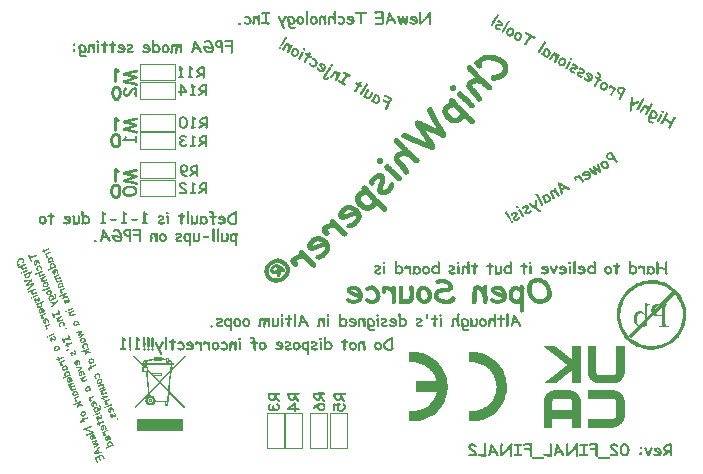
<source format=gbo>
G04*
G04 #@! TF.GenerationSoftware,Altium Limited,Altium Designer,23.2.1 (34)*
G04*
G04 Layer_Color=32896*
%FSLAX45Y45*%
%MOMM*%
G71*
G04*
G04 #@! TF.SameCoordinates,357D86F6-4FD4-4171-920B-CE65727367D9*
G04*
G04*
G04 #@! TF.FilePolarity,Positive*
G04*
G01*
G75*
%ADD14C,0.10000*%
%ADD51C,0.25400*%
G36*
X12472858Y5779650D02*
X12465543D01*
Y5777821D01*
X12458228D01*
Y5775992D01*
X12454570D01*
Y5774163D01*
X12450913D01*
Y5772334D01*
X12445426D01*
Y5770506D01*
X12443598D01*
Y5768677D01*
X12439940D01*
Y5766848D01*
X12436282D01*
Y5765019D01*
X12434454D01*
Y5763190D01*
X12432625D01*
Y5761362D01*
X12428967D01*
Y5759533D01*
X12427138D01*
Y5757704D01*
X12425310D01*
Y5755875D01*
X12421652D01*
Y5752218D01*
X12419823D01*
Y5750389D01*
X12417994D01*
Y5748560D01*
X12416166D01*
Y5746731D01*
X12414337D01*
Y5744902D01*
X12412508D01*
Y5743074D01*
X12410679D01*
Y5739416D01*
X12408850D01*
Y5737587D01*
X12407022D01*
Y5733930D01*
X12405193D01*
Y5730272D01*
X12403364D01*
Y5728443D01*
X12401535D01*
Y5724786D01*
X12399706D01*
Y5719299D01*
X12397878D01*
Y5715642D01*
X12396049D01*
Y5710155D01*
X12394220D01*
Y5701011D01*
X12392391D01*
Y5686381D01*
X12390562D01*
Y5466925D01*
X12463714D01*
Y5538248D01*
X12633793D01*
Y5466925D01*
X12705116D01*
Y5701011D01*
X12703287D01*
Y5708326D01*
X12701458D01*
Y5713813D01*
X12699630D01*
Y5719299D01*
X12697801D01*
Y5722957D01*
X12695972D01*
Y5728443D01*
X12694143D01*
Y5730272D01*
X12692314D01*
Y5733930D01*
X12690486D01*
Y5737587D01*
X12688657D01*
Y5739416D01*
X12686828D01*
Y5741245D01*
X12684999D01*
Y5744902D01*
X12683170D01*
Y5746731D01*
X12681342D01*
Y5748560D01*
X12679513D01*
Y5750389D01*
X12677684D01*
Y5752218D01*
X12675855D01*
Y5754046D01*
X12674026D01*
Y5755875D01*
X12672198D01*
Y5757704D01*
X12670369D01*
Y5759533D01*
X12668540D01*
Y5761362D01*
X12664882D01*
Y5763190D01*
X12663054D01*
Y5765019D01*
X12661225D01*
Y5766848D01*
X12657567D01*
Y5768677D01*
X12653910D01*
Y5770506D01*
X12652081D01*
Y5772334D01*
X12646594D01*
Y5774163D01*
X12642937D01*
Y5775992D01*
X12637450D01*
Y5777821D01*
X12631964D01*
Y5779650D01*
X12624649D01*
Y5781478D01*
X12472858D01*
Y5779650D01*
D02*
G37*
G36*
X12705116Y6066771D02*
Y6154554D01*
X12633793D01*
Y6041168D01*
X12630135D01*
Y6042997D01*
X12628306D01*
Y6044826D01*
X12626478D01*
Y6046654D01*
X12624649D01*
Y6048483D01*
X12622820D01*
Y6050312D01*
X12619162D01*
Y6052141D01*
X12617334D01*
Y6053970D01*
X12615505D01*
Y6055798D01*
X12613676D01*
Y6057627D01*
X12610018D01*
Y6059456D01*
X12608190D01*
Y6061285D01*
X12606361D01*
Y6063114D01*
X12602703D01*
Y6064942D01*
X12600874D01*
Y6066771D01*
X12599046D01*
Y6068600D01*
X12597217D01*
Y6070429D01*
X12595388D01*
Y6072258D01*
X12591730D01*
Y6074086D01*
X12589902D01*
Y6075915D01*
X12588073D01*
Y6077744D01*
X12586244D01*
Y6079573D01*
X12582586D01*
Y6081402D01*
X12580758D01*
Y6083230D01*
X12578929D01*
Y6085059D01*
X12575271D01*
Y6086888D01*
X12573442D01*
Y6088717D01*
X12571614D01*
Y6090546D01*
X12569785D01*
Y6092374D01*
X12567956D01*
Y6094203D01*
X12564298D01*
Y6096032D01*
X12562470D01*
Y6097861D01*
X12560641D01*
Y6099690D01*
X12558812D01*
Y6101518D01*
X12555154D01*
Y6103347D01*
X12553326D01*
Y6105176D01*
X12551497D01*
Y6107005D01*
X12547839D01*
Y6108834D01*
X12546010D01*
Y6110662D01*
X12544182D01*
Y6112491D01*
X12542353D01*
Y6114320D01*
X12540524D01*
Y6116149D01*
X12536866D01*
Y6117978D01*
X12535038D01*
Y6119806D01*
X12533209D01*
Y6121635D01*
X12531380D01*
Y6123464D01*
X12527722D01*
Y6125293D01*
X12525894D01*
Y6127122D01*
X12524065D01*
Y6128950D01*
X12520407D01*
Y6130779D01*
X12518578D01*
Y6132608D01*
X12516750D01*
Y6134437D01*
X12514921D01*
Y6136266D01*
X12513092D01*
Y6138094D01*
X12509434D01*
Y6139923D01*
X12507606D01*
Y6141752D01*
X12505777D01*
Y6143581D01*
X12503948D01*
Y6145410D01*
X12500290D01*
Y6147238D01*
X12498462D01*
Y6149067D01*
X12496633D01*
Y6150896D01*
X12492975D01*
Y6152725D01*
X12491146D01*
Y6154554D01*
X12392391D01*
Y6152725D01*
X12394220D01*
Y6150896D01*
X12396049D01*
Y6149067D01*
X12397878D01*
Y6147238D01*
X12399706D01*
Y6145410D01*
X12403364D01*
Y6143581D01*
X12405193D01*
Y6141752D01*
X12407022D01*
Y6139923D01*
X12410679D01*
Y6138094D01*
X12412508D01*
Y6136266D01*
X12414337D01*
Y6134437D01*
X12416166D01*
Y6132608D01*
X12419823D01*
Y6130779D01*
X12421652D01*
Y6128950D01*
X12423481D01*
Y6127122D01*
X12427138D01*
Y6125293D01*
X12428967D01*
Y6123464D01*
X12430796D01*
Y6121635D01*
X12432625D01*
Y6119806D01*
X12436282D01*
Y6117978D01*
X12438111D01*
Y6116149D01*
X12439940D01*
Y6114320D01*
X12441769D01*
Y6112491D01*
X12445426D01*
Y6110662D01*
X12447255D01*
Y6108834D01*
X12449084D01*
Y6107005D01*
X12452742D01*
Y6105176D01*
X12454570D01*
Y6103347D01*
X12456399D01*
Y6101518D01*
X12458228D01*
Y6099690D01*
X12461886D01*
Y6097861D01*
X12463714D01*
Y6096032D01*
X12465543D01*
Y6094203D01*
X12467372D01*
Y6092374D01*
X12471030D01*
Y6090546D01*
X12472858D01*
Y6088717D01*
X12474687D01*
Y6086888D01*
X12476516D01*
Y6085059D01*
X12480174D01*
Y6083230D01*
X12482002D01*
Y6081402D01*
X12483831D01*
Y6079573D01*
X12487489D01*
Y6077744D01*
X12489318D01*
Y6075915D01*
X12491146D01*
Y6074086D01*
X12492975D01*
Y6072258D01*
X12496633D01*
Y6070429D01*
X12498462D01*
Y6068600D01*
X12500290D01*
Y6066771D01*
X12503948D01*
Y6064942D01*
X12505777D01*
Y6063114D01*
X12507606D01*
Y6061285D01*
X12509434D01*
Y6059456D01*
X12513092D01*
Y6057627D01*
X12514921D01*
Y6055798D01*
X12516750D01*
Y6053970D01*
X12518578D01*
Y6052141D01*
X12522236D01*
Y6050312D01*
X12524065D01*
Y6048483D01*
X12525894D01*
Y6046654D01*
X12529551D01*
Y6044826D01*
X12531380D01*
Y6042997D01*
X12533209D01*
Y6041168D01*
X12535038D01*
Y6039339D01*
X12538695D01*
Y6037510D01*
X12540524D01*
Y6035682D01*
X12542353D01*
Y6033853D01*
X12544182D01*
Y6032024D01*
X12547839D01*
Y6030195D01*
X12549668D01*
Y6028366D01*
X12551497D01*
Y6026538D01*
X12553326D01*
Y6024709D01*
X12556983D01*
Y6022880D01*
X12558812D01*
Y6021051D01*
X12560641D01*
Y6019222D01*
X12564298D01*
Y6017394D01*
X12566127D01*
Y6015565D01*
X12567956D01*
Y6013736D01*
X12569785D01*
Y6011907D01*
X12573442D01*
Y6010078D01*
X12575271D01*
Y6008250D01*
X12577100D01*
Y6006421D01*
X12580758D01*
Y6004592D01*
X12582586D01*
Y6002763D01*
X12584415D01*
Y6000934D01*
X12586244D01*
Y5999106D01*
X12589902D01*
Y5997277D01*
X12591730D01*
Y5995448D01*
X12588073D01*
Y5993619D01*
X12586244D01*
Y5991790D01*
X12584415D01*
Y5989962D01*
X12582586D01*
Y5988133D01*
X12578929D01*
Y5986304D01*
X12577100D01*
Y5984475D01*
X12575271D01*
Y5982646D01*
X12573442D01*
Y5980818D01*
X12569785D01*
Y5978989D01*
X12567956D01*
Y5977160D01*
X12566127D01*
Y5975331D01*
X12562470D01*
Y5973502D01*
X12560641D01*
Y5971674D01*
X12558812D01*
Y5969845D01*
X12556983D01*
Y5968016D01*
X12553326D01*
Y5966187D01*
X12551497D01*
Y5964358D01*
X12549668D01*
Y5962530D01*
X12547839D01*
Y5960701D01*
X12544182D01*
Y5958872D01*
X12542353D01*
Y5957043D01*
X12540524D01*
Y5955214D01*
X12536866D01*
Y5953386D01*
X12535038D01*
Y5951557D01*
X12533209D01*
Y5949728D01*
X12531380D01*
Y5947899D01*
X12527722D01*
Y5946070D01*
X12525894D01*
Y5944242D01*
X12524065D01*
Y5942413D01*
X12520407D01*
Y5940584D01*
X12518578D01*
Y5938755D01*
X12516750D01*
Y5936926D01*
X12514921D01*
Y5935098D01*
X12511263D01*
Y5933269D01*
X12509434D01*
Y5931440D01*
X12507606D01*
Y5929611D01*
X12505777D01*
Y5927782D01*
X12502119D01*
Y5925954D01*
X12500290D01*
Y5924125D01*
X12498462D01*
Y5922296D01*
X12496633D01*
Y5920467D01*
X12492975D01*
Y5918638D01*
X12491146D01*
Y5916810D01*
X12489318D01*
Y5914981D01*
X12485660D01*
Y5913152D01*
X12483831D01*
Y5911323D01*
X12482002D01*
Y5909494D01*
X12480174D01*
Y5907666D01*
X12476516D01*
Y5905837D01*
X12474687D01*
Y5904008D01*
X12472858D01*
Y5902179D01*
X12471030D01*
Y5900350D01*
X12467372D01*
Y5898522D01*
X12465543D01*
Y5896693D01*
X12463714D01*
Y5894864D01*
X12460057D01*
Y5893035D01*
X12458228D01*
Y5891206D01*
X12456399D01*
Y5889378D01*
X12454570D01*
Y5887549D01*
X12450913D01*
Y5885720D01*
X12449084D01*
Y5883891D01*
X12447255D01*
Y5882062D01*
X12443598D01*
Y5880234D01*
X12441769D01*
Y5878405D01*
X12439940D01*
Y5876576D01*
X12438111D01*
Y5874747D01*
X12434454D01*
Y5872918D01*
X12432625D01*
Y5871090D01*
X12430796D01*
Y5869261D01*
X12428967D01*
Y5867432D01*
X12425310D01*
Y5865603D01*
X12423481D01*
Y5863774D01*
X12421652D01*
Y5861946D01*
X12419823D01*
Y5860117D01*
X12416166D01*
Y5858288D01*
X12414337D01*
Y5856459D01*
X12412508D01*
Y5854630D01*
X12408850D01*
Y5852802D01*
X12407022D01*
Y5850973D01*
X12405193D01*
Y5849144D01*
X12403364D01*
Y5847315D01*
X12399706D01*
Y5845486D01*
X12397878D01*
Y5843658D01*
X12396049D01*
Y5841829D01*
X12394220D01*
Y5840000D01*
X12492975D01*
Y5841829D01*
X12494804D01*
Y5843658D01*
X12498462D01*
Y5845486D01*
X12500290D01*
Y5847315D01*
X12502119D01*
Y5849144D01*
X12505777D01*
Y5850973D01*
X12507606D01*
Y5852802D01*
X12509434D01*
Y5854630D01*
X12511263D01*
Y5856459D01*
X12514921D01*
Y5858288D01*
X12516750D01*
Y5860117D01*
X12518578D01*
Y5861946D01*
X12520407D01*
Y5863774D01*
X12522236D01*
Y5865603D01*
X12525894D01*
Y5867432D01*
X12527722D01*
Y5869261D01*
X12529551D01*
Y5871090D01*
X12533209D01*
Y5872918D01*
X12535038D01*
Y5874747D01*
X12536866D01*
Y5876576D01*
X12538695D01*
Y5878405D01*
X12542353D01*
Y5880234D01*
X12544182D01*
Y5882062D01*
X12546010D01*
Y5883891D01*
X12547839D01*
Y5885720D01*
X12549668D01*
Y5887549D01*
X12553326D01*
Y5889378D01*
X12555154D01*
Y5891206D01*
X12556983D01*
Y5893035D01*
X12560641D01*
Y5894864D01*
X12562470D01*
Y5896693D01*
X12564298D01*
Y5898522D01*
X12566127D01*
Y5900350D01*
X12569785D01*
Y5902179D01*
X12571614D01*
Y5904008D01*
X12573442D01*
Y5905837D01*
X12575271D01*
Y5907666D01*
X12577100D01*
Y5909494D01*
X12580758D01*
Y5911323D01*
X12582586D01*
Y5913152D01*
X12584415D01*
Y5914981D01*
X12588073D01*
Y5916810D01*
X12589902D01*
Y5918638D01*
X12591730D01*
Y5920467D01*
X12593559D01*
Y5922296D01*
X12597217D01*
Y5924125D01*
X12599046D01*
Y5925954D01*
X12600874D01*
Y5927782D01*
X12602703D01*
Y5929611D01*
X12604532D01*
Y5931440D01*
X12608190D01*
Y5933269D01*
X12610018D01*
Y5935098D01*
X12611847D01*
Y5936926D01*
X12615505D01*
Y5938755D01*
X12617334D01*
Y5940584D01*
X12619162D01*
Y5942413D01*
X12620991D01*
Y5944242D01*
X12624649D01*
Y5946070D01*
X12626478D01*
Y5947899D01*
X12628306D01*
Y5949728D01*
X12630135D01*
Y5951557D01*
X12631964D01*
Y5953386D01*
X12633793D01*
Y5840000D01*
X12705116D01*
Y6064942D01*
Y6066771D01*
D02*
G37*
G36*
X12789241Y5466925D02*
X12983093D01*
Y5468754D01*
X12995895D01*
Y5470582D01*
X13005038D01*
Y5472411D01*
X13010526D01*
Y5474240D01*
X13014183D01*
Y5476069D01*
X13019670D01*
Y5477898D01*
X13023328D01*
Y5479726D01*
X13026985D01*
Y5481555D01*
X13030643D01*
Y5483384D01*
X13032471D01*
Y5485213D01*
X13034300D01*
Y5487042D01*
X13037958D01*
Y5488870D01*
X13039786D01*
Y5490699D01*
X13041615D01*
Y5492528D01*
X13045273D01*
Y5494357D01*
X13047102D01*
Y5498014D01*
X13050758D01*
Y5499843D01*
X13052588D01*
Y5503501D01*
X13054417D01*
Y5505330D01*
X13056245D01*
Y5507158D01*
X13058073D01*
Y5510816D01*
X13059903D01*
Y5512645D01*
X13061732D01*
Y5514474D01*
X13063560D01*
Y5518131D01*
X13065390D01*
Y5521789D01*
X13067218D01*
Y5525446D01*
X13069048D01*
Y5530933D01*
X13070876D01*
Y5534590D01*
X13072705D01*
Y5540077D01*
X13074535D01*
Y5549221D01*
X13076363D01*
Y5562022D01*
X13078191D01*
Y5686381D01*
X13076363D01*
Y5701011D01*
X13074535D01*
Y5710155D01*
X13072705D01*
Y5715642D01*
X13070876D01*
Y5719299D01*
X13069048D01*
Y5724786D01*
X13067218D01*
Y5728443D01*
X13065390D01*
Y5730272D01*
X13063560D01*
Y5733930D01*
X13061732D01*
Y5737587D01*
X13059903D01*
Y5739416D01*
X13058073D01*
Y5743074D01*
X13056245D01*
Y5744902D01*
X13054417D01*
Y5746731D01*
X13052588D01*
Y5748560D01*
X13050758D01*
Y5750389D01*
X13048930D01*
Y5752218D01*
X13047102D01*
Y5755875D01*
X13043443D01*
Y5757704D01*
X13041615D01*
Y5759533D01*
X13039786D01*
Y5761362D01*
X13036130D01*
Y5763190D01*
X13034300D01*
Y5765019D01*
X13032471D01*
Y5766848D01*
X13028815D01*
Y5768677D01*
X13025156D01*
Y5770506D01*
X13023328D01*
Y5772334D01*
X13017841D01*
Y5774163D01*
X13014183D01*
Y5775992D01*
X13010526D01*
Y5777821D01*
X13003210D01*
Y5779650D01*
X12995895D01*
Y5781478D01*
X12763638D01*
Y5710155D01*
X12986751D01*
Y5708326D01*
X12990408D01*
Y5706498D01*
X12994066D01*
Y5704669D01*
X12995895D01*
Y5702840D01*
X12997723D01*
Y5701011D01*
X12999553D01*
Y5699182D01*
X13001382D01*
Y5695525D01*
X13003210D01*
Y5691867D01*
X13005038D01*
Y5558365D01*
X13003210D01*
Y5554707D01*
X13001382D01*
Y5551050D01*
X12999553D01*
Y5549221D01*
X12997723D01*
Y5547392D01*
X12995895D01*
Y5545563D01*
X12994066D01*
Y5543734D01*
X12990408D01*
Y5541906D01*
X12986751D01*
Y5540077D01*
X12763638D01*
Y5466925D01*
X12787412D01*
X12789241D01*
D02*
G37*
G36*
X12834961Y6010078D02*
Y6154554D01*
X12763638D01*
Y5920467D01*
X12765466D01*
Y5913152D01*
X12767295D01*
Y5907666D01*
X12769124D01*
Y5902179D01*
X12770953D01*
Y5898522D01*
X12772782D01*
Y5893035D01*
X12774610D01*
Y5891206D01*
X12776439D01*
Y5887549D01*
X12778268D01*
Y5883891D01*
X12780097D01*
Y5882062D01*
X12781926D01*
Y5880234D01*
X12783754D01*
Y5876576D01*
X12785583D01*
Y5874747D01*
X12787412D01*
Y5872918D01*
X12789241D01*
Y5871090D01*
X12791070D01*
Y5869261D01*
X12792898D01*
Y5867432D01*
X12794727D01*
Y5865603D01*
X12796556D01*
Y5863774D01*
X12798385D01*
Y5861946D01*
X12800214D01*
Y5860117D01*
X12803871D01*
Y5858288D01*
X12805701D01*
Y5856459D01*
X12807529D01*
Y5854630D01*
X12811186D01*
Y5852802D01*
X12814844D01*
Y5850973D01*
X12816673D01*
Y5849144D01*
X12822159D01*
Y5847315D01*
X12825816D01*
Y5845486D01*
X12831303D01*
Y5843658D01*
X12836790D01*
Y5841829D01*
X12844106D01*
Y5840000D01*
X12995895D01*
Y5841829D01*
X13003210D01*
Y5843658D01*
X13010526D01*
Y5845486D01*
X13014183D01*
Y5847315D01*
X13017841D01*
Y5849144D01*
X13023328D01*
Y5850973D01*
X13025156D01*
Y5852802D01*
X13028815D01*
Y5854630D01*
X13032471D01*
Y5856459D01*
X13034300D01*
Y5858288D01*
X13036130D01*
Y5860117D01*
X13039786D01*
Y5861946D01*
X13041615D01*
Y5863774D01*
X13043443D01*
Y5865603D01*
X13047102D01*
Y5869261D01*
X13048930D01*
Y5871090D01*
X13050758D01*
Y5872918D01*
X13052588D01*
Y5874747D01*
X13054417D01*
Y5876576D01*
X13056245D01*
Y5878405D01*
X13058073D01*
Y5882062D01*
X13059903D01*
Y5883891D01*
X13061732D01*
Y5887549D01*
X13063560D01*
Y5891206D01*
X13065390D01*
Y5893035D01*
X13067218D01*
Y5896693D01*
X13069048D01*
Y5902179D01*
X13070876D01*
Y5905837D01*
X13072705D01*
Y5911323D01*
X13074535D01*
Y5920467D01*
X13076363D01*
Y5935098D01*
X13078191D01*
Y6154554D01*
X13005038D01*
Y5929611D01*
X13003210D01*
Y5925954D01*
X13001382D01*
Y5922296D01*
X12999553D01*
Y5920467D01*
X12997723D01*
Y5918638D01*
X12995895D01*
Y5916810D01*
X12994066D01*
Y5914981D01*
X12990408D01*
Y5913152D01*
X12986751D01*
Y5911323D01*
X12855078D01*
Y5913152D01*
X12849591D01*
Y5914981D01*
X12845934D01*
Y5916810D01*
X12844106D01*
Y5918638D01*
X12842276D01*
Y5920467D01*
X12840446D01*
Y5922296D01*
X12838618D01*
Y5925954D01*
X12836790D01*
Y5931440D01*
X12834961D01*
Y6008250D01*
Y6010078D01*
D02*
G37*
G36*
X8198674Y6982948D02*
X8199321Y6982860D01*
X8199818Y6982711D01*
X8200315Y6982562D01*
X8200556Y6982398D01*
X8200662Y6982353D01*
X8201461Y6981889D01*
X8202110Y6981365D01*
X8202608Y6980780D01*
X8203032Y6980164D01*
X8203395Y6979699D01*
X8203652Y6979279D01*
X8203804Y6978903D01*
X8204153Y6977821D01*
X8204172Y6976692D01*
X8204055Y6975684D01*
X8203728Y6974765D01*
X8203219Y6973861D01*
X8202605Y6973001D01*
X8201931Y6972291D01*
X8201181Y6971551D01*
X8199560Y6970372D01*
X8198869Y6969918D01*
X8198148Y6969540D01*
X8197547Y6969297D01*
X8197052Y6969009D01*
X8196751Y6968888D01*
X8196676Y6968858D01*
X8195850Y6968524D01*
X8195099Y6968220D01*
X8194768Y6968174D01*
X8194467Y6968052D01*
X8194317Y6967992D01*
X8194242Y6967961D01*
X8193716Y6967749D01*
X8193235Y6967642D01*
X8192859Y6967490D01*
X8192559Y6967369D01*
X8192258Y6967247D01*
X8192108Y6967186D01*
X8190981Y6966731D01*
X8189629Y6966185D01*
X8188096Y6965653D01*
X8186443Y6964985D01*
X8184610Y6964332D01*
X8182701Y6963648D01*
X8178915Y6962206D01*
X8177081Y6961552D01*
X8175323Y6960929D01*
X8173790Y6960398D01*
X8172408Y6959926D01*
X8171206Y6959440D01*
X8170755Y6959258D01*
X8170349Y6959182D01*
X8170048Y6959061D01*
X8169823Y6958969D01*
X8169673Y6958909D01*
X8169598Y6958878D01*
X8169856Y6958022D01*
X8170085Y6957240D01*
X8170283Y6956533D01*
X8170451Y6955902D01*
X8171452Y6953423D01*
X8171618Y6953228D01*
X8171801Y6952777D01*
X8172209Y6951981D01*
X8172726Y6950704D01*
X8173015Y6949772D01*
X8173198Y6948885D01*
X8173201Y6948012D01*
X8173144Y6947290D01*
X8173100Y6946748D01*
X8172952Y6946251D01*
X8172892Y6945965D01*
X8172848Y6945860D01*
X8172384Y6945061D01*
X8171890Y6944337D01*
X8171335Y6943763D01*
X8170795Y6943370D01*
X8170255Y6942977D01*
X8169834Y6942719D01*
X8169534Y6942598D01*
X8169459Y6942568D01*
X8168707Y6942264D01*
X8168046Y6942172D01*
X8166767Y6942092D01*
X8165653Y6942254D01*
X8164734Y6942581D01*
X8163935Y6943045D01*
X8163347Y6943419D01*
X8163045Y6943734D01*
X8162939Y6943779D01*
X8162909Y6943854D01*
X8162350Y6944589D01*
X8161805Y6945505D01*
X8161230Y6946496D01*
X8160699Y6947593D01*
X8160230Y6948539D01*
X8159289Y6950868D01*
X8159091Y6951575D01*
X8158892Y6952281D01*
X8158619Y6952957D01*
X8158452Y6953589D01*
X8158345Y6954070D01*
X8158298Y6954400D01*
X8158238Y6954551D01*
X8154812Y6953079D01*
X8152904Y6952396D01*
X8151235Y6951984D01*
X8149686Y6951707D01*
X8148332Y6951597D01*
X8147099Y6951623D01*
X8146060Y6951815D01*
X8145141Y6952143D01*
X8144327Y6952426D01*
X8143709Y6952875D01*
X8143090Y6953325D01*
X8142652Y6953760D01*
X8142320Y6954149D01*
X8142093Y6954495D01*
X8141897Y6954765D01*
X8141775Y6955065D01*
X8141486Y6955997D01*
X8141302Y6956884D01*
X8141330Y6957682D01*
X8141312Y6958374D01*
X8141401Y6959021D01*
X8141549Y6959518D01*
X8141608Y6959804D01*
X8141653Y6959910D01*
X8142042Y6960678D01*
X8142536Y6961403D01*
X8143090Y6961976D01*
X8143631Y6962369D01*
X8144171Y6962762D01*
X8144592Y6963020D01*
X8144892Y6963141D01*
X8144967Y6963171D01*
X8145568Y6963414D01*
X8146244Y6963687D01*
X8147627Y6964159D01*
X8148303Y6964432D01*
X8148784Y6964539D01*
X8149085Y6964660D01*
X8149235Y6964721D01*
X8150317Y6965071D01*
X8151218Y6965435D01*
X8152075Y6965694D01*
X8152676Y6965937D01*
X8153157Y6966043D01*
X8153533Y6966195D01*
X8153683Y6966256D01*
X8153758Y6966286D01*
X8153289Y6967233D01*
X8152819Y6968179D01*
X8152410Y6968975D01*
X8152031Y6969696D01*
X8151713Y6970266D01*
X8151470Y6970867D01*
X8151001Y6971814D01*
X8150652Y6972460D01*
X8150318Y6973286D01*
X8150029Y6974218D01*
X8149846Y6975105D01*
X8149873Y6975902D01*
X8149931Y6976625D01*
X8150019Y6977272D01*
X8150198Y6977694D01*
X8150257Y6977980D01*
X8150302Y6978086D01*
X8150766Y6978885D01*
X8151290Y6979533D01*
X8151845Y6980107D01*
X8152385Y6980500D01*
X8152925Y6980893D01*
X8153346Y6981151D01*
X8153646Y6981272D01*
X8153721Y6981302D01*
X8154653Y6981591D01*
X8155465Y6981745D01*
X8156232Y6981792D01*
X8156985Y6981660D01*
X8157663Y6981497D01*
X8158296Y6981228D01*
X8159366Y6980525D01*
X8160212Y6979730D01*
X8160846Y6979025D01*
X8161073Y6978680D01*
X8161164Y6978454D01*
X8161300Y6978334D01*
X8161330Y6978259D01*
X8162239Y6976442D01*
X8163027Y6974925D01*
X8163724Y6973633D01*
X8164254Y6972537D01*
X8164588Y6971710D01*
X8164906Y6971140D01*
X8165118Y6970614D01*
X8168184Y6971678D01*
X8170919Y6972695D01*
X8173504Y6973652D01*
X8175788Y6974488D01*
X8177771Y6975202D01*
X8179605Y6975855D01*
X8181182Y6976493D01*
X8182565Y6976964D01*
X8183767Y6977449D01*
X8184774Y6977769D01*
X8185525Y6978072D01*
X8186201Y6978345D01*
X8186652Y6978528D01*
X8187028Y6978679D01*
X8187178Y6978740D01*
X8187253Y6978770D01*
X8187854Y6979013D01*
X8188605Y6979317D01*
X8190078Y6979999D01*
X8190754Y6980272D01*
X8191249Y6980560D01*
X8191625Y6980711D01*
X8191775Y6980772D01*
X8192827Y6981197D01*
X8193698Y6981637D01*
X8194524Y6981970D01*
X8195125Y6982213D01*
X8195651Y6982426D01*
X8195952Y6982547D01*
X8196177Y6982638D01*
X8196252Y6982669D01*
X8197109Y6982927D01*
X8197876Y6982975D01*
X8198674Y6982948D01*
D02*
G37*
G36*
X8211008Y6953500D02*
X8211550Y6953457D01*
X8211942Y6953353D01*
X8212228Y6953293D01*
X8212333Y6953249D01*
X8213177Y6952890D01*
X8213796Y6952441D01*
X8214369Y6951887D01*
X8214868Y6951301D01*
X8215231Y6950836D01*
X8215488Y6950416D01*
X8215670Y6949965D01*
X8215959Y6949033D01*
X8216143Y6948146D01*
X8216146Y6947273D01*
X8216088Y6946551D01*
X8216045Y6946009D01*
X8215896Y6945512D01*
X8215837Y6945226D01*
X8215792Y6945121D01*
X8215404Y6944352D01*
X8214910Y6943628D01*
X8214355Y6943054D01*
X8213815Y6942661D01*
X8213274Y6942268D01*
X8212854Y6942011D01*
X8212553Y6941890D01*
X8212478Y6941859D01*
X8191293Y6933300D01*
X8190199Y6931896D01*
X8189211Y6930449D01*
X8188434Y6928911D01*
X8187882Y6927465D01*
X8187436Y6925974D01*
X8187065Y6924513D01*
X8186844Y6923113D01*
X8186668Y6921818D01*
X8186642Y6920585D01*
X8186586Y6919426D01*
X8186650Y6918403D01*
X8186758Y6917485D01*
X8186851Y6916824D01*
X8186913Y6916237D01*
X8186959Y6915906D01*
X8186990Y6915831D01*
X8191333Y6917411D01*
X8192340Y6917730D01*
X8193227Y6917914D01*
X8194024Y6917887D01*
X8194822Y6917859D01*
X8195499Y6917696D01*
X8196057Y6917397D01*
X8196645Y6917023D01*
X8197158Y6916619D01*
X8197928Y6915794D01*
X8198488Y6915059D01*
X8198609Y6914758D01*
X8198806Y6914488D01*
X8198897Y6914263D01*
X8199216Y6913255D01*
X8199325Y6912338D01*
X8199328Y6911465D01*
X8199225Y6910637D01*
X8198912Y6909899D01*
X8198599Y6909161D01*
X8198149Y6908542D01*
X8197670Y6907999D01*
X8196755Y6907018D01*
X8195795Y6906367D01*
X8195449Y6906141D01*
X8195179Y6905944D01*
X8194954Y6905853D01*
X8194879Y6905823D01*
X8194578Y6905701D01*
X8194158Y6905444D01*
X8193256Y6905080D01*
X8192806Y6904898D01*
X8192430Y6904746D01*
X8192129Y6904624D01*
X8192054Y6904594D01*
X8190070Y6903880D01*
X8188221Y6903483D01*
X8186567Y6903251D01*
X8185077Y6903261D01*
X8183677Y6903482D01*
X8182503Y6903794D01*
X8181417Y6904316D01*
X8180588Y6904855D01*
X8179759Y6905394D01*
X8179124Y6906099D01*
X8178626Y6906684D01*
X8178158Y6907194D01*
X8177840Y6907765D01*
X8177613Y6908110D01*
X8177461Y6908486D01*
X8176868Y6910169D01*
X8176351Y6911882D01*
X8176014Y6913581D01*
X8175782Y6915236D01*
X8175551Y6916890D01*
X8175455Y6918424D01*
X8175465Y6919914D01*
X8175536Y6921253D01*
X8175606Y6922592D01*
X8175768Y6923706D01*
X8175885Y6924715D01*
X8175957Y6925618D01*
X8176120Y6926296D01*
X8176269Y6926793D01*
X8176298Y6927154D01*
X8176343Y6927259D01*
X8175425Y6927151D01*
X8174552Y6927148D01*
X8173755Y6927175D01*
X8173047Y6927413D01*
X8172414Y6927682D01*
X8171856Y6927981D01*
X8170861Y6928715D01*
X8170121Y6929465D01*
X8169637Y6930230D01*
X8169440Y6930500D01*
X8169258Y6930951D01*
X8168969Y6931883D01*
X8168785Y6932770D01*
X8168813Y6933568D01*
X8168870Y6934290D01*
X8168989Y6934862D01*
X8169168Y6935284D01*
X8169227Y6935570D01*
X8169272Y6935676D01*
X8169691Y6936369D01*
X8170245Y6936943D01*
X8170800Y6937517D01*
X8171341Y6937910D01*
X8171836Y6938197D01*
X8172256Y6938455D01*
X8172557Y6938576D01*
X8172632Y6938606D01*
X8173158Y6938819D01*
X8173759Y6939062D01*
X8175036Y6939578D01*
X8175607Y6939896D01*
X8176057Y6940078D01*
X8176358Y6940199D01*
X8176508Y6940260D01*
X8177410Y6940624D01*
X8178131Y6941003D01*
X8178807Y6941276D01*
X8179408Y6941519D01*
X8179783Y6941671D01*
X8180159Y6941822D01*
X8180309Y6941883D01*
X8180384Y6941913D01*
X8207956Y6953053D01*
X8208812Y6953312D01*
X8209624Y6953465D01*
X8210392Y6953513D01*
X8211008Y6953500D01*
D02*
G37*
G36*
X8031930Y6931222D02*
X8033210Y6930865D01*
X8034220Y6930312D01*
X8035080Y6929698D01*
X8035759Y6929098D01*
X8035955Y6928828D01*
X8036122Y6928633D01*
X8036257Y6928513D01*
X8036288Y6928438D01*
X8036938Y6927477D01*
X8037619Y6926442D01*
X8038921Y6924084D01*
X8040118Y6921771D01*
X8041239Y6919427D01*
X8041739Y6918406D01*
X8042528Y6916453D01*
X8042937Y6915657D01*
X8044455Y6911900D01*
X8045387Y6912190D01*
X8046364Y6912584D01*
X8047521Y6912964D01*
X8048753Y6913375D01*
X8051399Y6914181D01*
X8053938Y6915033D01*
X8055201Y6915368D01*
X8056358Y6915748D01*
X8057441Y6916098D01*
X8058372Y6916387D01*
X8059154Y6916616D01*
X8059755Y6916858D01*
X8060086Y6916905D01*
X8060236Y6916966D01*
X8062025Y6917513D01*
X8063738Y6918031D01*
X8065346Y6918593D01*
X8066879Y6919125D01*
X8068262Y6919596D01*
X8069494Y6920007D01*
X8070726Y6920417D01*
X8071733Y6920737D01*
X8072710Y6921131D01*
X8073461Y6921435D01*
X8074243Y6921663D01*
X8074769Y6921876D01*
X8075220Y6922058D01*
X8075520Y6922179D01*
X8075745Y6922270D01*
X8075821Y6922301D01*
X8076647Y6922635D01*
X8077654Y6922954D01*
X8078631Y6923349D01*
X8079638Y6923668D01*
X8080494Y6923927D01*
X8081171Y6924200D01*
X8081727Y6924337D01*
X8081802Y6924368D01*
X8081877Y6924398D01*
X8083259Y6924869D01*
X8084492Y6925280D01*
X8085499Y6925599D01*
X8086356Y6925858D01*
X8087032Y6926131D01*
X8087482Y6926313D01*
X8087783Y6926435D01*
X8087858Y6926465D01*
X8088384Y6926678D01*
X8088955Y6926996D01*
X8089375Y6927253D01*
X8089495Y6927389D01*
X8089570Y6927419D01*
X8090291Y6927798D01*
X8090862Y6928116D01*
X8091162Y6928237D01*
X8091312Y6928298D01*
X8092244Y6928587D01*
X8093087Y6928665D01*
X8093959Y6928668D01*
X8094712Y6928535D01*
X8095315Y6928342D01*
X8095812Y6928193D01*
X8096128Y6928059D01*
X8096233Y6928014D01*
X8096957Y6927520D01*
X8097637Y6926920D01*
X8098135Y6926335D01*
X8098634Y6925750D01*
X8098921Y6925255D01*
X8099179Y6924834D01*
X8099330Y6924459D01*
X8099498Y6923827D01*
X8099635Y6923271D01*
X8099654Y6922143D01*
X8099462Y6921104D01*
X8099165Y6920110D01*
X8098851Y6919371D01*
X8098508Y6918708D01*
X8098223Y6918331D01*
X8098103Y6918195D01*
X8097309Y6917350D01*
X8096453Y6916655D01*
X8095643Y6916065D01*
X8094802Y6915551D01*
X8094081Y6915172D01*
X8093511Y6914854D01*
X8093135Y6914702D01*
X8092985Y6914641D01*
X8092384Y6914399D01*
X8091677Y6914201D01*
X8090295Y6913729D01*
X8089663Y6913562D01*
X8089137Y6913349D01*
X8088807Y6913303D01*
X8088656Y6913242D01*
X8087649Y6912923D01*
X8086717Y6912634D01*
X8085936Y6912405D01*
X8085335Y6912162D01*
X8084854Y6912056D01*
X8084553Y6911934D01*
X8084328Y6911843D01*
X8084253Y6911813D01*
X8083051Y6911327D01*
X8081698Y6910781D01*
X8078858Y6909808D01*
X8075942Y6908805D01*
X8073102Y6907832D01*
X8071795Y6907391D01*
X8070562Y6906981D01*
X8069480Y6906631D01*
X8068548Y6906342D01*
X8067767Y6906113D01*
X8067166Y6905870D01*
X8066835Y6905824D01*
X8066685Y6905763D01*
X8064370Y6905003D01*
X8062281Y6904334D01*
X8060342Y6903725D01*
X8058584Y6903102D01*
X8056946Y6902615D01*
X8055563Y6902144D01*
X8054255Y6901703D01*
X8053129Y6901248D01*
X8052197Y6900959D01*
X8051340Y6900700D01*
X8050664Y6900427D01*
X8050138Y6900214D01*
X8049657Y6900107D01*
X8049356Y6899986D01*
X8049206Y6899925D01*
X8049131Y6899895D01*
X8049708Y6898467D01*
X8050450Y6896845D01*
X8051224Y6895147D01*
X8051967Y6893525D01*
X8052619Y6892128D01*
X8052967Y6891482D01*
X8053392Y6890430D01*
X8053588Y6890160D01*
X8053710Y6889860D01*
X8054301Y6888613D01*
X8054862Y6887441D01*
X8055362Y6886420D01*
X8055787Y6885368D01*
X8056226Y6884497D01*
X8056635Y6883701D01*
X8057455Y6881673D01*
X8057742Y6881177D01*
X8058288Y6879825D01*
X8058577Y6878893D01*
X8058761Y6878006D01*
X8058764Y6877133D01*
X8058707Y6876411D01*
X8058618Y6875763D01*
X8058470Y6875266D01*
X8058411Y6874980D01*
X8058366Y6874875D01*
X8057933Y6874000D01*
X8057408Y6873352D01*
X8056853Y6872778D01*
X8056344Y6872310D01*
X8055803Y6871917D01*
X8055383Y6871660D01*
X8055082Y6871538D01*
X8055007Y6871508D01*
X8054075Y6871219D01*
X8053233Y6871140D01*
X8052466Y6871093D01*
X8051743Y6871150D01*
X8051141Y6871344D01*
X8050674Y6871418D01*
X8050358Y6871552D01*
X8050252Y6871597D01*
X8049378Y6872030D01*
X8048699Y6872629D01*
X8048125Y6873184D01*
X8047627Y6873769D01*
X8047234Y6874310D01*
X8046976Y6874730D01*
X8046248Y6876533D01*
X8045566Y6878005D01*
X8044853Y6879552D01*
X8044141Y6881100D01*
X8043564Y6882527D01*
X8043246Y6883098D01*
X8043033Y6883624D01*
X8042776Y6884044D01*
X8042533Y6884645D01*
X8042003Y6885742D01*
X8041473Y6886838D01*
X8041003Y6887784D01*
X8040533Y6888731D01*
X8040199Y6889557D01*
X8039790Y6890353D01*
X8039274Y6891630D01*
X8038774Y6892652D01*
X8037317Y6896258D01*
X8036876Y6897565D01*
X8035905Y6899969D01*
X8035768Y6900525D01*
X8034523Y6903606D01*
X8033961Y6905214D01*
X8031806Y6910548D01*
X8031306Y6911569D01*
X8030775Y6912665D01*
X8030245Y6913762D01*
X8029806Y6914633D01*
X8029397Y6915429D01*
X8029275Y6915730D01*
X8029139Y6915850D01*
X8029048Y6916075D01*
X8028609Y6916946D01*
X8028094Y6917787D01*
X8027716Y6918508D01*
X8027367Y6919154D01*
X8026762Y6920220D01*
X8026323Y6921091D01*
X8025974Y6921737D01*
X8025717Y6922157D01*
X8025201Y6923434D01*
X8025032Y6924502D01*
X8025029Y6925375D01*
X8025131Y6926203D01*
X8025294Y6926880D01*
X8025443Y6927377D01*
X8025578Y6927694D01*
X8025622Y6927799D01*
X8026086Y6928598D01*
X8026610Y6929247D01*
X8027195Y6929746D01*
X8027736Y6930139D01*
X8028201Y6930502D01*
X8028546Y6930728D01*
X8028847Y6930850D01*
X8028922Y6930880D01*
X8029703Y6931109D01*
X8030515Y6931262D01*
X8031207Y6931279D01*
X8031930Y6931222D01*
D02*
G37*
G36*
X8220824Y6908440D02*
X8221983Y6908384D01*
X8222992Y6908267D01*
X8223819Y6908165D01*
X8224527Y6907926D01*
X8225100Y6907808D01*
X8225566Y6907734D01*
X8225777Y6907645D01*
X8225883Y6907600D01*
X8227254Y6907018D01*
X8228536Y6906225D01*
X8229698Y6905296D01*
X8230859Y6904367D01*
X8231901Y6903303D01*
X8232762Y6902252D01*
X8233654Y6901127D01*
X8234440Y6900047D01*
X8235151Y6898936D01*
X8235726Y6897945D01*
X8236271Y6897029D01*
X8236680Y6896233D01*
X8236953Y6895556D01*
X8237241Y6895061D01*
X8237423Y6894610D01*
X8237682Y6893753D01*
X8237941Y6892897D01*
X8238155Y6891934D01*
X8238233Y6891092D01*
X8238356Y6890355D01*
X8238448Y6889694D01*
X8238495Y6889363D01*
X8238480Y6889182D01*
X8238560Y6887903D01*
X8238595Y6886519D01*
X8238599Y6885210D01*
X8238573Y6883976D01*
X8238592Y6882848D01*
X8238565Y6882050D01*
X8238536Y6881689D01*
X8238552Y6881434D01*
X8238507Y6881328D01*
X8238538Y6881253D01*
X8239517Y6880775D01*
X8240347Y6880236D01*
X8241116Y6879848D01*
X8241734Y6879398D01*
X8242835Y6878620D01*
X8243650Y6877900D01*
X8244118Y6877390D01*
X8244451Y6877000D01*
X8244647Y6876730D01*
X8244677Y6876655D01*
X8244936Y6875798D01*
X8245089Y6874986D01*
X8245137Y6874219D01*
X8245080Y6873497D01*
X8245036Y6872955D01*
X8244963Y6872488D01*
X8244903Y6872202D01*
X8244859Y6872097D01*
X8244501Y6871253D01*
X8244051Y6870634D01*
X8243572Y6870091D01*
X8243062Y6869623D01*
X8242597Y6869260D01*
X8242251Y6869033D01*
X8241951Y6868912D01*
X8241876Y6868881D01*
X8241545Y6868835D01*
X8240958Y6868773D01*
X8240161Y6868800D01*
X8239363Y6868828D01*
X8238491Y6868824D01*
X8237843Y6868913D01*
X8237332Y6868881D01*
X8237226Y6868926D01*
X8237151Y6868895D01*
X8236354Y6868923D01*
X8235556Y6868950D01*
X8234397Y6869006D01*
X8233419Y6869048D01*
X8232802Y6869061D01*
X8232366Y6869059D01*
X8232185Y6869074D01*
X8232005Y6869088D01*
X8231268Y6868965D01*
X8230350Y6868856D01*
X8228531Y6868384D01*
X8226562Y6867850D01*
X8224654Y6867167D01*
X8223722Y6866878D01*
X8222895Y6866544D01*
X8222114Y6866315D01*
X8221438Y6866042D01*
X8220912Y6865830D01*
X8220536Y6865678D01*
X8220236Y6865556D01*
X8220161Y6865526D01*
X8218959Y6865040D01*
X8217862Y6864510D01*
X8216810Y6864085D01*
X8216014Y6863676D01*
X8215263Y6863373D01*
X8214767Y6863085D01*
X8214467Y6862964D01*
X8214317Y6862903D01*
X8213446Y6862464D01*
X8212680Y6861979D01*
X8211959Y6861601D01*
X8211388Y6861283D01*
X8210968Y6861025D01*
X8210623Y6860799D01*
X8210428Y6860632D01*
X8210352Y6860602D01*
X8210023Y6860119D01*
X8209694Y6859637D01*
X8208958Y6859077D01*
X8208613Y6858851D01*
X8208343Y6858654D01*
X8208193Y6858593D01*
X8208118Y6858563D01*
X8207411Y6858365D01*
X8206719Y6858347D01*
X8205997Y6858405D01*
X8205244Y6858538D01*
X8203767Y6859165D01*
X8202335Y6859897D01*
X8201098Y6860796D01*
X8200073Y6861605D01*
X8199770Y6861919D01*
X8199499Y6862159D01*
X8199257Y6862324D01*
X8199227Y6862399D01*
X8197717Y6863974D01*
X8196463Y6865564D01*
X8195375Y6866960D01*
X8194603Y6868221D01*
X8193997Y6869287D01*
X8193740Y6869708D01*
X8193513Y6870053D01*
X8193240Y6870729D01*
X8192526Y6872713D01*
X8192023Y6874607D01*
X8191670Y6876562D01*
X8191453Y6878396D01*
X8191341Y6880187D01*
X8191410Y6881962D01*
X8191465Y6883557D01*
X8191625Y6885108D01*
X8191921Y6886538D01*
X8192128Y6887758D01*
X8192364Y6888902D01*
X8192692Y6889821D01*
X8192900Y6890604D01*
X8193124Y6891131D01*
X8193228Y6891523D01*
X8193273Y6891628D01*
X8194109Y6893452D01*
X8195051Y6895231D01*
X8196159Y6896814D01*
X8197327Y6898248D01*
X8198451Y6899576D01*
X8199636Y6900754D01*
X8200881Y6901781D01*
X8201976Y6902748D01*
X8203132Y6903564D01*
X8204168Y6904245D01*
X8205159Y6904820D01*
X8205955Y6905229D01*
X8206676Y6905608D01*
X8207171Y6905895D01*
X8207472Y6906017D01*
X8207622Y6906077D01*
X8209606Y6906791D01*
X8211544Y6907400D01*
X8213288Y6907842D01*
X8215018Y6908104D01*
X8216672Y6908336D01*
X8218176Y6908506D01*
X8219560Y6908541D01*
X8220824Y6908440D01*
D02*
G37*
G36*
X7968619Y6904244D02*
X7970033Y6904204D01*
X7971328Y6904028D01*
X7972622Y6903852D01*
X7973661Y6903660D01*
X7974700Y6903468D01*
X7975483Y6903260D01*
X7976161Y6903096D01*
X7976688Y6902873D01*
X7976974Y6902813D01*
X7977080Y6902769D01*
X7978798Y6901977D01*
X7980366Y6901125D01*
X7981813Y6900137D01*
X7983186Y6899119D01*
X7984334Y6898009D01*
X7985481Y6896900D01*
X7986448Y6895805D01*
X7987309Y6894754D01*
X7987990Y6893718D01*
X7988670Y6892683D01*
X7989185Y6891842D01*
X7989669Y6891076D01*
X7989942Y6890400D01*
X7990199Y6889980D01*
X7990381Y6889529D01*
X7991217Y6887245D01*
X7991721Y6884914D01*
X7992151Y6882554D01*
X7992430Y6880132D01*
X7992498Y6877800D01*
X7992461Y6875513D01*
X7992288Y6873346D01*
X7992085Y6871254D01*
X7991821Y6869312D01*
X7991571Y6867551D01*
X7991230Y6866015D01*
X7990904Y6864659D01*
X7990667Y6863515D01*
X7990459Y6862732D01*
X7990235Y6862204D01*
X7990221Y6862024D01*
X7989773Y6860969D01*
X7989234Y6860140D01*
X7988740Y6859416D01*
X7988155Y6858917D01*
X7987615Y6858524D01*
X7987225Y6858192D01*
X7986849Y6858040D01*
X7986774Y6858010D01*
X7985917Y6857751D01*
X7985105Y6857598D01*
X7984308Y6857625D01*
X7983586Y6857683D01*
X7983013Y6857801D01*
X7982516Y6857950D01*
X7982230Y6858009D01*
X7982125Y6858054D01*
X7981250Y6858487D01*
X7980496Y6859056D01*
X7979817Y6859656D01*
X7979319Y6860241D01*
X7978926Y6860781D01*
X7978668Y6861201D01*
X7978486Y6861652D01*
X7978288Y6862359D01*
X7978255Y6863307D01*
X7978221Y6864254D01*
X7978369Y6865188D01*
X7978441Y6866091D01*
X7978574Y6866844D01*
X7978722Y6867341D01*
X7978767Y6867446D01*
X7978737Y6867521D01*
X7978973Y6868665D01*
X7979196Y6869629D01*
X7979520Y6871421D01*
X7979772Y6872746D01*
X7979933Y6873860D01*
X7980066Y6874613D01*
X7980185Y6875185D01*
X7980169Y6875440D01*
X7980213Y6875546D01*
X7980327Y6877427D01*
X7980216Y6879217D01*
X7980045Y6880721D01*
X7979754Y6882089D01*
X7979449Y6883277D01*
X7979296Y6884089D01*
X7978993Y6884840D01*
X7978583Y6885636D01*
X7978205Y6886357D01*
X7977253Y6887633D01*
X7976211Y6888697D01*
X7975185Y6889506D01*
X7974295Y6890196D01*
X7973496Y6890659D01*
X7972968Y6890883D01*
X7972787Y6890897D01*
X7972757Y6890973D01*
X7971085Y6891433D01*
X7969430Y6891638D01*
X7967865Y6891618D01*
X7966511Y6891508D01*
X7965368Y6891308D01*
X7964436Y6891019D01*
X7964106Y6890973D01*
X7963880Y6890882D01*
X7963730Y6890821D01*
X7963655Y6890790D01*
X7961807Y6889957D01*
X7960006Y6888792D01*
X7958309Y6887582D01*
X7956674Y6886222D01*
X7955100Y6884712D01*
X7953631Y6883157D01*
X7952342Y6881588D01*
X7951053Y6880019D01*
X7949915Y6878510D01*
X7948897Y6877138D01*
X7948104Y6875856D01*
X7947355Y6874680D01*
X7946772Y6873745D01*
X7946353Y6873051D01*
X7946129Y6872524D01*
X7946009Y6872388D01*
X7945098Y6870534D01*
X7944337Y6868741D01*
X7943696Y6867084D01*
X7943174Y6865562D01*
X7942848Y6864207D01*
X7942566Y6862957D01*
X7942435Y6861768D01*
X7942318Y6860759D01*
X7942276Y6859781D01*
X7942324Y6859014D01*
X7942341Y6858322D01*
X7942479Y6857766D01*
X7942556Y6857360D01*
X7942602Y6857029D01*
X7943057Y6855902D01*
X7943436Y6855181D01*
X7943679Y6854580D01*
X7943936Y6854160D01*
X7944132Y6853890D01*
X7944223Y6853664D01*
X7944359Y6853544D01*
X7944706Y6853335D01*
X7945128Y6853156D01*
X7946092Y6852933D01*
X7946558Y6852860D01*
X7946995Y6852861D01*
X7947281Y6852802D01*
X7947356Y6852833D01*
X7948184Y6852730D01*
X7948937Y6852597D01*
X7949645Y6852359D01*
X7950277Y6852090D01*
X7951318Y6851462D01*
X7952163Y6850668D01*
X7952798Y6849962D01*
X7953221Y6849347D01*
X7953478Y6848927D01*
X7953539Y6848776D01*
X7953889Y6847694D01*
X7953953Y6846671D01*
X7953911Y6845693D01*
X7953808Y6844865D01*
X7953540Y6844232D01*
X7953391Y6843735D01*
X7953181Y6843389D01*
X7953137Y6843283D01*
X7952643Y6842559D01*
X7952088Y6841986D01*
X7951578Y6841517D01*
X7951038Y6841124D01*
X7950542Y6840837D01*
X7950197Y6840610D01*
X7949896Y6840488D01*
X7949821Y6840458D01*
X7948093Y6839760D01*
X7946530Y6839303D01*
X7945073Y6838801D01*
X7943810Y6838466D01*
X7942772Y6838222D01*
X7941991Y6837993D01*
X7941735Y6837977D01*
X7941479Y6837961D01*
X7941404Y6837931D01*
X7941329Y6837901D01*
X7940336Y6837762D01*
X7939464Y6837759D01*
X7938666Y6837786D01*
X7937958Y6838025D01*
X7937281Y6838188D01*
X7936723Y6838487D01*
X7935758Y6839145D01*
X7935018Y6839895D01*
X7934564Y6840586D01*
X7934367Y6840856D01*
X7934216Y6841231D01*
X7933926Y6842163D01*
X7933788Y6843156D01*
X7933785Y6844028D01*
X7933842Y6844751D01*
X7933930Y6845398D01*
X7934049Y6845971D01*
X7934183Y6846287D01*
X7934228Y6846392D01*
X7933713Y6847233D01*
X7933229Y6847999D01*
X7933077Y6848374D01*
X7932881Y6848645D01*
X7932790Y6848870D01*
X7932259Y6849966D01*
X7931729Y6851063D01*
X7931274Y6852190D01*
X7930604Y6854279D01*
X7930161Y6856459D01*
X7929972Y6858655D01*
X7930010Y6860943D01*
X7930152Y6863185D01*
X7930506Y6865338D01*
X7930935Y6867521D01*
X7931530Y6869509D01*
X7932080Y6871392D01*
X7932691Y6873124D01*
X7933287Y6874676D01*
X7933869Y6876047D01*
X7934392Y6877132D01*
X7934750Y6877976D01*
X7935004Y6878428D01*
X7935094Y6878640D01*
X7936994Y6881941D01*
X7938939Y6884912D01*
X7940901Y6887627D01*
X7942878Y6890087D01*
X7944947Y6892320D01*
X7946881Y6894238D01*
X7948801Y6895975D01*
X7950662Y6897426D01*
X7952328Y6898711D01*
X7953904Y6899785D01*
X7955360Y6900722D01*
X7956576Y6901389D01*
X7957492Y6901933D01*
X7958288Y6902343D01*
X7958514Y6902433D01*
X7958739Y6902525D01*
X7958814Y6902555D01*
X7958890Y6902585D01*
X7960573Y6903178D01*
X7962241Y6903590D01*
X7963940Y6903927D01*
X7965520Y6904128D01*
X7967129Y6904254D01*
X7968619Y6904244D01*
D02*
G37*
G36*
X8103899Y6886979D02*
X8105269Y6886834D01*
X8106518Y6886552D01*
X8107693Y6886240D01*
X8108762Y6885973D01*
X8109681Y6885645D01*
X8110420Y6885332D01*
X8111053Y6885063D01*
X8111505Y6884809D01*
X8111746Y6884644D01*
X8111851Y6884599D01*
X8113164Y6883731D01*
X8114461Y6882682D01*
X8115609Y6881573D01*
X8116681Y6880433D01*
X8117678Y6879263D01*
X8118705Y6878018D01*
X8120263Y6875676D01*
X8120974Y6874565D01*
X8121580Y6873499D01*
X8122050Y6872553D01*
X8122489Y6871681D01*
X8122837Y6871036D01*
X8123232Y6870059D01*
X8124128Y6867625D01*
X8124768Y6865174D01*
X8125273Y6862844D01*
X8125442Y6861776D01*
X8125506Y6860753D01*
X8125614Y6859836D01*
X8125662Y6859069D01*
X8125785Y6858332D01*
X8125772Y6857715D01*
X8125804Y6857203D01*
X8125775Y6856842D01*
X8125791Y6856586D01*
X8125821Y6856511D01*
X8125737Y6854991D01*
X8125561Y6853697D01*
X8125354Y6852477D01*
X8124981Y6851453D01*
X8124579Y6850504D01*
X8124145Y6849629D01*
X8123726Y6848936D01*
X8123277Y6848317D01*
X8122798Y6847774D01*
X8122363Y6847336D01*
X8121658Y6846702D01*
X8121282Y6846550D01*
X8121087Y6846384D01*
X8120937Y6846323D01*
X8120862Y6846293D01*
X8120080Y6846064D01*
X8119343Y6845941D01*
X8118757Y6845879D01*
X8118109Y6845967D01*
X8117507Y6846161D01*
X8117054Y6846415D01*
X8116225Y6846954D01*
X8115591Y6847659D01*
X8115137Y6848349D01*
X8114940Y6848620D01*
X8114789Y6848995D01*
X8114530Y6849852D01*
X8114391Y6850844D01*
X8114372Y6851973D01*
X8114414Y6852951D01*
X8114455Y6853929D01*
X8114588Y6854682D01*
X8114632Y6855224D01*
X8114676Y6855329D01*
X8114646Y6855404D01*
X8114760Y6857285D01*
X8114648Y6859076D01*
X8114431Y6860911D01*
X8114050Y6862504D01*
X8113684Y6863842D01*
X8113516Y6864473D01*
X8113334Y6864924D01*
X8113227Y6865405D01*
X8113015Y6865931D01*
X8112393Y6867253D01*
X8111832Y6868425D01*
X8111227Y6869491D01*
X8110607Y6870376D01*
X8110048Y6871112D01*
X8109655Y6871652D01*
X8109428Y6871997D01*
X8109292Y6872117D01*
X8108416Y6872987D01*
X8107526Y6873676D01*
X8106591Y6874260D01*
X8105792Y6874723D01*
X8105023Y6875112D01*
X8104496Y6875335D01*
X8104074Y6875515D01*
X8103969Y6875559D01*
X8103439Y6858916D01*
X8103354Y6857396D01*
X8103314Y6855982D01*
X8103213Y6854718D01*
X8103157Y6853559D01*
X8103146Y6852506D01*
X8102999Y6851572D01*
X8102896Y6850744D01*
X8102838Y6850022D01*
X8102750Y6849375D01*
X8102707Y6848833D01*
X8102634Y6848366D01*
X8102605Y6848005D01*
X8102501Y6847613D01*
X8102486Y6847433D01*
X8102174Y6846258D01*
X8101832Y6845159D01*
X8101354Y6844179D01*
X8100921Y6843305D01*
X8100382Y6842475D01*
X8099858Y6841827D01*
X8099408Y6841208D01*
X8098823Y6840709D01*
X8097923Y6839909D01*
X8097113Y6839319D01*
X8096843Y6839123D01*
X8096617Y6839032D01*
X8096467Y6838971D01*
X8096392Y6838941D01*
X8095160Y6838530D01*
X8093941Y6838300D01*
X8092768Y6838176D01*
X8091715Y6838187D01*
X8090601Y6838349D01*
X8089562Y6838541D01*
X8088643Y6838869D01*
X8087755Y6839121D01*
X8086986Y6839510D01*
X8086292Y6839929D01*
X8085629Y6840273D01*
X8085116Y6840677D01*
X8084664Y6840931D01*
X8084392Y6841171D01*
X8084151Y6841336D01*
X8084120Y6841411D01*
X8082505Y6843030D01*
X8081084Y6844816D01*
X8079889Y6846692D01*
X8078830Y6848449D01*
X8078391Y6849320D01*
X8077982Y6850116D01*
X8077633Y6850762D01*
X8077285Y6851408D01*
X8076799Y6852610D01*
X8076085Y6854594D01*
X8075657Y6856518D01*
X8075335Y6858398D01*
X8075223Y6860188D01*
X8075217Y6861933D01*
X8075317Y6863634D01*
X8075552Y6865214D01*
X8075848Y6866645D01*
X8076280Y6867955D01*
X8076592Y6869130D01*
X8077039Y6870185D01*
X8077367Y6871104D01*
X8077711Y6871767D01*
X8077935Y6872294D01*
X8078144Y6872641D01*
X8078189Y6872747D01*
X8079222Y6874300D01*
X8080315Y6875703D01*
X8081590Y6877092D01*
X8082819Y6878375D01*
X8084109Y6879508D01*
X8085429Y6880566D01*
X8086705Y6881518D01*
X8088011Y6882395D01*
X8089197Y6883137D01*
X8090338Y6883773D01*
X8091329Y6884348D01*
X8092200Y6884787D01*
X8092952Y6885091D01*
X8093523Y6885409D01*
X8093823Y6885530D01*
X8093973Y6885591D01*
X8095731Y6886214D01*
X8097550Y6886687D01*
X8099205Y6886918D01*
X8100889Y6887074D01*
X8102454Y6887095D01*
X8103899Y6886979D01*
D02*
G37*
G36*
X8001006Y6854147D02*
X8001729Y6854089D01*
X8002301Y6853971D01*
X8002723Y6853792D01*
X8003039Y6853657D01*
X8003145Y6853613D01*
X8003944Y6853149D01*
X8004623Y6852550D01*
X8005197Y6851995D01*
X8005620Y6851379D01*
X8006013Y6850839D01*
X8006270Y6850419D01*
X8006422Y6850043D01*
X8006620Y6849337D01*
X8006788Y6848705D01*
X8006837Y6847502D01*
X8006600Y6846357D01*
X8006303Y6845363D01*
X8005945Y6844519D01*
X8005496Y6843901D01*
X8005211Y6843524D01*
X8005091Y6843388D01*
X8004431Y6842859D01*
X8003620Y6842270D01*
X8002510Y6841559D01*
X8001293Y6840892D01*
X7999851Y6840135D01*
X7998379Y6839453D01*
X7995315Y6837953D01*
X7993737Y6837315D01*
X7992265Y6836633D01*
X7990913Y6836087D01*
X7989741Y6835526D01*
X7988764Y6835131D01*
X7988013Y6834828D01*
X7987712Y6834706D01*
X7987487Y6834615D01*
X7987412Y6834585D01*
X7987337Y6834555D01*
X7986453Y6833498D01*
X7985719Y6832503D01*
X7985030Y6831612D01*
X7984416Y6830753D01*
X7983847Y6829999D01*
X7983353Y6829275D01*
X7982904Y6828656D01*
X7982530Y6828068D01*
X7981916Y6827208D01*
X7981572Y6826545D01*
X7981318Y6826093D01*
X7981273Y6825987D01*
X7980825Y6824933D01*
X7980422Y6823983D01*
X7980125Y6822989D01*
X7979903Y6822025D01*
X7979800Y6821197D01*
X7979698Y6820370D01*
X7979718Y6818805D01*
X7979873Y6817557D01*
X7979980Y6817075D01*
X7980087Y6816594D01*
X7980133Y6816263D01*
X7980315Y6815813D01*
X7980633Y6815242D01*
X7981146Y6814838D01*
X7981673Y6814614D01*
X7982170Y6814465D01*
X7982712Y6814422D01*
X7983149Y6814423D01*
X7983480Y6814469D01*
X7983555Y6814500D01*
X7983855Y6814621D01*
X7984412Y6814759D01*
X7985012Y6815001D01*
X7985613Y6815244D01*
X7986214Y6815487D01*
X7986740Y6815700D01*
X7987116Y6815851D01*
X7987266Y6815912D01*
X7987717Y6816094D01*
X7988168Y6816276D01*
X7989189Y6816776D01*
X7989640Y6816958D01*
X7989985Y6817185D01*
X7990286Y6817307D01*
X7990361Y6817337D01*
X7991112Y6817641D01*
X7991683Y6817958D01*
X7992284Y6818201D01*
X7992659Y6818353D01*
X7993035Y6818505D01*
X7993260Y6818596D01*
X7993410Y6818657D01*
X7993486Y6818687D01*
X7994988Y6819294D01*
X7996702Y6819812D01*
X7998385Y6820404D01*
X7999948Y6820861D01*
X8001361Y6821257D01*
X8001992Y6821425D01*
X8002518Y6821637D01*
X8002924Y6821714D01*
X8003255Y6821760D01*
X8003481Y6821851D01*
X8003555Y6821882D01*
X8005856Y6822461D01*
X8007961Y6822875D01*
X8009735Y6823242D01*
X8011209Y6823488D01*
X8012352Y6823688D01*
X8012833Y6823795D01*
X8013269Y6823796D01*
X8013524Y6823812D01*
X8013750Y6823903D01*
X8013855Y6823858D01*
X8013931Y6823889D01*
X8014773Y6823967D01*
X8015526Y6823834D01*
X8016278Y6823701D01*
X8016881Y6823508D01*
X8017996Y6822910D01*
X8018917Y6822146D01*
X8019551Y6821441D01*
X8020005Y6820750D01*
X8020202Y6820480D01*
X8020353Y6820104D01*
X8020643Y6819172D01*
X8020796Y6818360D01*
X8020874Y6817518D01*
X8020816Y6816796D01*
X8020728Y6816148D01*
X8020655Y6815682D01*
X8020595Y6815396D01*
X8020551Y6815290D01*
X8020192Y6814446D01*
X8019698Y6813722D01*
X8019219Y6813179D01*
X8018634Y6812681D01*
X8018169Y6812318D01*
X8017748Y6812061D01*
X8017448Y6811939D01*
X8017373Y6811909D01*
X8016847Y6811696D01*
X8016291Y6811559D01*
X8015884Y6811482D01*
X8015779Y6811527D01*
X8015704Y6811497D01*
X8014230Y6811251D01*
X8012756Y6811005D01*
X8011313Y6810684D01*
X8009945Y6810393D01*
X8008757Y6810088D01*
X8007795Y6809874D01*
X8007495Y6809753D01*
X8007239Y6809737D01*
X8007089Y6809676D01*
X8007013Y6809646D01*
X8006638Y6809494D01*
X8006157Y6809387D01*
X8005600Y6809250D01*
X8004969Y6809082D01*
X8003586Y6808611D01*
X8002099Y6808185D01*
X8000686Y6807788D01*
X8000054Y6807621D01*
X7999498Y6807483D01*
X7999047Y6807301D01*
X7998716Y6807255D01*
X7998491Y6807164D01*
X7998416Y6807133D01*
X7996432Y6806419D01*
X7994493Y6805811D01*
X7992660Y6805158D01*
X7991082Y6804520D01*
X7990376Y6804322D01*
X7989700Y6804049D01*
X7989174Y6803837D01*
X7988693Y6803729D01*
X7988317Y6803578D01*
X7988017Y6803456D01*
X7987866Y6803396D01*
X7987791Y6803365D01*
X7985491Y6802785D01*
X7983461Y6802402D01*
X7981626Y6802185D01*
X7980137Y6802195D01*
X7978903Y6802221D01*
X7978044Y6802399D01*
X7977472Y6802517D01*
X7977292Y6802531D01*
X7976298Y6802829D01*
X7975393Y6803337D01*
X7974564Y6803876D01*
X7973779Y6804520D01*
X7972360Y6805870D01*
X7971211Y6807415D01*
X7970304Y6808796D01*
X7969955Y6809442D01*
X7969637Y6810013D01*
X7969350Y6810508D01*
X7969077Y6811184D01*
X7968575Y6812642D01*
X7968149Y6814130D01*
X7967858Y6815499D01*
X7967703Y6816747D01*
X7967639Y6817770D01*
X7967561Y6818612D01*
X7967529Y6819124D01*
X7967574Y6819229D01*
X7967544Y6819304D01*
X7967629Y6820824D01*
X7967894Y6822330D01*
X7968190Y6823760D01*
X7968547Y6825040D01*
X7968889Y6826140D01*
X7969173Y6826953D01*
X7969396Y6827481D01*
X7969486Y6827692D01*
X7967983Y6827085D01*
X7966511Y6826402D01*
X7965159Y6825856D01*
X7963912Y6825265D01*
X7962860Y6824840D01*
X7962064Y6824431D01*
X7961764Y6824310D01*
X7961538Y6824219D01*
X7961463Y6824188D01*
X7961388Y6824158D01*
X7959766Y6823415D01*
X7958293Y6822733D01*
X7956791Y6822126D01*
X7955544Y6821535D01*
X7954493Y6821110D01*
X7953666Y6820776D01*
X7953366Y6820654D01*
X7953065Y6820533D01*
X7952990Y6820503D01*
X7952915Y6820472D01*
X7951112Y6819744D01*
X7949474Y6819257D01*
X7948091Y6818785D01*
X7946978Y6818511D01*
X7946016Y6818297D01*
X7945354Y6818204D01*
X7945023Y6818158D01*
X7944843Y6818172D01*
X7943895Y6818139D01*
X7943067Y6818241D01*
X7942315Y6818374D01*
X7941606Y6818612D01*
X7940974Y6818881D01*
X7940491Y6819210D01*
X7939526Y6819869D01*
X7938861Y6820649D01*
X7938438Y6821265D01*
X7938241Y6821535D01*
X7938089Y6821910D01*
X7937800Y6822842D01*
X7937617Y6823730D01*
X7937644Y6824527D01*
X7937626Y6825219D01*
X7937714Y6825866D01*
X7937863Y6826363D01*
X7937922Y6826650D01*
X7937967Y6826755D01*
X7938356Y6827524D01*
X7938850Y6828248D01*
X7939329Y6828791D01*
X7939870Y6829184D01*
X7940410Y6829577D01*
X7940830Y6829834D01*
X7941131Y6829956D01*
X7941206Y6829986D01*
X7941732Y6830198D01*
X7942438Y6830397D01*
X7943776Y6830762D01*
X7944302Y6830975D01*
X7944783Y6831082D01*
X7945114Y6831128D01*
X7945264Y6831189D01*
X7946226Y6831403D01*
X7947008Y6831631D01*
X7947715Y6831829D01*
X7948240Y6832042D01*
X7948722Y6832149D01*
X7949022Y6832270D01*
X7949172Y6832331D01*
X7949247Y6832361D01*
X7949623Y6832513D01*
X7949999Y6832665D01*
X7950945Y6833134D01*
X7952072Y6833590D01*
X7953168Y6834120D01*
X7954190Y6834620D01*
X7955016Y6834954D01*
X7955362Y6835181D01*
X7955587Y6835272D01*
X7955737Y6835333D01*
X7955812Y6835363D01*
X7957134Y6835985D01*
X7960710Y6837517D01*
X7964016Y6838852D01*
X7966990Y6840141D01*
X7969845Y6841295D01*
X7972324Y6842296D01*
X7974653Y6843237D01*
X7976756Y6844087D01*
X7978560Y6844816D01*
X7980137Y6845453D01*
X7981565Y6846030D01*
X7982691Y6846485D01*
X7983623Y6846774D01*
X7984375Y6847078D01*
X7984900Y6847290D01*
X7985201Y6847412D01*
X7985276Y6847442D01*
X7987124Y6848276D01*
X7988777Y6848944D01*
X7990174Y6849596D01*
X7991451Y6850112D01*
X7992472Y6850612D01*
X7993449Y6851006D01*
X7994170Y6851385D01*
X7994771Y6851628D01*
X7995297Y6851840D01*
X7995717Y6852097D01*
X7996018Y6852219D01*
X7996243Y6852310D01*
X7996438Y6852476D01*
X7996513Y6852506D01*
X7997399Y6853126D01*
X7998014Y6853550D01*
X7998435Y6853807D01*
X7998510Y6853837D01*
X7998585Y6853868D01*
X7999441Y6854126D01*
X8000284Y6854205D01*
X8001006Y6854147D01*
D02*
G37*
G36*
X8123293Y6839410D02*
X8124663Y6839264D01*
X8125882Y6839058D01*
X8127026Y6838821D01*
X8128021Y6838524D01*
X8128940Y6838196D01*
X8129723Y6837988D01*
X8130280Y6837689D01*
X8130777Y6837540D01*
X8131019Y6837375D01*
X8131124Y6837331D01*
X8132511Y6836493D01*
X8133854Y6835550D01*
X8135046Y6834546D01*
X8136163Y6833511D01*
X8137235Y6832372D01*
X8138202Y6831277D01*
X8139093Y6830151D01*
X8139804Y6829040D01*
X8140485Y6828004D01*
X8141030Y6827088D01*
X8141575Y6826173D01*
X8141953Y6825452D01*
X8142302Y6824806D01*
X8142666Y6823904D01*
X8143184Y6822191D01*
X8143581Y6820341D01*
X8143829Y6818432D01*
X8143970Y6816566D01*
X8144021Y6814926D01*
X8144069Y6814159D01*
X8144056Y6813542D01*
X8144013Y6813001D01*
X8144059Y6812670D01*
X8144000Y6812384D01*
X8144030Y6812308D01*
X8143945Y6810789D01*
X8143800Y6809419D01*
X8143593Y6808199D01*
X8143326Y6807130D01*
X8142998Y6806211D01*
X8142715Y6805398D01*
X8142371Y6804734D01*
X8141997Y6804146D01*
X8141743Y6803694D01*
X8141383Y6803287D01*
X8140904Y6802743D01*
X8140483Y6802486D01*
X8140333Y6802425D01*
X8139551Y6802197D01*
X8138739Y6802044D01*
X8138017Y6802101D01*
X8137295Y6802159D01*
X8136722Y6802277D01*
X8136300Y6802456D01*
X8136014Y6802516D01*
X8135909Y6802560D01*
X8135110Y6803024D01*
X8134416Y6803443D01*
X8133843Y6803998D01*
X8133450Y6804538D01*
X8133087Y6805003D01*
X8132830Y6805424D01*
X8132678Y6805799D01*
X8132541Y6806355D01*
X8132462Y6807198D01*
X8132474Y6808251D01*
X8132485Y6809304D01*
X8132602Y6810313D01*
X8132629Y6811110D01*
X8132658Y6811472D01*
X8132717Y6811758D01*
X8132762Y6811863D01*
X8132732Y6811938D01*
X8132831Y6813639D01*
X8132811Y6815204D01*
X8132731Y6816482D01*
X8132532Y6817625D01*
X8132378Y6818437D01*
X8132286Y6819099D01*
X8132073Y6819625D01*
X8131270Y6821397D01*
X8130332Y6822854D01*
X8129410Y6824054D01*
X8128504Y6824999D01*
X8127734Y6825824D01*
X8127085Y6826348D01*
X8126632Y6826602D01*
X8126497Y6826722D01*
X8125020Y6827349D01*
X8123590Y6827645D01*
X8122220Y6827791D01*
X8120941Y6827711D01*
X8119798Y6827511D01*
X8119017Y6827283D01*
X8118686Y6827237D01*
X8118461Y6827146D01*
X8118310Y6827085D01*
X8118235Y6827055D01*
X8117439Y6826645D01*
X8116568Y6826206D01*
X8114947Y6825027D01*
X8113356Y6823773D01*
X8111977Y6822429D01*
X8110822Y6821176D01*
X8110343Y6820633D01*
X8109939Y6820120D01*
X8109579Y6819712D01*
X8109339Y6819441D01*
X8109144Y6819274D01*
X8109099Y6819169D01*
X8108245Y6818037D01*
X8107542Y6816967D01*
X8106989Y6815957D01*
X8106511Y6814977D01*
X8106152Y6814133D01*
X8105839Y6813395D01*
X8105631Y6812612D01*
X8105513Y6812039D01*
X8105351Y6810925D01*
X8105399Y6810158D01*
X8105476Y6809752D01*
X8105536Y6809602D01*
X8106340Y6807829D01*
X8107203Y6806343D01*
X8108019Y6805187D01*
X8108850Y6804212D01*
X8109560Y6803537D01*
X8110103Y6803058D01*
X8110450Y6802848D01*
X8110586Y6802728D01*
X8111626Y6802100D01*
X8112410Y6801456D01*
X8113090Y6800856D01*
X8113588Y6800271D01*
X8113951Y6799806D01*
X8114178Y6799461D01*
X8114299Y6799160D01*
X8114558Y6798304D01*
X8114742Y6797416D01*
X8114714Y6796619D01*
X8114626Y6795972D01*
X8114508Y6795399D01*
X8114329Y6794978D01*
X8114270Y6794692D01*
X8114225Y6794586D01*
X8113836Y6793817D01*
X8113312Y6793169D01*
X8112802Y6792700D01*
X8112292Y6792232D01*
X8111872Y6791975D01*
X8111526Y6791748D01*
X8111226Y6791626D01*
X8111151Y6791596D01*
X8110444Y6791398D01*
X8109677Y6791350D01*
X8108849Y6791453D01*
X8108066Y6791661D01*
X8107253Y6791944D01*
X8106409Y6792302D01*
X8104916Y6793185D01*
X8103619Y6794233D01*
X8103000Y6794682D01*
X8102562Y6795117D01*
X8102155Y6795477D01*
X8101853Y6795792D01*
X8101611Y6795957D01*
X8101581Y6796032D01*
X8099905Y6797801D01*
X8098515Y6799512D01*
X8097411Y6801163D01*
X8096503Y6802544D01*
X8096185Y6803115D01*
X8095867Y6803685D01*
X8095579Y6804181D01*
X8095322Y6804601D01*
X8095019Y6805353D01*
X8094426Y6807036D01*
X8094164Y6808765D01*
X8094083Y6810480D01*
X8094077Y6812226D01*
X8094357Y6813912D01*
X8094667Y6815523D01*
X8095083Y6817089D01*
X8095605Y6818610D01*
X8096187Y6819982D01*
X8096724Y6821247D01*
X8097247Y6822333D01*
X8097830Y6823268D01*
X8098219Y6824036D01*
X8098593Y6824624D01*
X8098802Y6824971D01*
X8098922Y6825107D01*
X8100150Y6826826D01*
X8101439Y6828396D01*
X8102683Y6829860D01*
X8103987Y6831173D01*
X8105277Y6832306D01*
X8106492Y6833408D01*
X8107692Y6834331D01*
X8108848Y6835147D01*
X8109884Y6835828D01*
X8110845Y6836478D01*
X8111686Y6836992D01*
X8112406Y6837371D01*
X8113007Y6837614D01*
X8113428Y6837871D01*
X8113729Y6837993D01*
X8113803Y6838023D01*
X8115487Y6838616D01*
X8117155Y6839028D01*
X8118779Y6839334D01*
X8120314Y6839430D01*
X8121848Y6839525D01*
X8123293Y6839410D01*
D02*
G37*
G36*
X8236400Y6859940D02*
X8237814Y6859900D01*
X8239109Y6859724D01*
X8240328Y6859517D01*
X8241367Y6859325D01*
X8242361Y6859028D01*
X8243144Y6858820D01*
X8243822Y6858657D01*
X8244244Y6858478D01*
X8244560Y6858343D01*
X8244666Y6858298D01*
X8246203Y6857521D01*
X8247621Y6856609D01*
X8248963Y6855665D01*
X8250186Y6854586D01*
X8251303Y6853552D01*
X8252300Y6852382D01*
X8253266Y6851287D01*
X8254053Y6850206D01*
X8254733Y6849170D01*
X8255384Y6848210D01*
X8255898Y6847369D01*
X8256307Y6846573D01*
X8256580Y6845897D01*
X8256838Y6845476D01*
X8257505Y6843823D01*
X8257885Y6842666D01*
X8258190Y6841479D01*
X8258480Y6840547D01*
X8258663Y6839660D01*
X8258831Y6839028D01*
X8258908Y6838622D01*
X8258968Y6838472D01*
X8259198Y6837254D01*
X8259278Y6835975D01*
X8259372Y6834877D01*
X8259361Y6833824D01*
X8259289Y6832921D01*
X8259276Y6832304D01*
X8259202Y6831837D01*
X8259187Y6831657D01*
X8260332Y6831420D01*
X8261312Y6830942D01*
X8262141Y6830403D01*
X8262775Y6829698D01*
X8263274Y6829113D01*
X8263562Y6828618D01*
X8263788Y6828272D01*
X8263849Y6828122D01*
X8264108Y6827265D01*
X8264261Y6826453D01*
X8264309Y6825686D01*
X8264221Y6825039D01*
X8264103Y6824467D01*
X8264029Y6824000D01*
X8263970Y6823714D01*
X8263925Y6823608D01*
X8263567Y6822765D01*
X8263118Y6822146D01*
X8262563Y6821573D01*
X8262053Y6821104D01*
X8261588Y6820742D01*
X8261167Y6820484D01*
X8260867Y6820363D01*
X8260792Y6820333D01*
X8260416Y6820181D01*
X8259935Y6820074D01*
X8259604Y6820028D01*
X8259529Y6819997D01*
X8258416Y6819722D01*
X8257078Y6819357D01*
X8255591Y6818930D01*
X8253982Y6818368D01*
X8252299Y6817775D01*
X8250616Y6817183D01*
X8247205Y6815892D01*
X8245522Y6815299D01*
X8244020Y6814692D01*
X8242637Y6814221D01*
X8241360Y6813705D01*
X8240383Y6813310D01*
X8239632Y6813007D01*
X8239332Y6812886D01*
X8239106Y6812795D01*
X8239031Y6812764D01*
X8238956Y6812734D01*
X8237754Y6812248D01*
X8236432Y6811627D01*
X8235004Y6811050D01*
X8233532Y6810368D01*
X8230588Y6809003D01*
X8227644Y6807639D01*
X8226322Y6807018D01*
X8225075Y6806427D01*
X8223903Y6805866D01*
X8222957Y6805396D01*
X8222086Y6804957D01*
X8221515Y6804639D01*
X8221140Y6804487D01*
X8220989Y6804426D01*
X8218796Y6803365D01*
X8216828Y6802396D01*
X8214936Y6801456D01*
X8213194Y6800577D01*
X8211571Y6799835D01*
X8210099Y6799152D01*
X8208777Y6798531D01*
X8207500Y6798015D01*
X8206479Y6797515D01*
X8205577Y6797150D01*
X8204781Y6796742D01*
X8204105Y6796469D01*
X8203654Y6796286D01*
X8203278Y6796134D01*
X8203053Y6796044D01*
X8202978Y6796013D01*
X8202121Y6795754D01*
X8201309Y6795601D01*
X8200512Y6795628D01*
X8199820Y6795611D01*
X8199248Y6795729D01*
X8198750Y6795878D01*
X8198464Y6795937D01*
X8198359Y6795982D01*
X8197590Y6796370D01*
X8196866Y6796864D01*
X8196292Y6797419D01*
X8195900Y6797960D01*
X8195537Y6798425D01*
X8195280Y6798845D01*
X8195097Y6799296D01*
X8194839Y6800153D01*
X8194685Y6800965D01*
X8194638Y6801732D01*
X8194695Y6802454D01*
X8194934Y6803162D01*
X8195127Y6803765D01*
X8195756Y6804805D01*
X8196520Y6805726D01*
X8197149Y6806330D01*
X8197495Y6806557D01*
X8197720Y6806648D01*
X8197840Y6806783D01*
X8197915Y6806814D01*
X8198981Y6807419D01*
X8200198Y6808086D01*
X8201595Y6808737D01*
X8203112Y6809525D01*
X8206326Y6811086D01*
X8209496Y6812541D01*
X8211043Y6813254D01*
X8212515Y6813936D01*
X8213762Y6814527D01*
X8214934Y6815088D01*
X8215910Y6815483D01*
X8216631Y6815861D01*
X8216857Y6815952D01*
X8217082Y6816043D01*
X8217157Y6816074D01*
X8217232Y6816104D01*
X8215724Y6817242D01*
X8215150Y6817797D01*
X8214576Y6818352D01*
X8214108Y6818862D01*
X8213776Y6819252D01*
X8213474Y6819567D01*
X8213444Y6819642D01*
X8212279Y6821443D01*
X8211764Y6822284D01*
X8211325Y6823155D01*
X8210946Y6823876D01*
X8210491Y6825003D01*
X8209807Y6826912D01*
X8209304Y6828806D01*
X8209012Y6830610D01*
X8208750Y6832340D01*
X8208744Y6834085D01*
X8208724Y6835650D01*
X8208884Y6837200D01*
X8209030Y6838570D01*
X8209281Y6839895D01*
X8209593Y6841069D01*
X8209815Y6842033D01*
X8210068Y6842922D01*
X8210336Y6843555D01*
X8210560Y6844082D01*
X8210695Y6844399D01*
X8210739Y6844504D01*
X8211636Y6846177D01*
X8212669Y6847731D01*
X8213838Y6849164D01*
X8215037Y6850522D01*
X8216371Y6851761D01*
X8217661Y6852894D01*
X8218982Y6853951D01*
X8220288Y6854829D01*
X8221519Y6855675D01*
X8222660Y6856311D01*
X8223726Y6856917D01*
X8224642Y6857462D01*
X8225394Y6857765D01*
X8225964Y6858083D01*
X8226340Y6858235D01*
X8226490Y6858296D01*
X8228248Y6858919D01*
X8229992Y6859361D01*
X8231691Y6859698D01*
X8233345Y6859929D01*
X8234910Y6859950D01*
X8236400Y6859940D01*
D02*
G37*
G36*
X8021993Y6802852D02*
X8022640Y6802764D01*
X8023257Y6802751D01*
X8023679Y6802572D01*
X8023965Y6802513D01*
X8024071Y6802468D01*
X8024870Y6802004D01*
X8025519Y6801480D01*
X8026092Y6800925D01*
X8026516Y6800310D01*
X8026909Y6799769D01*
X8027166Y6799349D01*
X8027348Y6798898D01*
X8027637Y6797966D01*
X8027821Y6797079D01*
X8027824Y6796207D01*
X8027766Y6795484D01*
X8027723Y6794942D01*
X8027574Y6794445D01*
X8027515Y6794159D01*
X8027470Y6794054D01*
X8027082Y6793285D01*
X8026588Y6792561D01*
X8026033Y6791987D01*
X8025493Y6791594D01*
X8024952Y6791201D01*
X8024532Y6790944D01*
X8024232Y6790823D01*
X8024156Y6790792D01*
X8023105Y6790367D01*
X8021978Y6789912D01*
X8020670Y6789471D01*
X8019393Y6788955D01*
X8018266Y6788500D01*
X8017710Y6788363D01*
X8017259Y6788180D01*
X8016959Y6788059D01*
X8016658Y6787938D01*
X8016508Y6787877D01*
X8016433Y6787846D01*
X8014555Y6787088D01*
X8012947Y6786525D01*
X8011594Y6785979D01*
X8010543Y6785554D01*
X8009716Y6785220D01*
X8009115Y6784977D01*
X8008740Y6784826D01*
X8008664Y6784795D01*
X8007162Y6784188D01*
X8005615Y6783476D01*
X8004067Y6782763D01*
X8002670Y6782111D01*
X8001318Y6781565D01*
X8000822Y6781277D01*
X8000297Y6781065D01*
X7999951Y6780838D01*
X7999651Y6780717D01*
X7999501Y6780656D01*
X7999425Y6780626D01*
X7997458Y6779656D01*
X7995716Y6778777D01*
X7994093Y6778034D01*
X7992741Y6777488D01*
X7991719Y6776988D01*
X7991268Y6776806D01*
X7990893Y6776654D01*
X7990592Y6776533D01*
X7990367Y6776441D01*
X7990292Y6776411D01*
X7990217Y6776381D01*
X7989360Y6776122D01*
X7988473Y6775938D01*
X7987675Y6775966D01*
X7986953Y6776023D01*
X7986381Y6776142D01*
X7985959Y6776321D01*
X7985673Y6776380D01*
X7985567Y6776425D01*
X7984768Y6776888D01*
X7984044Y6777382D01*
X7983471Y6777937D01*
X7983047Y6778553D01*
X7982654Y6779093D01*
X7982397Y6779513D01*
X7982215Y6779964D01*
X7981926Y6780896D01*
X7981742Y6781783D01*
X7981739Y6782656D01*
X7981797Y6783378D01*
X7981915Y6783950D01*
X7982064Y6784447D01*
X7982123Y6784733D01*
X7982168Y6784839D01*
X7982556Y6785607D01*
X7983081Y6786256D01*
X7983636Y6786830D01*
X7984176Y6787223D01*
X7984716Y6787616D01*
X7985136Y6787873D01*
X7985437Y6787995D01*
X7985512Y6788025D01*
X7987015Y6788632D01*
X7988562Y6789345D01*
X7990034Y6790027D01*
X7991506Y6790709D01*
X7992828Y6791331D01*
X7993324Y6791618D01*
X7993774Y6791800D01*
X7994225Y6791983D01*
X7994495Y6792179D01*
X7994646Y6792240D01*
X7994721Y6792270D01*
X7996689Y6793240D01*
X7998461Y6794044D01*
X8000008Y6794756D01*
X8001436Y6795333D01*
X8002457Y6795833D01*
X8002908Y6796015D01*
X8003284Y6796167D01*
X8003584Y6796288D01*
X8003809Y6796379D01*
X8003885Y6796410D01*
X8003960Y6796440D01*
X8005011Y6796865D01*
X8006214Y6797350D01*
X8007491Y6797867D01*
X8008723Y6798277D01*
X8009925Y6798763D01*
X8010451Y6798975D01*
X8010826Y6799127D01*
X8011202Y6799279D01*
X8011503Y6799400D01*
X8011653Y6799461D01*
X8011728Y6799491D01*
X8013562Y6800144D01*
X8015139Y6800782D01*
X8016522Y6801253D01*
X8017574Y6801678D01*
X8018400Y6802012D01*
X8019001Y6802255D01*
X8019301Y6802376D01*
X8019452Y6802437D01*
X8020308Y6802696D01*
X8021196Y6802879D01*
X8021993Y6802852D01*
D02*
G37*
G36*
X8258721Y6809883D02*
X8260091Y6809738D01*
X8261341Y6809456D01*
X8262516Y6809144D01*
X8263585Y6808877D01*
X8264504Y6808549D01*
X8265242Y6808236D01*
X8265875Y6807967D01*
X8266327Y6807713D01*
X8266568Y6807548D01*
X8266674Y6807504D01*
X8267986Y6806635D01*
X8269284Y6805587D01*
X8270431Y6804477D01*
X8271503Y6803337D01*
X8272500Y6802167D01*
X8273528Y6800922D01*
X8275086Y6798580D01*
X8275797Y6797469D01*
X8276402Y6796403D01*
X8276872Y6795457D01*
X8277311Y6794586D01*
X8277660Y6793940D01*
X8278054Y6792963D01*
X8278950Y6790529D01*
X8279591Y6788078D01*
X8280095Y6785748D01*
X8280265Y6784680D01*
X8280328Y6783658D01*
X8280437Y6782740D01*
X8280485Y6781973D01*
X8280608Y6781236D01*
X8280595Y6780619D01*
X8280627Y6780108D01*
X8280598Y6779746D01*
X8280614Y6779491D01*
X8280644Y6779415D01*
X8280559Y6777896D01*
X8280383Y6776601D01*
X8280176Y6775381D01*
X8279804Y6774357D01*
X8279401Y6773408D01*
X8278968Y6772534D01*
X8278549Y6771840D01*
X8278100Y6771221D01*
X8277620Y6770678D01*
X8277185Y6770240D01*
X8276480Y6769606D01*
X8276105Y6769454D01*
X8275910Y6769288D01*
X8275759Y6769227D01*
X8275684Y6769197D01*
X8274902Y6768968D01*
X8274166Y6768845D01*
X8273579Y6768783D01*
X8272932Y6768871D01*
X8272329Y6769065D01*
X8271877Y6769319D01*
X8271047Y6769858D01*
X8270413Y6770563D01*
X8269959Y6771253D01*
X8269763Y6771524D01*
X8269611Y6771899D01*
X8269352Y6772756D01*
X8269214Y6773748D01*
X8269195Y6774877D01*
X8269236Y6775855D01*
X8269278Y6776833D01*
X8269411Y6777586D01*
X8269454Y6778128D01*
X8269499Y6778233D01*
X8269469Y6778309D01*
X8269582Y6780190D01*
X8269471Y6781980D01*
X8269254Y6783815D01*
X8268872Y6785408D01*
X8268506Y6786746D01*
X8268339Y6787377D01*
X8268156Y6787828D01*
X8268050Y6788309D01*
X8267837Y6788835D01*
X8267216Y6790157D01*
X8266655Y6791329D01*
X8266049Y6792395D01*
X8265429Y6793281D01*
X8264870Y6794016D01*
X8264477Y6794556D01*
X8264250Y6794901D01*
X8264114Y6795021D01*
X8263238Y6795891D01*
X8262348Y6796580D01*
X8261414Y6797163D01*
X8260614Y6797627D01*
X8259846Y6798016D01*
X8259319Y6798240D01*
X8258897Y6798419D01*
X8258791Y6798463D01*
X8258262Y6781821D01*
X8258177Y6780301D01*
X8258137Y6778886D01*
X8258036Y6777622D01*
X8257980Y6776463D01*
X8257968Y6775410D01*
X8257821Y6774476D01*
X8257719Y6773649D01*
X8257661Y6772926D01*
X8257573Y6772279D01*
X8257530Y6771737D01*
X8257456Y6771270D01*
X8257427Y6770909D01*
X8257323Y6770518D01*
X8257309Y6770337D01*
X8256997Y6769162D01*
X8256655Y6768063D01*
X8256177Y6767083D01*
X8255743Y6766209D01*
X8255204Y6765379D01*
X8254680Y6764731D01*
X8254231Y6764112D01*
X8253646Y6763614D01*
X8252746Y6762813D01*
X8251935Y6762223D01*
X8251665Y6762027D01*
X8251440Y6761936D01*
X8251289Y6761875D01*
X8251214Y6761845D01*
X8249982Y6761434D01*
X8248764Y6761204D01*
X8247591Y6761080D01*
X8246537Y6761091D01*
X8245423Y6761253D01*
X8244385Y6761445D01*
X8243466Y6761773D01*
X8242577Y6762026D01*
X8241809Y6762414D01*
X8241115Y6762833D01*
X8240452Y6763177D01*
X8239939Y6763581D01*
X8239486Y6763835D01*
X8239215Y6764075D01*
X8238973Y6764240D01*
X8238943Y6764315D01*
X8237327Y6765934D01*
X8235907Y6767720D01*
X8234712Y6769597D01*
X8233653Y6771353D01*
X8233213Y6772224D01*
X8232804Y6773020D01*
X8232456Y6773666D01*
X8232107Y6774312D01*
X8231622Y6775514D01*
X8230908Y6777498D01*
X8230480Y6779422D01*
X8230157Y6781302D01*
X8230046Y6783092D01*
X8230040Y6784837D01*
X8230139Y6786538D01*
X8230374Y6788119D01*
X8230670Y6789549D01*
X8231102Y6790859D01*
X8231414Y6792034D01*
X8231862Y6793089D01*
X8232190Y6794008D01*
X8232533Y6794671D01*
X8232757Y6795198D01*
X8232967Y6795545D01*
X8233011Y6795651D01*
X8234044Y6797204D01*
X8235138Y6798607D01*
X8236412Y6799996D01*
X8237641Y6801279D01*
X8238931Y6802412D01*
X8240252Y6803470D01*
X8241527Y6804422D01*
X8242833Y6805299D01*
X8244019Y6806041D01*
X8245161Y6806677D01*
X8246152Y6807252D01*
X8247023Y6807691D01*
X8247774Y6807995D01*
X8248345Y6808313D01*
X8248645Y6808434D01*
X8248796Y6808495D01*
X8250554Y6809118D01*
X8252373Y6809590D01*
X8254027Y6809822D01*
X8255712Y6809978D01*
X8257277Y6809999D01*
X8258721Y6809883D01*
D02*
G37*
G36*
X7971049Y6780347D02*
X7971727Y6780184D01*
X7972224Y6780035D01*
X7972540Y6779900D01*
X7972646Y6779856D01*
X7973550Y6779347D01*
X7974335Y6778703D01*
X7974939Y6778073D01*
X7975468Y6777413D01*
X7975861Y6776873D01*
X7976149Y6776377D01*
X7976331Y6775926D01*
X7976650Y6774919D01*
X7976789Y6773927D01*
X7976792Y6773054D01*
X7976795Y6772181D01*
X7976707Y6771534D01*
X7976558Y6771037D01*
X7976454Y6770646D01*
X7976409Y6770540D01*
X7976007Y6769591D01*
X7975468Y6768761D01*
X7974838Y6768157D01*
X7974208Y6767553D01*
X7973668Y6767160D01*
X7973247Y6766903D01*
X7972947Y6766781D01*
X7972797Y6766721D01*
X7971865Y6766432D01*
X7970947Y6766323D01*
X7970044Y6766395D01*
X7969247Y6766423D01*
X7968569Y6766586D01*
X7968042Y6766810D01*
X7967725Y6766944D01*
X7967620Y6766989D01*
X7966715Y6767497D01*
X7965931Y6768141D01*
X7965252Y6768741D01*
X7964723Y6769401D01*
X7964330Y6769942D01*
X7964042Y6770437D01*
X7963860Y6770888D01*
X7963540Y6771895D01*
X7963401Y6772887D01*
X7963399Y6773760D01*
X7963426Y6774557D01*
X7963559Y6775310D01*
X7963707Y6775807D01*
X7963811Y6776199D01*
X7963856Y6776304D01*
X7964259Y6777254D01*
X7964828Y6778008D01*
X7965428Y6778687D01*
X7966013Y6779186D01*
X7966553Y6779579D01*
X7966973Y6779836D01*
X7967274Y6779957D01*
X7967424Y6780018D01*
X7968431Y6780337D01*
X7969349Y6780446D01*
X7970221Y6780449D01*
X7971049Y6780347D01*
D02*
G37*
G36*
X8287077Y6763925D02*
X8288102Y6763552D01*
X8288962Y6762938D01*
X8289671Y6762264D01*
X8290200Y6761604D01*
X8290518Y6761033D01*
X8290775Y6760613D01*
X8290836Y6760462D01*
X8291125Y6759531D01*
X8291309Y6758644D01*
X8291431Y6757907D01*
X8291374Y6757184D01*
X8291331Y6756642D01*
X8291332Y6756206D01*
X8291273Y6755920D01*
X8291228Y6755815D01*
X8290945Y6755001D01*
X8290601Y6754338D01*
X8290152Y6753719D01*
X8289717Y6753281D01*
X8289252Y6752919D01*
X8288907Y6752692D01*
X8288606Y6752570D01*
X8288531Y6752540D01*
X8288155Y6752388D01*
X8287630Y6752176D01*
X8286758Y6751737D01*
X8286308Y6751554D01*
X8285932Y6751403D01*
X8285707Y6751312D01*
X8285632Y6751281D01*
X8284880Y6750978D01*
X8284310Y6750660D01*
X8283709Y6750417D01*
X8283258Y6750235D01*
X8282882Y6750083D01*
X8282657Y6749992D01*
X8282507Y6749931D01*
X8282431Y6749901D01*
X8281455Y6749506D01*
X8280478Y6749112D01*
X8278330Y6748156D01*
X8276076Y6747246D01*
X8274003Y6746321D01*
X8272951Y6745896D01*
X8272050Y6745532D01*
X8271223Y6745198D01*
X8270578Y6744849D01*
X8269977Y6744607D01*
X8269526Y6744424D01*
X8269225Y6744303D01*
X8269150Y6744273D01*
X8268896Y6743820D01*
X8268687Y6743474D01*
X8268567Y6743338D01*
X8268522Y6743232D01*
X8267684Y6741845D01*
X8267027Y6740444D01*
X8266339Y6739117D01*
X8265772Y6737927D01*
X8265234Y6736661D01*
X8264787Y6735606D01*
X8264444Y6734506D01*
X8264117Y6733587D01*
X8263864Y6732699D01*
X8263656Y6731916D01*
X8263418Y6731208D01*
X8263299Y6730636D01*
X8263226Y6730169D01*
X8263166Y6729883D01*
X8263077Y6729672D01*
X8263107Y6729597D01*
X8263844Y6729720D01*
X8264581Y6729843D01*
X8265362Y6730071D01*
X8266039Y6730344D01*
X8266670Y6730512D01*
X8267196Y6730724D01*
X8267497Y6730846D01*
X8267647Y6730907D01*
X8268548Y6731271D01*
X8269630Y6731621D01*
X8271914Y6732456D01*
X8274304Y6733247D01*
X8276649Y6733932D01*
X8277731Y6734282D01*
X8278738Y6734601D01*
X8279670Y6734890D01*
X8280526Y6735149D01*
X8281158Y6735317D01*
X8281684Y6735529D01*
X8282015Y6735576D01*
X8282090Y6735606D01*
X8283879Y6736154D01*
X8285547Y6736566D01*
X8287035Y6736992D01*
X8288493Y6737494D01*
X8289801Y6737935D01*
X8290988Y6738240D01*
X8292070Y6738590D01*
X8292972Y6738954D01*
X8293904Y6739243D01*
X8294580Y6739516D01*
X8295211Y6739684D01*
X8295737Y6739896D01*
X8296113Y6740048D01*
X8296413Y6740169D01*
X8296563Y6740230D01*
X8296638Y6740260D01*
X8297495Y6740519D01*
X8298307Y6740672D01*
X8299105Y6740645D01*
X8299827Y6740587D01*
X8300369Y6740544D01*
X8300791Y6740365D01*
X8301077Y6740306D01*
X8301183Y6740261D01*
X8301981Y6739798D01*
X8302706Y6739304D01*
X8303279Y6738749D01*
X8303702Y6738133D01*
X8304096Y6737593D01*
X8304353Y6737172D01*
X8304535Y6736722D01*
X8304824Y6735790D01*
X8305008Y6734903D01*
X8305011Y6734030D01*
X8304953Y6733308D01*
X8304835Y6732736D01*
X8304686Y6732239D01*
X8304627Y6731952D01*
X8304582Y6731847D01*
X8304193Y6731078D01*
X8303699Y6730354D01*
X8303145Y6729781D01*
X8302604Y6729388D01*
X8302139Y6729025D01*
X8301719Y6728768D01*
X8301418Y6728646D01*
X8301343Y6728616D01*
X8300442Y6728252D01*
X8299435Y6727932D01*
X8297151Y6727097D01*
X8294806Y6726411D01*
X8292461Y6725726D01*
X8291379Y6725376D01*
X8290341Y6725132D01*
X8289410Y6724843D01*
X8288628Y6724615D01*
X8287997Y6724447D01*
X8287440Y6724310D01*
X8287109Y6724263D01*
X8287034Y6724233D01*
X8285321Y6723716D01*
X8283727Y6723334D01*
X8282269Y6722832D01*
X8280856Y6722436D01*
X8279549Y6721995D01*
X8278361Y6721690D01*
X8277385Y6721296D01*
X8276378Y6720976D01*
X8275596Y6720748D01*
X8274845Y6720444D01*
X8274214Y6720276D01*
X8273763Y6720094D01*
X8273387Y6719943D01*
X8273087Y6719821D01*
X8272936Y6719760D01*
X8272861Y6719730D01*
X8272609Y6718842D01*
X8272311Y6717847D01*
X8271852Y6715739D01*
X8271705Y6714806D01*
X8271602Y6713978D01*
X8271529Y6713511D01*
X8271514Y6713331D01*
X8271324Y6711856D01*
X8271268Y6710697D01*
X8271196Y6709794D01*
X8271213Y6709102D01*
X8271215Y6708666D01*
X8271261Y6708335D01*
X8271352Y6708109D01*
X8271548Y6707839D01*
X8271895Y6707630D01*
X8272392Y6707481D01*
X8273040Y6707393D01*
X8273657Y6707380D01*
X8274424Y6707428D01*
X8275958Y6707523D01*
X8277537Y6707724D01*
X8278274Y6707847D01*
X8278830Y6707985D01*
X8279387Y6708122D01*
X8279792Y6708199D01*
X8280048Y6708215D01*
X8280123Y6708245D01*
X8280905Y6708473D01*
X8281792Y6708657D01*
X8282724Y6708946D01*
X8283761Y6709190D01*
X8285881Y6709785D01*
X8287925Y6710348D01*
X8288932Y6710668D01*
X8289864Y6710957D01*
X8290721Y6711216D01*
X8291427Y6711414D01*
X8292059Y6711581D01*
X8292540Y6711688D01*
X8292840Y6711810D01*
X8292915Y6711840D01*
X8294403Y6712267D01*
X8295816Y6712663D01*
X8297154Y6713028D01*
X8298417Y6713364D01*
X8299574Y6713744D01*
X8300612Y6713988D01*
X8301649Y6714233D01*
X8302506Y6714492D01*
X8303317Y6714645D01*
X8303949Y6714812D01*
X8304505Y6714950D01*
X8304986Y6715057D01*
X8305392Y6715133D01*
X8305648Y6715149D01*
X8305798Y6715210D01*
X8305873Y6715240D01*
X8306791Y6715349D01*
X8307633Y6715427D01*
X8308386Y6715294D01*
X8309063Y6715131D01*
X8309696Y6714862D01*
X8310360Y6714519D01*
X8311280Y6713754D01*
X8312020Y6713005D01*
X8312504Y6712239D01*
X8312701Y6711969D01*
X8312883Y6711518D01*
X8313172Y6710586D01*
X8313355Y6709699D01*
X8313359Y6708827D01*
X8313301Y6708104D01*
X8313288Y6707487D01*
X8313139Y6706990D01*
X8313080Y6706704D01*
X8313035Y6706598D01*
X8312677Y6705755D01*
X8312183Y6705031D01*
X8311628Y6704457D01*
X8311088Y6704064D01*
X8310592Y6703777D01*
X8310172Y6703519D01*
X8309872Y6703398D01*
X8309796Y6703368D01*
X8306790Y6702590D01*
X8303964Y6701798D01*
X8301363Y6701096D01*
X8298988Y6700486D01*
X8296838Y6699967D01*
X8294869Y6699434D01*
X8293125Y6698991D01*
X8291532Y6698610D01*
X8290194Y6698244D01*
X8289051Y6698045D01*
X8288044Y6697725D01*
X8287232Y6697572D01*
X8286676Y6697434D01*
X8286195Y6697327D01*
X8285939Y6697311D01*
X8285864Y6697281D01*
X8284045Y6696808D01*
X8282376Y6696396D01*
X8280963Y6696000D01*
X8279625Y6695635D01*
X8278513Y6695360D01*
X8277551Y6695146D01*
X8276664Y6694962D01*
X8275957Y6694764D01*
X8275371Y6694702D01*
X8274889Y6694595D01*
X8274483Y6694518D01*
X8274153Y6694472D01*
X8274002Y6694411D01*
X8273822Y6694426D01*
X8273746Y6694395D01*
X8272076Y6694420D01*
X8270496Y6694655D01*
X8269035Y6695026D01*
X8267724Y6695458D01*
X8266609Y6696056D01*
X8265538Y6696759D01*
X8264618Y6697523D01*
X8263803Y6698243D01*
X8263063Y6698992D01*
X8262504Y6699728D01*
X8261975Y6700388D01*
X8261626Y6701034D01*
X8261308Y6701605D01*
X8261082Y6701950D01*
X8260930Y6702325D01*
X8260458Y6703708D01*
X8260048Y6704940D01*
X8259788Y6706233D01*
X8259618Y6707301D01*
X8259510Y6708219D01*
X8259387Y6708955D01*
X8259386Y6709392D01*
X8259400Y6709572D01*
X8259395Y6710881D01*
X8259497Y6712146D01*
X8259703Y6713365D01*
X8259895Y6714404D01*
X8260148Y6715293D01*
X8260311Y6715970D01*
X8260490Y6716392D01*
X8260504Y6716573D01*
X8259360Y6716810D01*
X8258336Y6717182D01*
X8257356Y6717660D01*
X8256527Y6718199D01*
X8255667Y6718813D01*
X8254988Y6719413D01*
X8253749Y6720747D01*
X8252797Y6722023D01*
X8252479Y6722594D01*
X8252191Y6723089D01*
X8251934Y6723510D01*
X8251691Y6724111D01*
X8251341Y6725193D01*
X8251112Y6726410D01*
X8251062Y6727614D01*
X8251088Y6728848D01*
X8251264Y6730142D01*
X8251470Y6731362D01*
X8252094Y6733711D01*
X8252512Y6734841D01*
X8252884Y6735866D01*
X8253212Y6736785D01*
X8253495Y6737598D01*
X8253839Y6738261D01*
X8254093Y6738714D01*
X8254227Y6739030D01*
X8254272Y6739136D01*
X8253551Y6738757D01*
X8252906Y6738409D01*
X8252305Y6738166D01*
X8251884Y6737909D01*
X8251509Y6737757D01*
X8251238Y6737560D01*
X8250863Y6737408D01*
X8250743Y6737273D01*
X8249886Y6737014D01*
X8249044Y6736936D01*
X8248246Y6736963D01*
X8247599Y6737051D01*
X8246921Y6737214D01*
X8246424Y6737363D01*
X8246108Y6737497D01*
X8246002Y6737542D01*
X8245098Y6738051D01*
X8244374Y6738545D01*
X8243695Y6739144D01*
X8243226Y6739654D01*
X8242833Y6740194D01*
X8242576Y6740615D01*
X8242424Y6740990D01*
X8242287Y6741547D01*
X8242150Y6742103D01*
X8242206Y6743262D01*
X8242503Y6744255D01*
X8242906Y6745205D01*
X8243445Y6746034D01*
X8243894Y6746653D01*
X8244254Y6747060D01*
X8244299Y6747166D01*
X8244374Y6747196D01*
X8245319Y6748102D01*
X8246399Y6748888D01*
X8247435Y6749569D01*
X8248426Y6750144D01*
X8249297Y6750584D01*
X8250018Y6750962D01*
X8250469Y6751144D01*
X8250544Y6751175D01*
X8250619Y6751205D01*
X8251521Y6751569D01*
X8252497Y6751964D01*
X8253504Y6752283D01*
X8254481Y6752678D01*
X8255383Y6753042D01*
X8256164Y6753270D01*
X8256465Y6753392D01*
X8256690Y6753483D01*
X8256765Y6753513D01*
X8256840Y6753544D01*
X8258298Y6754045D01*
X8259575Y6754561D01*
X8260657Y6754911D01*
X8261484Y6755245D01*
X8262160Y6755518D01*
X8262686Y6755731D01*
X8262986Y6755852D01*
X8263061Y6755882D01*
X8278763Y6762226D01*
X8280371Y6762788D01*
X8281828Y6763290D01*
X8283016Y6763595D01*
X8283978Y6763809D01*
X8284790Y6763962D01*
X8285346Y6764100D01*
X8285708Y6764071D01*
X8285783Y6764101D01*
X8287077Y6763925D01*
D02*
G37*
G36*
X8148239Y6796269D02*
X8148961Y6796211D01*
X8149533Y6796093D01*
X8149955Y6795914D01*
X8150271Y6795779D01*
X8150377Y6795734D01*
X8151176Y6795271D01*
X8151855Y6794671D01*
X8152429Y6794116D01*
X8152852Y6793501D01*
X8153245Y6792961D01*
X8153503Y6792540D01*
X8153655Y6792165D01*
X8153852Y6791458D01*
X8154020Y6790827D01*
X8154070Y6789623D01*
X8153833Y6788479D01*
X8153535Y6787485D01*
X8153177Y6786641D01*
X8152728Y6786023D01*
X8152443Y6785646D01*
X8152323Y6785510D01*
X8151663Y6784981D01*
X8150853Y6784391D01*
X8149742Y6783680D01*
X8148525Y6783014D01*
X8147084Y6782257D01*
X8145611Y6781574D01*
X8142547Y6780074D01*
X8140969Y6779437D01*
X8139497Y6778755D01*
X8138145Y6778208D01*
X8136973Y6777648D01*
X8135997Y6777253D01*
X8135245Y6776949D01*
X8134945Y6776828D01*
X8134720Y6776737D01*
X8134644Y6776707D01*
X8134569Y6776676D01*
X8133685Y6775620D01*
X8132951Y6774624D01*
X8132262Y6773734D01*
X8131648Y6772874D01*
X8131079Y6772120D01*
X8130585Y6771396D01*
X8130136Y6770778D01*
X8129762Y6770190D01*
X8129148Y6769330D01*
X8128804Y6768667D01*
X8128550Y6768214D01*
X8128505Y6768109D01*
X8128058Y6767054D01*
X8127655Y6766105D01*
X8127357Y6765111D01*
X8127135Y6764147D01*
X8127032Y6763319D01*
X8126930Y6762491D01*
X8126950Y6760927D01*
X8127105Y6759678D01*
X8127212Y6759197D01*
X8127319Y6758716D01*
X8127365Y6758385D01*
X8127547Y6757934D01*
X8127865Y6757364D01*
X8128378Y6756959D01*
X8128906Y6756735D01*
X8129403Y6756587D01*
X8129945Y6756543D01*
X8130381Y6756545D01*
X8130712Y6756591D01*
X8130787Y6756621D01*
X8131087Y6756743D01*
X8131644Y6756880D01*
X8132245Y6757123D01*
X8132846Y6757366D01*
X8133447Y6757609D01*
X8133973Y6757821D01*
X8134348Y6757973D01*
X8134499Y6758034D01*
X8134949Y6758216D01*
X8135400Y6758398D01*
X8136421Y6758898D01*
X8136872Y6759080D01*
X8137217Y6759307D01*
X8137518Y6759428D01*
X8137593Y6759459D01*
X8138344Y6759762D01*
X8138915Y6760080D01*
X8139516Y6760323D01*
X8139892Y6760475D01*
X8140267Y6760627D01*
X8140493Y6760718D01*
X8140643Y6760778D01*
X8140718Y6760809D01*
X8142220Y6761416D01*
X8143934Y6761933D01*
X8145617Y6762526D01*
X8147180Y6762983D01*
X8148593Y6763379D01*
X8149225Y6763547D01*
X8149751Y6763759D01*
X8150157Y6763836D01*
X8150487Y6763882D01*
X8150713Y6763973D01*
X8150788Y6764003D01*
X8153088Y6764583D01*
X8155193Y6764997D01*
X8156967Y6765364D01*
X8158441Y6765610D01*
X8159584Y6765809D01*
X8160065Y6765916D01*
X8160501Y6765918D01*
X8160757Y6765934D01*
X8160982Y6766025D01*
X8161088Y6765980D01*
X8161163Y6766010D01*
X8162005Y6766089D01*
X8162758Y6765956D01*
X8163511Y6765823D01*
X8164113Y6765629D01*
X8165229Y6765031D01*
X8166149Y6764267D01*
X8166784Y6763562D01*
X8167237Y6762872D01*
X8167434Y6762601D01*
X8167586Y6762226D01*
X8167875Y6761294D01*
X8168028Y6760482D01*
X8168106Y6759640D01*
X8168049Y6758917D01*
X8167961Y6758270D01*
X8167887Y6757803D01*
X8167828Y6757517D01*
X8167783Y6757412D01*
X8167425Y6756568D01*
X8166931Y6755844D01*
X8166451Y6755301D01*
X8165866Y6754802D01*
X8165401Y6754439D01*
X8164981Y6754182D01*
X8164680Y6754061D01*
X8164605Y6754030D01*
X8164079Y6753818D01*
X8163523Y6753681D01*
X8163117Y6753604D01*
X8163011Y6753649D01*
X8162936Y6753618D01*
X8161462Y6753373D01*
X8159989Y6753127D01*
X8158546Y6752806D01*
X8157177Y6752515D01*
X8155990Y6752210D01*
X8155027Y6751996D01*
X8154727Y6751875D01*
X8154471Y6751859D01*
X8154321Y6751798D01*
X8154246Y6751768D01*
X8153870Y6751616D01*
X8153389Y6751509D01*
X8152833Y6751372D01*
X8152202Y6751204D01*
X8150819Y6750733D01*
X8149331Y6750306D01*
X8147918Y6749910D01*
X8147286Y6749742D01*
X8146730Y6749605D01*
X8146279Y6749423D01*
X8145949Y6749377D01*
X8145723Y6749285D01*
X8145648Y6749255D01*
X8143664Y6748541D01*
X8141726Y6747933D01*
X8139892Y6747279D01*
X8138315Y6746642D01*
X8137608Y6746444D01*
X8136932Y6746171D01*
X8136406Y6745958D01*
X8135925Y6745851D01*
X8135549Y6745699D01*
X8135249Y6745578D01*
X8135099Y6745517D01*
X8135023Y6745487D01*
X8132723Y6744907D01*
X8130693Y6744524D01*
X8128859Y6744307D01*
X8127369Y6744317D01*
X8126135Y6744343D01*
X8125277Y6744520D01*
X8124705Y6744639D01*
X8124524Y6744653D01*
X8123530Y6744950D01*
X8122625Y6745459D01*
X8121796Y6745998D01*
X8121011Y6746642D01*
X8119592Y6747991D01*
X8118444Y6749537D01*
X8117536Y6750918D01*
X8117188Y6751564D01*
X8116870Y6752135D01*
X8116582Y6752630D01*
X8116309Y6753306D01*
X8115807Y6754764D01*
X8115381Y6756252D01*
X8115090Y6757620D01*
X8114936Y6758869D01*
X8114872Y6759891D01*
X8114794Y6760734D01*
X8114762Y6761245D01*
X8114806Y6761351D01*
X8114776Y6761426D01*
X8114861Y6762946D01*
X8115127Y6764452D01*
X8115423Y6765882D01*
X8115780Y6767162D01*
X8116122Y6768262D01*
X8116405Y6769075D01*
X8116629Y6769602D01*
X8116718Y6769813D01*
X8115216Y6769206D01*
X8113743Y6768524D01*
X8112391Y6767978D01*
X8111144Y6767387D01*
X8110093Y6766962D01*
X8109297Y6766553D01*
X8108996Y6766431D01*
X8108771Y6766340D01*
X8108695Y6766310D01*
X8108621Y6766280D01*
X8106998Y6765537D01*
X8105526Y6764855D01*
X8104023Y6764248D01*
X8102777Y6763656D01*
X8101725Y6763231D01*
X8100898Y6762898D01*
X8100598Y6762776D01*
X8100297Y6762655D01*
X8100222Y6762624D01*
X8100147Y6762594D01*
X8098344Y6761866D01*
X8096706Y6761378D01*
X8095323Y6760907D01*
X8094211Y6760632D01*
X8093248Y6760419D01*
X8092587Y6760326D01*
X8092256Y6760280D01*
X8092075Y6760294D01*
X8091128Y6760261D01*
X8090300Y6760363D01*
X8089547Y6760496D01*
X8088839Y6760734D01*
X8088206Y6761003D01*
X8087723Y6761332D01*
X8086758Y6761991D01*
X8086093Y6762771D01*
X8085670Y6763387D01*
X8085473Y6763657D01*
X8085322Y6764032D01*
X8085033Y6764964D01*
X8084849Y6765851D01*
X8084876Y6766649D01*
X8084859Y6767341D01*
X8084947Y6767988D01*
X8085096Y6768485D01*
X8085155Y6768771D01*
X8085199Y6768877D01*
X8085588Y6769645D01*
X8086082Y6770369D01*
X8086562Y6770913D01*
X8087102Y6771306D01*
X8087642Y6771699D01*
X8088063Y6771956D01*
X8088363Y6772077D01*
X8088438Y6772108D01*
X8088964Y6772320D01*
X8089671Y6772518D01*
X8091008Y6772884D01*
X8091534Y6773096D01*
X8092016Y6773203D01*
X8092346Y6773250D01*
X8092497Y6773311D01*
X8093459Y6773524D01*
X8094240Y6773753D01*
X8094947Y6773951D01*
X8095473Y6774163D01*
X8095954Y6774270D01*
X8096255Y6774392D01*
X8096405Y6774453D01*
X8096480Y6774483D01*
X8096856Y6774635D01*
X8097231Y6774786D01*
X8098177Y6775256D01*
X8099304Y6775711D01*
X8100401Y6776242D01*
X8101422Y6776742D01*
X8102249Y6777076D01*
X8102594Y6777303D01*
X8102819Y6777394D01*
X8102970Y6777454D01*
X8103045Y6777485D01*
X8104367Y6778106D01*
X8107942Y6779638D01*
X8111248Y6780974D01*
X8114223Y6782263D01*
X8117077Y6783416D01*
X8119557Y6784418D01*
X8121885Y6785359D01*
X8123989Y6786209D01*
X8125792Y6786937D01*
X8127370Y6787575D01*
X8128797Y6788152D01*
X8129924Y6788607D01*
X8130856Y6788896D01*
X8131607Y6789200D01*
X8132133Y6789412D01*
X8132433Y6789533D01*
X8132509Y6789564D01*
X8134356Y6790398D01*
X8136009Y6791065D01*
X8137406Y6791717D01*
X8138683Y6792233D01*
X8139705Y6792733D01*
X8140681Y6793128D01*
X8141402Y6793507D01*
X8142003Y6793749D01*
X8142529Y6793962D01*
X8142949Y6794219D01*
X8143250Y6794340D01*
X8143475Y6794432D01*
X8143670Y6794598D01*
X8143745Y6794628D01*
X8144631Y6795248D01*
X8145247Y6795671D01*
X8145667Y6795929D01*
X8145742Y6795959D01*
X8145817Y6795989D01*
X8146674Y6796248D01*
X8147516Y6796326D01*
X8148239Y6796269D01*
D02*
G37*
G36*
X8054915Y6789500D02*
X8055532Y6789487D01*
X8055954Y6789307D01*
X8056240Y6789248D01*
X8056346Y6789204D01*
X8057145Y6788740D01*
X8057869Y6788246D01*
X8058442Y6787691D01*
X8058866Y6787076D01*
X8059259Y6786536D01*
X8059516Y6786115D01*
X8059698Y6785664D01*
X8059987Y6784732D01*
X8060171Y6783845D01*
X8060174Y6782973D01*
X8060116Y6782250D01*
X8059998Y6781678D01*
X8059849Y6781181D01*
X8059790Y6780895D01*
X8059745Y6780790D01*
X8059357Y6780021D01*
X8058863Y6779297D01*
X8058308Y6778723D01*
X8057693Y6778300D01*
X8057227Y6777937D01*
X8056732Y6777649D01*
X8056431Y6777528D01*
X8056356Y6777498D01*
X8039152Y6770547D01*
X8040060Y6769166D01*
X8040832Y6767904D01*
X8041498Y6766688D01*
X8042028Y6765591D01*
X8042498Y6764645D01*
X8042877Y6763924D01*
X8043120Y6763323D01*
X8043743Y6761565D01*
X8044185Y6759821D01*
X8044491Y6758197D01*
X8044723Y6756543D01*
X8044713Y6755054D01*
X8044703Y6753564D01*
X8044557Y6752194D01*
X8044381Y6750900D01*
X8044145Y6749755D01*
X8043877Y6748686D01*
X8043625Y6747797D01*
X8043311Y6747059D01*
X8043118Y6746456D01*
X8042969Y6745960D01*
X8042804Y6745718D01*
X8042760Y6745613D01*
X8041952Y6744150D01*
X8041054Y6742914D01*
X8040080Y6741646D01*
X8039046Y6740529D01*
X8037981Y6739487D01*
X8036886Y6738521D01*
X8035730Y6737704D01*
X8034725Y6736948D01*
X8033689Y6736268D01*
X8032698Y6735692D01*
X8031857Y6735178D01*
X8031061Y6734769D01*
X8030490Y6734451D01*
X8029965Y6734238D01*
X8029664Y6734117D01*
X8029589Y6734087D01*
X8027786Y6733358D01*
X8025997Y6732811D01*
X8024359Y6732323D01*
X8022690Y6731911D01*
X8021247Y6731590D01*
X8019773Y6731344D01*
X8018450Y6731159D01*
X8017202Y6731005D01*
X8016073Y6730986D01*
X8015125Y6730952D01*
X8014253Y6730949D01*
X8013561Y6730932D01*
X8012944Y6730945D01*
X8012582Y6730973D01*
X8012327Y6730958D01*
X8012221Y6731002D01*
X8010430Y6731327D01*
X8008758Y6731788D01*
X8007206Y6732384D01*
X8005774Y6733117D01*
X8004537Y6734015D01*
X8003406Y6734869D01*
X8002394Y6735858D01*
X8001488Y6736803D01*
X8000657Y6737778D01*
X8000037Y6738664D01*
X7999448Y6739474D01*
X7999039Y6740270D01*
X7998690Y6740916D01*
X7998433Y6741336D01*
X7997826Y6742839D01*
X7997551Y6743951D01*
X7997232Y6744958D01*
X7997048Y6745846D01*
X7996895Y6746657D01*
X7996833Y6747244D01*
X7996756Y6747650D01*
X7996771Y6747831D01*
X7996646Y6749004D01*
X7996597Y6750207D01*
X7996608Y6751261D01*
X7996695Y6752344D01*
X7996722Y6753142D01*
X7996780Y6753864D01*
X7996884Y6754256D01*
X7996898Y6754436D01*
X7996448Y6754254D01*
X7995591Y6753995D01*
X7994779Y6753842D01*
X7994056Y6753900D01*
X7993364Y6753882D01*
X7992792Y6754001D01*
X7992370Y6754180D01*
X7992084Y6754239D01*
X7991979Y6754284D01*
X7991210Y6754672D01*
X7990561Y6755197D01*
X7989987Y6755752D01*
X7989594Y6756292D01*
X7989201Y6756832D01*
X7988944Y6757252D01*
X7988792Y6757628D01*
X7988487Y6758816D01*
X7988423Y6759839D01*
X7988510Y6760922D01*
X7988763Y6761811D01*
X7989076Y6762549D01*
X7989345Y6763182D01*
X7989554Y6763529D01*
X7989674Y6763665D01*
X7990438Y6764585D01*
X7991263Y6765356D01*
X7992224Y6766006D01*
X7993065Y6766520D01*
X7993830Y6767004D01*
X7994476Y6767353D01*
X7994927Y6767535D01*
X7995002Y6767565D01*
X7995077Y6767596D01*
X7995227Y6767656D01*
X7995558Y6767702D01*
X7996084Y6767915D01*
X7996716Y6768083D01*
X7997422Y6768281D01*
X7999030Y6768843D01*
X8000668Y6769330D01*
X8001420Y6769634D01*
X8002126Y6769832D01*
X8002727Y6770075D01*
X8003208Y6770182D01*
X8003509Y6770303D01*
X8003584Y6770333D01*
X8006199Y6771215D01*
X8008889Y6772127D01*
X8011549Y6773114D01*
X8012826Y6773630D01*
X8014058Y6774041D01*
X8015110Y6774466D01*
X8016162Y6774891D01*
X8017094Y6775180D01*
X8017920Y6775514D01*
X8018521Y6775757D01*
X8019047Y6775969D01*
X8019347Y6776090D01*
X8019423Y6776121D01*
X8020700Y6776637D01*
X8022007Y6777078D01*
X8024787Y6778201D01*
X8027566Y6779324D01*
X8028919Y6779870D01*
X8030196Y6780386D01*
X8031398Y6780872D01*
X8032525Y6781327D01*
X8033501Y6781722D01*
X8034403Y6782086D01*
X8035079Y6782359D01*
X8035605Y6782572D01*
X8035905Y6782693D01*
X8036056Y6782754D01*
X8038460Y6783725D01*
X8040638Y6784605D01*
X8042592Y6785394D01*
X8044214Y6786137D01*
X8045717Y6786744D01*
X8046994Y6787260D01*
X8048046Y6787685D01*
X8048947Y6788049D01*
X8049698Y6788353D01*
X8050299Y6788596D01*
X8050750Y6788778D01*
X8051126Y6788930D01*
X8051351Y6789021D01*
X8051501Y6789081D01*
X8051652Y6789142D01*
X8052583Y6789431D01*
X8053395Y6789585D01*
X8054268Y6789588D01*
X8054915Y6789500D01*
D02*
G37*
G36*
X8056145Y6721134D02*
X8056973Y6721031D01*
X8057681Y6720793D01*
X8058178Y6720644D01*
X8058525Y6720435D01*
X8058631Y6720390D01*
X8059490Y6719776D01*
X8060200Y6719101D01*
X8060834Y6718397D01*
X8061318Y6717631D01*
X8061742Y6717015D01*
X8062029Y6716520D01*
X8062242Y6715994D01*
X8062531Y6715062D01*
X8062715Y6714175D01*
X8062823Y6713258D01*
X8062765Y6712535D01*
X8062783Y6711843D01*
X8062709Y6711376D01*
X8062680Y6711015D01*
X8062636Y6710910D01*
X8062338Y6709916D01*
X8061830Y6709011D01*
X8061305Y6708362D01*
X8060751Y6707789D01*
X8060210Y6707396D01*
X8059820Y6707063D01*
X8059520Y6706942D01*
X8059369Y6706881D01*
X8058588Y6706653D01*
X8057956Y6706485D01*
X8057445Y6706453D01*
X8057339Y6706498D01*
X8057265Y6706467D01*
X8056259Y6705712D01*
X8055209Y6704850D01*
X8053019Y6702917D01*
X8050709Y6700848D01*
X8048654Y6698794D01*
X8047665Y6697783D01*
X8046720Y6696877D01*
X8045926Y6696031D01*
X8045251Y6695322D01*
X8044696Y6694748D01*
X8044262Y6694310D01*
X8043947Y6694008D01*
X8043902Y6693903D01*
X8041728Y6691714D01*
X8039554Y6689524D01*
X8037394Y6687516D01*
X8036374Y6686579D01*
X8035429Y6685673D01*
X8034454Y6684842D01*
X8033599Y6684147D01*
X8032894Y6683513D01*
X8032264Y6682909D01*
X8031724Y6682516D01*
X8031334Y6682183D01*
X8031094Y6681912D01*
X8031019Y6681881D01*
X8034567Y6682616D01*
X8037890Y6683259D01*
X8040958Y6683887D01*
X8043769Y6684498D01*
X8046385Y6684944D01*
X8048791Y6685479D01*
X8050971Y6685923D01*
X8052926Y6686275D01*
X8054625Y6686612D01*
X8056099Y6686858D01*
X8057392Y6687118D01*
X8058354Y6687333D01*
X8059166Y6687486D01*
X8059752Y6687548D01*
X8060158Y6687625D01*
X8060234Y6687655D01*
X8061527Y6687915D01*
X8062956Y6688055D01*
X8064490Y6688151D01*
X8065844Y6688261D01*
X8067122Y6688341D01*
X8068176Y6688330D01*
X8068612Y6688331D01*
X8068868Y6688347D01*
X8069048Y6688333D01*
X8069124Y6688363D01*
X8070011Y6688546D01*
X8070958Y6688580D01*
X8071711Y6688447D01*
X8072494Y6688239D01*
X8073097Y6688046D01*
X8073549Y6687791D01*
X8073896Y6687582D01*
X8074001Y6687537D01*
X8074756Y6686968D01*
X8075360Y6686338D01*
X8075964Y6685708D01*
X8076387Y6685093D01*
X8076705Y6684522D01*
X8076962Y6684102D01*
X8077114Y6683726D01*
X8077342Y6682944D01*
X8077541Y6682238D01*
X8077651Y6680884D01*
X8077475Y6679590D01*
X8077132Y6678490D01*
X8076804Y6677571D01*
X8076385Y6676878D01*
X8076131Y6676425D01*
X8076011Y6676289D01*
X8075203Y6675264D01*
X8074288Y6674282D01*
X8073373Y6673301D01*
X8072459Y6672320D01*
X8071590Y6671444D01*
X8070960Y6670840D01*
X8070720Y6670569D01*
X8070525Y6670402D01*
X8070405Y6670267D01*
X8070330Y6670236D01*
X8069310Y6669300D01*
X8068245Y6668258D01*
X8067061Y6667080D01*
X8065876Y6665903D01*
X8063387Y6663411D01*
X8060973Y6660950D01*
X8059864Y6659803D01*
X8058799Y6658761D01*
X8057885Y6657780D01*
X8056985Y6656979D01*
X8056310Y6656270D01*
X8055830Y6655727D01*
X8055516Y6655425D01*
X8055396Y6655289D01*
X8053612Y6653432D01*
X8052023Y6651741D01*
X8050448Y6650231D01*
X8048979Y6648676D01*
X8047674Y6647363D01*
X8046414Y6646155D01*
X8045305Y6645007D01*
X8044285Y6644071D01*
X8043415Y6643195D01*
X8042666Y6642455D01*
X8041961Y6641821D01*
X8041406Y6641247D01*
X8041046Y6640840D01*
X8040731Y6640538D01*
X8040536Y6640372D01*
X8040461Y6640341D01*
X8038946Y6639117D01*
X8037731Y6638015D01*
X8036606Y6637123D01*
X8035751Y6636428D01*
X8035015Y6635869D01*
X8034550Y6635506D01*
X8034235Y6635204D01*
X8034160Y6635174D01*
X8033410Y6634434D01*
X8032705Y6633799D01*
X8032075Y6633195D01*
X8031565Y6632727D01*
X8031130Y6632289D01*
X8030816Y6631987D01*
X8030651Y6631746D01*
X8030576Y6631715D01*
X8029511Y6630674D01*
X8028686Y6629903D01*
X8027951Y6629344D01*
X8027516Y6628906D01*
X8027096Y6628649D01*
X8026825Y6628453D01*
X8026750Y6628422D01*
X8026675Y6628392D01*
X8025743Y6628103D01*
X8024901Y6628025D01*
X8024059Y6627946D01*
X8023411Y6628034D01*
X8022734Y6628198D01*
X8022342Y6628302D01*
X8022026Y6628436D01*
X8021920Y6628481D01*
X8021121Y6628944D01*
X8020397Y6629438D01*
X8019793Y6630068D01*
X8019370Y6630684D01*
X8018977Y6631224D01*
X8018720Y6631644D01*
X8018537Y6632095D01*
X8018202Y6633358D01*
X8018078Y6634531D01*
X8018239Y6635645D01*
X8018462Y6636609D01*
X8018745Y6637422D01*
X8019088Y6638086D01*
X8019267Y6638507D01*
X8019387Y6638643D01*
X8020241Y6639775D01*
X8021200Y6640861D01*
X8022190Y6641873D01*
X8023210Y6642809D01*
X8024110Y6643610D01*
X8024920Y6644199D01*
X8025190Y6644396D01*
X8025386Y6644562D01*
X8025505Y6644698D01*
X8025580Y6644728D01*
X8026661Y6645515D01*
X8027592Y6646240D01*
X8028402Y6646829D01*
X8029137Y6647389D01*
X8029798Y6647918D01*
X8030307Y6648386D01*
X8030773Y6648748D01*
X8031163Y6649081D01*
X8031508Y6649308D01*
X8031823Y6649610D01*
X8032138Y6649912D01*
X8032333Y6650078D01*
X8032408Y6650108D01*
X8035468Y6652918D01*
X8038227Y6655605D01*
X8040896Y6658082D01*
X8043371Y6660393D01*
X8045651Y6662537D01*
X8047735Y6664516D01*
X8049625Y6666328D01*
X8051319Y6667974D01*
X8052819Y6669453D01*
X8054154Y6670692D01*
X8055293Y6671764D01*
X8056163Y6672640D01*
X8056838Y6673349D01*
X8057348Y6673817D01*
X8057663Y6674119D01*
X8057782Y6674255D01*
X8054023Y6673610D01*
X8050564Y6673087D01*
X8047392Y6672504D01*
X8044444Y6672012D01*
X8041828Y6671567D01*
X8039572Y6671093D01*
X8037467Y6670679D01*
X8035588Y6670357D01*
X8034069Y6670005D01*
X8032701Y6669715D01*
X8031588Y6669440D01*
X8030701Y6669256D01*
X8030070Y6669089D01*
X8029589Y6668982D01*
X8029258Y6668935D01*
X8029183Y6668905D01*
X8027920Y6668570D01*
X8026733Y6668265D01*
X8025726Y6667945D01*
X8024763Y6667731D01*
X8023982Y6667503D01*
X8023275Y6667305D01*
X8022644Y6667137D01*
X8022088Y6667000D01*
X8021607Y6666893D01*
X8021231Y6666741D01*
X8020675Y6666604D01*
X8020344Y6666557D01*
X8020269Y6666527D01*
X8019156Y6666252D01*
X8018194Y6666038D01*
X8017277Y6665930D01*
X8016390Y6665746D01*
X8014916Y6665500D01*
X8013773Y6665301D01*
X8012900Y6665298D01*
X8012314Y6665235D01*
X8011908Y6665159D01*
X8011802Y6665204D01*
X8010824Y6665245D01*
X8009966Y6665423D01*
X8009183Y6665631D01*
X8008444Y6665944D01*
X8007812Y6666213D01*
X8007224Y6666587D01*
X8006303Y6667351D01*
X8005563Y6668101D01*
X8005109Y6668792D01*
X8004913Y6669062D01*
X8004761Y6669437D01*
X8004502Y6670294D01*
X8004469Y6671242D01*
X8004616Y6672175D01*
X8004914Y6673169D01*
X8005286Y6674194D01*
X8005809Y6675279D01*
X8006946Y6677224D01*
X8008249Y6678974D01*
X8008818Y6679728D01*
X8009418Y6680407D01*
X8009897Y6680950D01*
X8010257Y6681358D01*
X8010497Y6681630D01*
X8010541Y6681735D01*
X8011141Y6682414D01*
X8011921Y6683079D01*
X8012715Y6683924D01*
X8013540Y6684695D01*
X8015416Y6686326D01*
X8017246Y6687852D01*
X8018071Y6688622D01*
X8018926Y6689317D01*
X8019631Y6689952D01*
X8020291Y6690481D01*
X8020831Y6690874D01*
X8021297Y6691236D01*
X8021536Y6691508D01*
X8021612Y6691538D01*
X8023367Y6693034D01*
X8025152Y6694455D01*
X8026757Y6695890D01*
X8028317Y6697219D01*
X8029803Y6698518D01*
X8031168Y6699682D01*
X8032427Y6700890D01*
X8033598Y6701887D01*
X8034617Y6702823D01*
X8035562Y6703729D01*
X8036342Y6704394D01*
X8037047Y6705028D01*
X8037527Y6705572D01*
X8037917Y6705904D01*
X8038187Y6706100D01*
X8038232Y6706206D01*
X8033705Y6705513D01*
X8029435Y6704836D01*
X8025464Y6704281D01*
X8021794Y6703847D01*
X8018305Y6703398D01*
X8015222Y6703027D01*
X8012320Y6702640D01*
X8009793Y6702406D01*
X8007521Y6702188D01*
X8005475Y6702060D01*
X8003791Y6701904D01*
X8002362Y6701763D01*
X8001339Y6701700D01*
X8000497Y6701621D01*
X8000060Y6701620D01*
X7999880Y6701634D01*
X7998345Y6701539D01*
X7997036Y6701534D01*
X7995908Y6701515D01*
X7995005Y6701587D01*
X7994358Y6701675D01*
X7993891Y6701749D01*
X7993635Y6701733D01*
X7993530Y6701778D01*
X7992325Y6702165D01*
X7991284Y6702793D01*
X7990500Y6703437D01*
X7989790Y6704112D01*
X7989367Y6704728D01*
X7989049Y6705298D01*
X7988822Y6705643D01*
X7988761Y6705794D01*
X7988472Y6706725D01*
X7988289Y6707613D01*
X7988241Y6708380D01*
X7988223Y6709072D01*
X7988236Y6709689D01*
X7988310Y6710155D01*
X7988369Y6710442D01*
X7988414Y6710547D01*
X7988772Y6711391D01*
X7989266Y6712115D01*
X7989790Y6712764D01*
X7990300Y6713232D01*
X7990841Y6713625D01*
X7991261Y6713882D01*
X7991562Y6714004D01*
X7991712Y6714064D01*
X7992493Y6714293D01*
X7993230Y6714416D01*
X7993786Y6714553D01*
X7993892Y6714508D01*
X7993967Y6714539D01*
X7997833Y6714702D01*
X8001414Y6714926D01*
X8004768Y6715057D01*
X8007837Y6715249D01*
X8010725Y6715454D01*
X8013358Y6715644D01*
X8015765Y6715743D01*
X8017961Y6715931D01*
X8019826Y6716073D01*
X8021511Y6716229D01*
X8022940Y6716369D01*
X8024038Y6716463D01*
X8024955Y6716572D01*
X8025617Y6716664D01*
X8025978Y6716636D01*
X8026128Y6716696D01*
X8028775Y6717067D01*
X8031166Y6717421D01*
X8033452Y6717820D01*
X8035512Y6718128D01*
X8037498Y6718406D01*
X8039197Y6718743D01*
X8040776Y6718944D01*
X8042249Y6719190D01*
X8043467Y6719420D01*
X8044535Y6719589D01*
X8045453Y6719697D01*
X8046264Y6719851D01*
X8046821Y6719988D01*
X8047227Y6720065D01*
X8047482Y6720081D01*
X8047557Y6720111D01*
X8053062Y6720762D01*
X8054175Y6721037D01*
X8055242Y6721206D01*
X8056145Y6721134D01*
D02*
G37*
G36*
X8170508Y6748288D02*
X8171155Y6748200D01*
X8171577Y6748021D01*
X8171863Y6747962D01*
X8171969Y6747917D01*
X8172768Y6747453D01*
X8173416Y6746929D01*
X8173990Y6746374D01*
X8174414Y6745759D01*
X8174807Y6745219D01*
X8175064Y6744798D01*
X8175246Y6744347D01*
X8175535Y6743416D01*
X8175719Y6742529D01*
X8175692Y6741731D01*
X8175634Y6741009D01*
X8175515Y6740436D01*
X8175367Y6739939D01*
X8175307Y6739653D01*
X8175263Y6739548D01*
X8174904Y6738704D01*
X8174380Y6738055D01*
X8173825Y6737481D01*
X8173315Y6737013D01*
X8172775Y6736620D01*
X8172355Y6736363D01*
X8172054Y6736242D01*
X8171979Y6736211D01*
X8171453Y6735999D01*
X8170958Y6735711D01*
X8169786Y6735150D01*
X8169260Y6734938D01*
X8168840Y6734680D01*
X8168539Y6734559D01*
X8168464Y6734529D01*
X8167593Y6734089D01*
X8166872Y6733711D01*
X8166301Y6733393D01*
X8165806Y6733105D01*
X8165430Y6732954D01*
X8165130Y6732832D01*
X8164979Y6732771D01*
X8164904Y6732741D01*
X8163507Y6732089D01*
X8162906Y6731846D01*
X8162336Y6731528D01*
X8161885Y6731346D01*
X8161464Y6731089D01*
X8161239Y6730998D01*
X8161164Y6730968D01*
X8160368Y6730559D01*
X8159647Y6730180D01*
X8159076Y6729862D01*
X8158475Y6729619D01*
X8158130Y6729392D01*
X8157755Y6729241D01*
X8157604Y6729180D01*
X8157529Y6729150D01*
X8155309Y6727291D01*
X8153314Y6725524D01*
X8152444Y6724648D01*
X8151725Y6723833D01*
X8151005Y6723018D01*
X8150361Y6722233D01*
X8149761Y6721554D01*
X8149312Y6720936D01*
X8148863Y6720318D01*
X8148503Y6719910D01*
X8148249Y6719458D01*
X8148084Y6719216D01*
X8147995Y6719005D01*
X8147920Y6718975D01*
X8147366Y6717965D01*
X8146933Y6717091D01*
X8146530Y6716142D01*
X8146247Y6715328D01*
X8146039Y6714545D01*
X8145906Y6713792D01*
X8145805Y6712528D01*
X8145794Y6711475D01*
X8145947Y6710663D01*
X8146054Y6710182D01*
X8146236Y6709731D01*
X8146508Y6709491D01*
X8147036Y6709267D01*
X8147758Y6709209D01*
X8148450Y6709227D01*
X8149187Y6709350D01*
X8149818Y6709517D01*
X8150194Y6709669D01*
X8150269Y6709700D01*
X8150344Y6709730D01*
X8150945Y6709973D01*
X8151591Y6710321D01*
X8152011Y6710578D01*
X8152161Y6710639D01*
X8152237Y6710669D01*
X8152612Y6710821D01*
X8152958Y6711048D01*
X8153408Y6711230D01*
X8153634Y6711321D01*
X8153709Y6711352D01*
X8154160Y6711534D01*
X8154761Y6711777D01*
X8156007Y6712368D01*
X8156533Y6712580D01*
X8156954Y6712837D01*
X8157254Y6712959D01*
X8157405Y6713020D01*
X8158306Y6713384D01*
X8159102Y6713793D01*
X8159703Y6714036D01*
X8160229Y6714248D01*
X8160604Y6714400D01*
X8160905Y6714521D01*
X8161055Y6714582D01*
X8161130Y6714612D01*
X8164241Y6715782D01*
X8165729Y6716208D01*
X8167112Y6716679D01*
X8168374Y6717015D01*
X8168825Y6717197D01*
X8169231Y6717273D01*
X8169607Y6717425D01*
X8169863Y6717441D01*
X8170013Y6717502D01*
X8170088Y6717532D01*
X8171832Y6717975D01*
X8173470Y6718462D01*
X8174988Y6718813D01*
X8176401Y6719209D01*
X8177589Y6719514D01*
X8178070Y6719621D01*
X8178476Y6719698D01*
X8178777Y6719819D01*
X8179032Y6719835D01*
X8179183Y6719896D01*
X8179258Y6719926D01*
X8180220Y6720140D01*
X8181062Y6720218D01*
X8181890Y6720116D01*
X8182643Y6719983D01*
X8183276Y6719715D01*
X8183909Y6719446D01*
X8184935Y6718637D01*
X8185630Y6717782D01*
X8186189Y6717046D01*
X8186416Y6716701D01*
X8186598Y6716250D01*
X8186887Y6715319D01*
X8187071Y6714431D01*
X8187074Y6713559D01*
X8187016Y6712836D01*
X8186973Y6712294D01*
X8186824Y6711797D01*
X8186765Y6711511D01*
X8186720Y6711406D01*
X8186362Y6710562D01*
X8185913Y6709944D01*
X8185358Y6709370D01*
X8184848Y6708902D01*
X8184383Y6708539D01*
X8183963Y6708282D01*
X8183662Y6708160D01*
X8183587Y6708130D01*
X8182310Y6707614D01*
X8180822Y6707188D01*
X8179333Y6706761D01*
X8177920Y6706365D01*
X8176733Y6706060D01*
X8176177Y6705923D01*
X8175696Y6705816D01*
X8175365Y6705769D01*
X8175064Y6705648D01*
X8174884Y6705662D01*
X8174808Y6705632D01*
X8172809Y6705174D01*
X8171065Y6704731D01*
X8169577Y6704305D01*
X8168345Y6703894D01*
X8167337Y6703575D01*
X8166556Y6703346D01*
X8166105Y6703164D01*
X8165955Y6703103D01*
X8165579Y6702952D01*
X8165204Y6702800D01*
X8164257Y6702330D01*
X8163882Y6702179D01*
X8163506Y6702027D01*
X8163281Y6701936D01*
X8163206Y6701905D01*
X8160276Y6700722D01*
X8158623Y6700054D01*
X8157090Y6699522D01*
X8155632Y6699020D01*
X8154295Y6698655D01*
X8153032Y6698319D01*
X8151814Y6698089D01*
X8150776Y6697845D01*
X8149814Y6697631D01*
X8148972Y6697553D01*
X8148235Y6697430D01*
X8147543Y6697413D01*
X8147032Y6697381D01*
X8146626Y6697304D01*
X8146340Y6697363D01*
X8146159Y6697378D01*
X8146084Y6697347D01*
X8144639Y6697463D01*
X8143359Y6697819D01*
X8142123Y6698281D01*
X8141038Y6698804D01*
X8139998Y6699433D01*
X8139108Y6700122D01*
X8138293Y6700841D01*
X8137553Y6701591D01*
X8136888Y6702371D01*
X8136404Y6703136D01*
X8135981Y6703752D01*
X8135557Y6704367D01*
X8135345Y6704893D01*
X8135118Y6705239D01*
X8134966Y6705614D01*
X8134525Y6706922D01*
X8134265Y6708215D01*
X8134050Y6709613D01*
X8133970Y6710892D01*
X8134066Y6713465D01*
X8134242Y6714760D01*
X8134404Y6715874D01*
X8134671Y6716943D01*
X8134938Y6718012D01*
X8135221Y6718826D01*
X8135429Y6719609D01*
X8135623Y6720211D01*
X8135802Y6720633D01*
X8135936Y6720950D01*
X8135981Y6721055D01*
X8135500Y6720948D01*
X8134237Y6720613D01*
X8133169Y6720444D01*
X8132146Y6720380D01*
X8131243Y6720452D01*
X8130385Y6720629D01*
X8129647Y6720943D01*
X8128983Y6721287D01*
X8128395Y6721661D01*
X8127882Y6722065D01*
X8127520Y6722530D01*
X8126885Y6723235D01*
X8126734Y6723611D01*
X8126537Y6723881D01*
X8126446Y6724107D01*
X8126157Y6725038D01*
X8125973Y6725926D01*
X8126001Y6726723D01*
X8125983Y6727415D01*
X8126071Y6728062D01*
X8126220Y6728560D01*
X8126279Y6728846D01*
X8126324Y6728951D01*
X8126712Y6729720D01*
X8127207Y6730444D01*
X8127761Y6731017D01*
X8128301Y6731410D01*
X8128842Y6731803D01*
X8129262Y6732061D01*
X8129563Y6732182D01*
X8129638Y6732213D01*
X8130164Y6732425D01*
X8130765Y6732668D01*
X8132072Y6733109D01*
X8132598Y6733321D01*
X8133049Y6733503D01*
X8133349Y6733625D01*
X8133500Y6733685D01*
X8134432Y6733975D01*
X8135183Y6734278D01*
X8135889Y6734476D01*
X8136415Y6734689D01*
X8136866Y6734871D01*
X8137166Y6734992D01*
X8137316Y6735053D01*
X8137392Y6735083D01*
X8138218Y6735417D01*
X8139044Y6735751D01*
X8140892Y6736585D01*
X8142815Y6737449D01*
X8144557Y6738328D01*
X8145429Y6738767D01*
X8146180Y6739071D01*
X8146901Y6739449D01*
X8147471Y6739767D01*
X8147997Y6739980D01*
X8148343Y6740207D01*
X8148568Y6740298D01*
X8148643Y6740328D01*
X8149965Y6740950D01*
X8151137Y6741510D01*
X8152308Y6742071D01*
X8153405Y6742601D01*
X8154351Y6743071D01*
X8155328Y6743466D01*
X8156124Y6743875D01*
X8156875Y6744179D01*
X8157551Y6744452D01*
X8158122Y6744770D01*
X8158648Y6744982D01*
X8159098Y6745164D01*
X8159399Y6745285D01*
X8159625Y6745377D01*
X8159775Y6745437D01*
X8159850Y6745468D01*
X8160376Y6745680D01*
X8160932Y6745817D01*
X8162164Y6746228D01*
X8162690Y6746440D01*
X8163171Y6746547D01*
X8163472Y6746669D01*
X8163547Y6746699D01*
X8164404Y6746958D01*
X8165185Y6747186D01*
X8165786Y6747429D01*
X8166343Y6747567D01*
X8166718Y6747718D01*
X8167019Y6747840D01*
X8167169Y6747900D01*
X8167244Y6747931D01*
X8168176Y6748220D01*
X8168988Y6748373D01*
X8169860Y6748376D01*
X8170508Y6748288D01*
D02*
G37*
G36*
X8307209Y6694632D02*
X8308367Y6694576D01*
X8309376Y6694459D01*
X8310204Y6694356D01*
X8310912Y6694118D01*
X8311484Y6694000D01*
X8311951Y6693926D01*
X8312162Y6693836D01*
X8312267Y6693792D01*
X8313638Y6693210D01*
X8314920Y6692417D01*
X8316082Y6691488D01*
X8317243Y6690559D01*
X8318285Y6689494D01*
X8319147Y6688444D01*
X8320038Y6687319D01*
X8320824Y6686238D01*
X8321536Y6685127D01*
X8322111Y6684136D01*
X8322655Y6683220D01*
X8323065Y6682424D01*
X8323338Y6681748D01*
X8323625Y6681252D01*
X8323807Y6680801D01*
X8324066Y6679945D01*
X8324325Y6679088D01*
X8324539Y6678126D01*
X8324617Y6677284D01*
X8324740Y6676547D01*
X8324832Y6675885D01*
X8324879Y6675554D01*
X8324864Y6675373D01*
X8324944Y6674095D01*
X8324979Y6672711D01*
X8324984Y6671402D01*
X8324958Y6670168D01*
X8324977Y6669039D01*
X8324949Y6668242D01*
X8324921Y6667881D01*
X8324936Y6667625D01*
X8324892Y6667520D01*
X8324922Y6667444D01*
X8325902Y6666966D01*
X8326731Y6666427D01*
X8327500Y6666039D01*
X8328118Y6665590D01*
X8329219Y6664811D01*
X8330034Y6664092D01*
X8330503Y6663582D01*
X8330835Y6663192D01*
X8331031Y6662922D01*
X8331062Y6662846D01*
X8331320Y6661990D01*
X8331474Y6661178D01*
X8331522Y6660411D01*
X8331464Y6659688D01*
X8331421Y6659146D01*
X8331347Y6658680D01*
X8331288Y6658394D01*
X8331243Y6658288D01*
X8330885Y6657444D01*
X8330436Y6656826D01*
X8329956Y6656282D01*
X8329446Y6655814D01*
X8328981Y6655452D01*
X8328636Y6655225D01*
X8328335Y6655103D01*
X8328260Y6655073D01*
X8327929Y6655027D01*
X8327343Y6654964D01*
X8326545Y6654992D01*
X8325747Y6655019D01*
X8324875Y6655016D01*
X8324227Y6655104D01*
X8323716Y6655072D01*
X8323610Y6655117D01*
X8323536Y6655087D01*
X8322738Y6655114D01*
X8321940Y6655141D01*
X8320782Y6655198D01*
X8319804Y6655239D01*
X8319187Y6655252D01*
X8318750Y6655251D01*
X8318570Y6655265D01*
X8318389Y6655279D01*
X8317652Y6655156D01*
X8316735Y6655048D01*
X8314916Y6654575D01*
X8312947Y6654042D01*
X8311038Y6653358D01*
X8310106Y6653069D01*
X8309280Y6652735D01*
X8308498Y6652507D01*
X8307822Y6652234D01*
X8307296Y6652021D01*
X8306920Y6651869D01*
X8306620Y6651748D01*
X8306545Y6651717D01*
X8305343Y6651232D01*
X8304246Y6650701D01*
X8303194Y6650277D01*
X8302398Y6649868D01*
X8301647Y6649564D01*
X8301152Y6649276D01*
X8300851Y6649155D01*
X8300701Y6649094D01*
X8299830Y6648655D01*
X8299064Y6648171D01*
X8298343Y6647792D01*
X8297773Y6647474D01*
X8297352Y6647217D01*
X8297007Y6646990D01*
X8296812Y6646824D01*
X8296737Y6646793D01*
X8296407Y6646311D01*
X8296078Y6645828D01*
X8295343Y6645269D01*
X8294997Y6645042D01*
X8294727Y6644845D01*
X8294577Y6644785D01*
X8294502Y6644755D01*
X8293795Y6644556D01*
X8293103Y6644539D01*
X8292381Y6644597D01*
X8291628Y6644729D01*
X8290152Y6645356D01*
X8288720Y6646089D01*
X8287483Y6646987D01*
X8286457Y6647796D01*
X8286155Y6648111D01*
X8285883Y6648351D01*
X8285642Y6648516D01*
X8285611Y6648590D01*
X8284101Y6650165D01*
X8282847Y6651756D01*
X8281759Y6653151D01*
X8280987Y6654412D01*
X8280381Y6655479D01*
X8280124Y6655899D01*
X8279897Y6656244D01*
X8279624Y6656920D01*
X8278910Y6658904D01*
X8278407Y6660798D01*
X8278054Y6662753D01*
X8277837Y6664588D01*
X8277726Y6666378D01*
X8277795Y6668154D01*
X8277849Y6669749D01*
X8278010Y6671299D01*
X8278306Y6672730D01*
X8278512Y6673949D01*
X8278749Y6675093D01*
X8279076Y6676012D01*
X8279284Y6676795D01*
X8279508Y6677323D01*
X8279612Y6677714D01*
X8279657Y6677820D01*
X8280493Y6679643D01*
X8281435Y6681422D01*
X8282543Y6683006D01*
X8283712Y6684439D01*
X8284836Y6685767D01*
X8286020Y6686945D01*
X8287265Y6687972D01*
X8288360Y6688939D01*
X8289516Y6689755D01*
X8290552Y6690436D01*
X8291543Y6691012D01*
X8292339Y6691420D01*
X8293060Y6691799D01*
X8293555Y6692087D01*
X8293856Y6692208D01*
X8294006Y6692269D01*
X8295990Y6692983D01*
X8297929Y6693591D01*
X8299673Y6694034D01*
X8301402Y6694295D01*
X8303056Y6694527D01*
X8304560Y6694698D01*
X8305944Y6694733D01*
X8307209Y6694632D01*
D02*
G37*
G36*
X8179088Y6699583D02*
X8180532Y6699468D01*
X8181827Y6699292D01*
X8182941Y6699130D01*
X8184010Y6698863D01*
X8184974Y6698641D01*
X8185757Y6698433D01*
X8186360Y6698239D01*
X8186812Y6697985D01*
X8187098Y6697926D01*
X8187203Y6697881D01*
X8188530Y6697193D01*
X8189811Y6696400D01*
X8191018Y6695577D01*
X8192105Y6694618D01*
X8193086Y6693703D01*
X8193992Y6692759D01*
X8194717Y6691828D01*
X8195443Y6690898D01*
X8196032Y6690087D01*
X8196547Y6689247D01*
X8197031Y6688481D01*
X8197379Y6687835D01*
X8197667Y6687340D01*
X8197970Y6686588D01*
X8198624Y6684755D01*
X8199097Y6682936D01*
X8199358Y6681207D01*
X8199440Y6679492D01*
X8199415Y6677822D01*
X8199330Y6676302D01*
X8199034Y6674871D01*
X8198813Y6673471D01*
X8198426Y6672266D01*
X8198084Y6671166D01*
X8197787Y6670172D01*
X8197428Y6669329D01*
X8197085Y6668665D01*
X8196830Y6668213D01*
X8196696Y6667896D01*
X8196651Y6667791D01*
X8195663Y6666343D01*
X8194645Y6664970D01*
X8193491Y6663718D01*
X8192336Y6662465D01*
X8191166Y6661468D01*
X8189921Y6660440D01*
X8188720Y6659518D01*
X8187535Y6658777D01*
X8186499Y6658096D01*
X8185432Y6657491D01*
X8184517Y6656946D01*
X8183720Y6656537D01*
X8183075Y6656189D01*
X8182549Y6655976D01*
X8182173Y6655824D01*
X8182098Y6655794D01*
X8180415Y6655201D01*
X8178777Y6654714D01*
X8177183Y6654332D01*
X8175740Y6654012D01*
X8174236Y6653841D01*
X8172807Y6653700D01*
X8171528Y6653621D01*
X8170294Y6653647D01*
X8169210Y6653733D01*
X8168232Y6653775D01*
X8167329Y6653847D01*
X8166577Y6653980D01*
X8166035Y6654023D01*
X8165643Y6654127D01*
X8165357Y6654186D01*
X8165252Y6654231D01*
X8163655Y6654722D01*
X8162178Y6655349D01*
X8160852Y6656036D01*
X8159645Y6656860D01*
X8158544Y6657638D01*
X8157563Y6658553D01*
X8156657Y6659497D01*
X8155856Y6660397D01*
X8155237Y6661283D01*
X8154647Y6662093D01*
X8154163Y6662859D01*
X8153739Y6663475D01*
X8153497Y6664076D01*
X8153239Y6664496D01*
X8153088Y6664872D01*
X8152313Y6667005D01*
X8151824Y6669080D01*
X8151546Y6671065D01*
X8151374Y6673006D01*
X8151382Y6674932D01*
X8151482Y6676632D01*
X8151762Y6678318D01*
X8152028Y6679824D01*
X8152429Y6681210D01*
X8152861Y6682520D01*
X8153233Y6683544D01*
X8153636Y6684494D01*
X8153950Y6685232D01*
X8154249Y6685790D01*
X8154458Y6686137D01*
X8154503Y6686242D01*
X8155491Y6687690D01*
X8156585Y6689093D01*
X8157708Y6690421D01*
X8158923Y6691524D01*
X8160138Y6692626D01*
X8161414Y6693579D01*
X8162539Y6694470D01*
X8163725Y6695212D01*
X8164761Y6695892D01*
X8165858Y6696423D01*
X8166699Y6696937D01*
X8167525Y6697271D01*
X8168171Y6697619D01*
X8168621Y6697801D01*
X8168997Y6697953D01*
X8169072Y6697984D01*
X8170906Y6698637D01*
X8172680Y6699004D01*
X8174379Y6699341D01*
X8176063Y6699497D01*
X8177598Y6699593D01*
X8179088Y6699583D01*
D02*
G37*
G36*
X8206039Y6655155D02*
X8206761Y6655097D01*
X8207378Y6655084D01*
X8207800Y6654905D01*
X8208086Y6654846D01*
X8208192Y6654801D01*
X8208991Y6654337D01*
X8209640Y6653813D01*
X8210213Y6653258D01*
X8210637Y6652643D01*
X8211030Y6652103D01*
X8211287Y6651682D01*
X8211469Y6651231D01*
X8211819Y6650149D01*
X8211883Y6649126D01*
X8211811Y6648223D01*
X8211558Y6647335D01*
X8211200Y6646491D01*
X8210706Y6645767D01*
X8210181Y6645118D01*
X8209552Y6644514D01*
X8208306Y6643487D01*
X8207691Y6643063D01*
X8207120Y6642745D01*
X8206624Y6642458D01*
X8206249Y6642306D01*
X8205948Y6642185D01*
X8205873Y6642154D01*
X8149904Y6619541D01*
X8148973Y6619252D01*
X8148160Y6619099D01*
X8147363Y6619126D01*
X8146641Y6619184D01*
X8146069Y6619302D01*
X8145647Y6619481D01*
X8145360Y6619540D01*
X8145255Y6619585D01*
X8144486Y6619974D01*
X8143837Y6620498D01*
X8143339Y6621083D01*
X8142840Y6621668D01*
X8142553Y6622164D01*
X8142296Y6622584D01*
X8142114Y6623035D01*
X8141824Y6623967D01*
X8141641Y6624854D01*
X8141593Y6625621D01*
X8141650Y6626344D01*
X8141739Y6626991D01*
X8141812Y6627458D01*
X8141871Y6627744D01*
X8141916Y6627849D01*
X8142274Y6628693D01*
X8142799Y6629342D01*
X8143354Y6629916D01*
X8143863Y6630384D01*
X8144329Y6630746D01*
X8144749Y6631004D01*
X8145125Y6631155D01*
X8145200Y6631186D01*
X8203422Y6654709D01*
X8204354Y6654998D01*
X8205241Y6655182D01*
X8206039Y6655155D01*
D02*
G37*
G36*
X8085751Y6644395D02*
X8086474Y6644337D01*
X8087046Y6644219D01*
X8087468Y6644040D01*
X8087784Y6643906D01*
X8087890Y6643861D01*
X8088689Y6643397D01*
X8089368Y6642798D01*
X8089942Y6642243D01*
X8090365Y6641628D01*
X8090758Y6641087D01*
X8091016Y6640667D01*
X8091167Y6640291D01*
X8091365Y6639585D01*
X8091533Y6638953D01*
X8091582Y6637750D01*
X8091346Y6636605D01*
X8091048Y6635612D01*
X8090690Y6634768D01*
X8090241Y6634149D01*
X8089956Y6633772D01*
X8089836Y6633636D01*
X8089176Y6633107D01*
X8088366Y6632518D01*
X8087255Y6631807D01*
X8086038Y6631140D01*
X8084596Y6630383D01*
X8083124Y6629701D01*
X8080060Y6628201D01*
X8078482Y6627563D01*
X8077010Y6626881D01*
X8075658Y6626335D01*
X8074486Y6625774D01*
X8073510Y6625379D01*
X8072758Y6625076D01*
X8072458Y6624954D01*
X8072233Y6624863D01*
X8072157Y6624833D01*
X8072082Y6624803D01*
X8071198Y6623746D01*
X8070464Y6622751D01*
X8069775Y6621861D01*
X8069161Y6621001D01*
X8068592Y6620247D01*
X8068098Y6619523D01*
X8067649Y6618904D01*
X8067275Y6618316D01*
X8066661Y6617456D01*
X8066317Y6616793D01*
X8066063Y6616341D01*
X8066018Y6616235D01*
X8065570Y6615181D01*
X8065168Y6614231D01*
X8064870Y6613237D01*
X8064648Y6612274D01*
X8064545Y6611446D01*
X8064443Y6610618D01*
X8064463Y6609053D01*
X8064618Y6607805D01*
X8064725Y6607324D01*
X8064832Y6606843D01*
X8064878Y6606512D01*
X8065060Y6606061D01*
X8065378Y6605490D01*
X8065891Y6605086D01*
X8066419Y6604862D01*
X8066916Y6604713D01*
X8067458Y6604670D01*
X8067894Y6604671D01*
X8068225Y6604718D01*
X8068300Y6604748D01*
X8068600Y6604869D01*
X8069157Y6605007D01*
X8069758Y6605250D01*
X8070359Y6605493D01*
X8070960Y6605735D01*
X8071486Y6605948D01*
X8071861Y6606100D01*
X8072011Y6606160D01*
X8072462Y6606342D01*
X8072913Y6606525D01*
X8073934Y6607024D01*
X8074385Y6607206D01*
X8074730Y6607434D01*
X8075031Y6607555D01*
X8075106Y6607585D01*
X8075857Y6607889D01*
X8076428Y6608207D01*
X8077029Y6608450D01*
X8077404Y6608601D01*
X8077780Y6608753D01*
X8078005Y6608844D01*
X8078156Y6608905D01*
X8078231Y6608935D01*
X8079733Y6609542D01*
X8081447Y6610060D01*
X8083130Y6610653D01*
X8084693Y6611109D01*
X8086106Y6611505D01*
X8086738Y6611673D01*
X8087263Y6611885D01*
X8087669Y6611962D01*
X8088000Y6612008D01*
X8088226Y6612100D01*
X8088301Y6612130D01*
X8090601Y6612710D01*
X8092706Y6613123D01*
X8094480Y6613490D01*
X8095954Y6613736D01*
X8097097Y6613936D01*
X8097578Y6614043D01*
X8098014Y6614044D01*
X8098270Y6614060D01*
X8098495Y6614151D01*
X8098601Y6614106D01*
X8098676Y6614137D01*
X8099518Y6614215D01*
X8100271Y6614082D01*
X8101024Y6613949D01*
X8101626Y6613756D01*
X8102742Y6613158D01*
X8103662Y6612394D01*
X8104296Y6611689D01*
X8104750Y6610998D01*
X8104947Y6610728D01*
X8105099Y6610352D01*
X8105388Y6609421D01*
X8105541Y6608609D01*
X8105619Y6607766D01*
X8105561Y6607044D01*
X8105474Y6606396D01*
X8105400Y6605930D01*
X8105341Y6605644D01*
X8105296Y6605538D01*
X8104938Y6604694D01*
X8104444Y6603971D01*
X8103964Y6603427D01*
X8103379Y6602929D01*
X8102914Y6602566D01*
X8102493Y6602309D01*
X8102193Y6602187D01*
X8102118Y6602157D01*
X8101592Y6601944D01*
X8101036Y6601807D01*
X8100630Y6601731D01*
X8100524Y6601775D01*
X8100449Y6601745D01*
X8098975Y6601499D01*
X8097502Y6601253D01*
X8096058Y6600932D01*
X8094690Y6600642D01*
X8093502Y6600337D01*
X8092540Y6600123D01*
X8092240Y6600001D01*
X8091984Y6599985D01*
X8091834Y6599925D01*
X8091759Y6599894D01*
X8091383Y6599742D01*
X8090902Y6599636D01*
X8090346Y6599498D01*
X8089714Y6599330D01*
X8088332Y6598859D01*
X8086844Y6598433D01*
X8085431Y6598037D01*
X8084799Y6597869D01*
X8084243Y6597732D01*
X8083792Y6597549D01*
X8083462Y6597503D01*
X8083236Y6597412D01*
X8083161Y6597382D01*
X8081177Y6596668D01*
X8079239Y6596059D01*
X8077405Y6595406D01*
X8075827Y6594768D01*
X8075121Y6594570D01*
X8074445Y6594297D01*
X8073919Y6594085D01*
X8073438Y6593978D01*
X8073062Y6593826D01*
X8072762Y6593705D01*
X8072611Y6593644D01*
X8072536Y6593613D01*
X8070236Y6593034D01*
X8068206Y6592651D01*
X8066371Y6592434D01*
X8064882Y6592444D01*
X8063648Y6592469D01*
X8062790Y6592647D01*
X8062218Y6592765D01*
X8062037Y6592780D01*
X8061043Y6593077D01*
X8060138Y6593585D01*
X8059309Y6594124D01*
X8058524Y6594769D01*
X8057105Y6596118D01*
X8055956Y6597664D01*
X8055049Y6599045D01*
X8054701Y6599690D01*
X8054383Y6600261D01*
X8054095Y6600757D01*
X8053822Y6601433D01*
X8053320Y6602891D01*
X8052894Y6604379D01*
X8052603Y6605747D01*
X8052448Y6606995D01*
X8052385Y6608018D01*
X8052306Y6608860D01*
X8052275Y6609372D01*
X8052319Y6609477D01*
X8052289Y6609552D01*
X8052374Y6611072D01*
X8052640Y6612578D01*
X8052936Y6614008D01*
X8053292Y6615289D01*
X8053635Y6616388D01*
X8053918Y6617202D01*
X8054142Y6617729D01*
X8054231Y6617940D01*
X8052729Y6617333D01*
X8051256Y6616651D01*
X8049904Y6616104D01*
X8048657Y6615513D01*
X8047605Y6615088D01*
X8046809Y6614679D01*
X8046509Y6614558D01*
X8046284Y6614467D01*
X8046208Y6614436D01*
X8046133Y6614406D01*
X8044511Y6613663D01*
X8043039Y6612981D01*
X8041536Y6612374D01*
X8040289Y6611783D01*
X8039238Y6611358D01*
X8038411Y6611024D01*
X8038111Y6610903D01*
X8037810Y6610781D01*
X8037735Y6610751D01*
X8037660Y6610721D01*
X8035857Y6609992D01*
X8034219Y6609505D01*
X8032836Y6609034D01*
X8031724Y6608759D01*
X8030761Y6608545D01*
X8030100Y6608452D01*
X8029769Y6608406D01*
X8029588Y6608421D01*
X8028641Y6608387D01*
X8027812Y6608490D01*
X8027060Y6608623D01*
X8026352Y6608861D01*
X8025719Y6609129D01*
X8025236Y6609459D01*
X8024271Y6610117D01*
X8023606Y6610897D01*
X8023183Y6611513D01*
X8022986Y6611783D01*
X8022835Y6612159D01*
X8022546Y6613091D01*
X8022362Y6613978D01*
X8022389Y6614775D01*
X8022372Y6615467D01*
X8022460Y6616115D01*
X8022609Y6616612D01*
X8022668Y6616898D01*
X8022712Y6617003D01*
X8023101Y6617772D01*
X8023595Y6618496D01*
X8024075Y6619039D01*
X8024615Y6619432D01*
X8025155Y6619825D01*
X8025576Y6620083D01*
X8025876Y6620204D01*
X8025951Y6620234D01*
X8026477Y6620447D01*
X8027184Y6620645D01*
X8028521Y6621011D01*
X8029047Y6621223D01*
X8029529Y6621330D01*
X8029859Y6621376D01*
X8030010Y6621437D01*
X8030972Y6621651D01*
X8031753Y6621879D01*
X8032460Y6622077D01*
X8032986Y6622290D01*
X8033467Y6622397D01*
X8033767Y6622518D01*
X8033918Y6622579D01*
X8033993Y6622609D01*
X8034368Y6622761D01*
X8034744Y6622913D01*
X8035690Y6623382D01*
X8036817Y6623838D01*
X8037914Y6624368D01*
X8038935Y6624868D01*
X8039761Y6625202D01*
X8040107Y6625429D01*
X8040332Y6625520D01*
X8040483Y6625581D01*
X8040557Y6625611D01*
X8041880Y6626233D01*
X8045455Y6627765D01*
X8048761Y6629100D01*
X8051735Y6630390D01*
X8054590Y6631543D01*
X8057069Y6632545D01*
X8059398Y6633486D01*
X8061502Y6634335D01*
X8063305Y6635064D01*
X8064883Y6635701D01*
X8066310Y6636278D01*
X8067437Y6636733D01*
X8068369Y6637023D01*
X8069120Y6637326D01*
X8069646Y6637538D01*
X8069946Y6637660D01*
X8070021Y6637690D01*
X8071869Y6638524D01*
X8073522Y6639192D01*
X8074919Y6639844D01*
X8076196Y6640360D01*
X8077218Y6640860D01*
X8078194Y6641254D01*
X8078915Y6641633D01*
X8079516Y6641876D01*
X8080042Y6642088D01*
X8080462Y6642346D01*
X8080763Y6642467D01*
X8080988Y6642558D01*
X8081183Y6642724D01*
X8081258Y6642755D01*
X8082144Y6643375D01*
X8082759Y6643798D01*
X8083180Y6644055D01*
X8083255Y6644086D01*
X8083330Y6644116D01*
X8084187Y6644375D01*
X8085029Y6644453D01*
X8085751Y6644395D01*
D02*
G37*
G36*
X8333513Y6650291D02*
X8334054Y6650248D01*
X8334446Y6650144D01*
X8334732Y6650085D01*
X8334838Y6650040D01*
X8335681Y6649682D01*
X8336300Y6649233D01*
X8336874Y6648678D01*
X8337372Y6648093D01*
X8337735Y6647628D01*
X8337992Y6647207D01*
X8338174Y6646757D01*
X8338463Y6645825D01*
X8338647Y6644938D01*
X8338650Y6644065D01*
X8338592Y6643343D01*
X8338549Y6642801D01*
X8338400Y6642304D01*
X8338341Y6642017D01*
X8338296Y6641912D01*
X8337908Y6641143D01*
X8337414Y6640420D01*
X8336859Y6639846D01*
X8336319Y6639453D01*
X8335778Y6639060D01*
X8335358Y6638802D01*
X8335057Y6638681D01*
X8334982Y6638651D01*
X8313797Y6630091D01*
X8312703Y6628688D01*
X8311715Y6627240D01*
X8310938Y6625703D01*
X8310386Y6624256D01*
X8309940Y6622765D01*
X8309569Y6621305D01*
X8309348Y6619904D01*
X8309172Y6618610D01*
X8309146Y6617376D01*
X8309090Y6616217D01*
X8309154Y6615194D01*
X8309263Y6614277D01*
X8309355Y6613615D01*
X8309417Y6613028D01*
X8309464Y6612698D01*
X8309494Y6612623D01*
X8313837Y6614202D01*
X8314844Y6614522D01*
X8315731Y6614706D01*
X8316528Y6614678D01*
X8317326Y6614651D01*
X8318004Y6614488D01*
X8318561Y6614189D01*
X8319149Y6613815D01*
X8319663Y6613410D01*
X8320433Y6612585D01*
X8320992Y6611850D01*
X8321113Y6611549D01*
X8321310Y6611279D01*
X8321401Y6611054D01*
X8321720Y6610047D01*
X8321829Y6609130D01*
X8321832Y6608257D01*
X8321730Y6607429D01*
X8321416Y6606691D01*
X8321103Y6605952D01*
X8320653Y6605334D01*
X8320174Y6604790D01*
X8319259Y6603809D01*
X8318299Y6603159D01*
X8317953Y6602932D01*
X8317683Y6602735D01*
X8317458Y6602644D01*
X8317383Y6602614D01*
X8317082Y6602493D01*
X8316662Y6602235D01*
X8315760Y6601871D01*
X8315310Y6601689D01*
X8314934Y6601537D01*
X8314634Y6601416D01*
X8314558Y6601386D01*
X8312575Y6600672D01*
X8310726Y6600274D01*
X8309071Y6600042D01*
X8307582Y6600052D01*
X8306182Y6600273D01*
X8305007Y6600585D01*
X8303922Y6601108D01*
X8303092Y6601647D01*
X8302263Y6602185D01*
X8301629Y6602891D01*
X8301130Y6603475D01*
X8300662Y6603986D01*
X8300344Y6604556D01*
X8300117Y6604901D01*
X8299965Y6605277D01*
X8299373Y6606960D01*
X8298855Y6608674D01*
X8298518Y6610373D01*
X8298287Y6612027D01*
X8298055Y6613681D01*
X8297960Y6615216D01*
X8297969Y6616705D01*
X8298040Y6618045D01*
X8298111Y6619384D01*
X8298272Y6620498D01*
X8298389Y6621506D01*
X8298461Y6622409D01*
X8298624Y6623087D01*
X8298773Y6623584D01*
X8298802Y6623945D01*
X8298847Y6624051D01*
X8297929Y6623942D01*
X8297057Y6623939D01*
X8296259Y6623967D01*
X8295551Y6624205D01*
X8294918Y6624474D01*
X8294361Y6624773D01*
X8293365Y6625506D01*
X8292625Y6626256D01*
X8292141Y6627022D01*
X8291944Y6627292D01*
X8291762Y6627743D01*
X8291473Y6628675D01*
X8291289Y6629562D01*
X8291317Y6630359D01*
X8291375Y6631082D01*
X8291493Y6631654D01*
X8291672Y6632076D01*
X8291731Y6632362D01*
X8291776Y6632467D01*
X8292195Y6633161D01*
X8292749Y6633735D01*
X8293304Y6634308D01*
X8293845Y6634701D01*
X8294340Y6634989D01*
X8294761Y6635246D01*
X8295061Y6635367D01*
X8295136Y6635398D01*
X8295662Y6635610D01*
X8296263Y6635853D01*
X8297540Y6636369D01*
X8298111Y6636687D01*
X8298562Y6636869D01*
X8298862Y6636991D01*
X8299012Y6637051D01*
X8299914Y6637416D01*
X8300635Y6637794D01*
X8301311Y6638067D01*
X8301912Y6638310D01*
X8302288Y6638462D01*
X8302663Y6638614D01*
X8302813Y6638675D01*
X8302889Y6638705D01*
X8330460Y6649844D01*
X8331317Y6650103D01*
X8332129Y6650256D01*
X8332896Y6650304D01*
X8333513Y6650291D01*
D02*
G37*
G36*
X8206951Y6630617D02*
X8208396Y6630502D01*
X8209691Y6630326D01*
X8210805Y6630164D01*
X8211874Y6629897D01*
X8212838Y6629675D01*
X8213621Y6629467D01*
X8214223Y6629274D01*
X8214676Y6629019D01*
X8214962Y6628960D01*
X8215067Y6628915D01*
X8216394Y6628228D01*
X8217675Y6627435D01*
X8218882Y6626611D01*
X8219969Y6625652D01*
X8220950Y6624738D01*
X8221856Y6623793D01*
X8222581Y6622863D01*
X8223307Y6621932D01*
X8223896Y6621122D01*
X8224411Y6620281D01*
X8224895Y6619515D01*
X8225243Y6618870D01*
X8225531Y6618374D01*
X8225834Y6617623D01*
X8226488Y6615789D01*
X8226960Y6613971D01*
X8227222Y6612241D01*
X8227303Y6610526D01*
X8227279Y6608856D01*
X8227194Y6607336D01*
X8226898Y6605906D01*
X8226677Y6604505D01*
X8226290Y6603300D01*
X8225948Y6602201D01*
X8225651Y6601207D01*
X8225292Y6600363D01*
X8224948Y6599700D01*
X8224694Y6599247D01*
X8224560Y6598931D01*
X8224515Y6598826D01*
X8223527Y6597377D01*
X8222509Y6596005D01*
X8221355Y6594752D01*
X8220200Y6593499D01*
X8219030Y6592502D01*
X8217785Y6591474D01*
X8216585Y6590552D01*
X8215398Y6589811D01*
X8214363Y6589131D01*
X8213297Y6588525D01*
X8212381Y6587980D01*
X8211585Y6587571D01*
X8210939Y6587223D01*
X8210413Y6587010D01*
X8210037Y6586859D01*
X8209962Y6586828D01*
X8208279Y6586236D01*
X8206640Y6585749D01*
X8205047Y6585367D01*
X8203604Y6585046D01*
X8202100Y6584875D01*
X8200671Y6584735D01*
X8199392Y6584655D01*
X8198158Y6584681D01*
X8197075Y6584767D01*
X8196096Y6584809D01*
X8195193Y6584881D01*
X8194441Y6585014D01*
X8193899Y6585057D01*
X8193507Y6585161D01*
X8193221Y6585221D01*
X8193116Y6585265D01*
X8191519Y6585756D01*
X8190042Y6586383D01*
X8188716Y6587071D01*
X8187509Y6587894D01*
X8186408Y6588673D01*
X8185427Y6589587D01*
X8184521Y6590532D01*
X8183720Y6591432D01*
X8183100Y6592317D01*
X8182511Y6593128D01*
X8182027Y6593893D01*
X8181603Y6594509D01*
X8181361Y6595110D01*
X8181103Y6595530D01*
X8180951Y6595906D01*
X8180177Y6598040D01*
X8179688Y6600115D01*
X8179410Y6602100D01*
X8179238Y6604040D01*
X8179247Y6605966D01*
X8179346Y6607666D01*
X8179626Y6609353D01*
X8179892Y6610858D01*
X8180293Y6612244D01*
X8180725Y6613554D01*
X8181097Y6614579D01*
X8181500Y6615528D01*
X8181814Y6616266D01*
X8182113Y6616824D01*
X8182322Y6617171D01*
X8182367Y6617277D01*
X8183355Y6618724D01*
X8184448Y6620127D01*
X8185572Y6621455D01*
X8186787Y6622558D01*
X8188002Y6623661D01*
X8189278Y6624613D01*
X8190403Y6625505D01*
X8191589Y6626246D01*
X8192625Y6626927D01*
X8193722Y6627457D01*
X8194562Y6627972D01*
X8195389Y6628305D01*
X8196035Y6628654D01*
X8196486Y6628836D01*
X8196861Y6628988D01*
X8196936Y6629018D01*
X8198769Y6629671D01*
X8200544Y6630039D01*
X8202243Y6630375D01*
X8203927Y6630532D01*
X8205462Y6630627D01*
X8206951Y6630617D01*
D02*
G37*
G36*
X8106738Y6593100D02*
X8107386Y6593012D01*
X8108003Y6592999D01*
X8108424Y6592820D01*
X8108710Y6592761D01*
X8108816Y6592716D01*
X8109615Y6592252D01*
X8110264Y6591728D01*
X8110837Y6591173D01*
X8111261Y6590558D01*
X8111654Y6590018D01*
X8111911Y6589597D01*
X8112094Y6589146D01*
X8112383Y6588214D01*
X8112566Y6587327D01*
X8112569Y6586455D01*
X8112511Y6585732D01*
X8112468Y6585191D01*
X8112320Y6584693D01*
X8112260Y6584407D01*
X8112215Y6584302D01*
X8111827Y6583533D01*
X8111333Y6582809D01*
X8110778Y6582236D01*
X8110238Y6581843D01*
X8109698Y6581449D01*
X8109277Y6581192D01*
X8108977Y6581071D01*
X8108901Y6581040D01*
X8107850Y6580615D01*
X8106723Y6580160D01*
X8105415Y6579719D01*
X8104138Y6579203D01*
X8103011Y6578748D01*
X8102455Y6578611D01*
X8102004Y6578429D01*
X8101704Y6578307D01*
X8101403Y6578186D01*
X8101253Y6578125D01*
X8101178Y6578095D01*
X8099300Y6577336D01*
X8097692Y6576773D01*
X8096340Y6576227D01*
X8095288Y6575802D01*
X8094461Y6575468D01*
X8093860Y6575226D01*
X8093485Y6575074D01*
X8093410Y6575043D01*
X8091907Y6574436D01*
X8090360Y6573724D01*
X8088813Y6573011D01*
X8087416Y6572359D01*
X8086063Y6571813D01*
X8085568Y6571526D01*
X8085042Y6571313D01*
X8084697Y6571086D01*
X8084396Y6570965D01*
X8084246Y6570904D01*
X8084171Y6570874D01*
X8082203Y6569904D01*
X8080461Y6569025D01*
X8078838Y6568282D01*
X8077486Y6567736D01*
X8076465Y6567236D01*
X8076014Y6567054D01*
X8075638Y6566902D01*
X8075338Y6566781D01*
X8075112Y6566690D01*
X8075037Y6566659D01*
X8074962Y6566629D01*
X8074105Y6566370D01*
X8073218Y6566187D01*
X8072421Y6566214D01*
X8071698Y6566272D01*
X8071126Y6566390D01*
X8070704Y6566569D01*
X8070418Y6566628D01*
X8070313Y6566673D01*
X8069513Y6567137D01*
X8068790Y6567631D01*
X8068216Y6568185D01*
X8067793Y6568801D01*
X8067399Y6569341D01*
X8067142Y6569762D01*
X8066960Y6570212D01*
X8066671Y6571144D01*
X8066487Y6572031D01*
X8066484Y6572904D01*
X8066542Y6573626D01*
X8066661Y6574198D01*
X8066809Y6574696D01*
X8066868Y6574982D01*
X8066913Y6575087D01*
X8067302Y6575856D01*
X8067826Y6576505D01*
X8068381Y6577078D01*
X8068921Y6577471D01*
X8069461Y6577864D01*
X8069882Y6578122D01*
X8070182Y6578243D01*
X8070257Y6578273D01*
X8071760Y6578880D01*
X8073307Y6579593D01*
X8074779Y6580275D01*
X8076252Y6580957D01*
X8077573Y6581579D01*
X8078069Y6581866D01*
X8078520Y6582049D01*
X8078970Y6582231D01*
X8079241Y6582427D01*
X8079391Y6582488D01*
X8079466Y6582518D01*
X8081434Y6583488D01*
X8083206Y6584292D01*
X8084754Y6585004D01*
X8086181Y6585581D01*
X8087203Y6586081D01*
X8087653Y6586263D01*
X8088029Y6586415D01*
X8088329Y6586536D01*
X8088555Y6586627D01*
X8088630Y6586658D01*
X8088705Y6586688D01*
X8089757Y6587113D01*
X8090959Y6587599D01*
X8092236Y6588115D01*
X8093468Y6588525D01*
X8094670Y6589011D01*
X8095196Y6589223D01*
X8095572Y6589375D01*
X8095947Y6589527D01*
X8096248Y6589648D01*
X8096398Y6589709D01*
X8096473Y6589739D01*
X8098307Y6590393D01*
X8099884Y6591030D01*
X8101267Y6591501D01*
X8102319Y6591926D01*
X8103145Y6592260D01*
X8103746Y6592503D01*
X8104047Y6592624D01*
X8104197Y6592685D01*
X8105054Y6592944D01*
X8105941Y6593127D01*
X8106738Y6593100D01*
D02*
G37*
G36*
X8348963Y6607508D02*
X8349821Y6607331D01*
X8350635Y6607047D01*
X8351298Y6606704D01*
X8351916Y6606255D01*
X8352429Y6605850D01*
X8352867Y6605415D01*
X8353487Y6604530D01*
X8353714Y6604184D01*
X8353911Y6603914D01*
X8354002Y6603689D01*
X8354291Y6602757D01*
X8354475Y6601870D01*
X8354447Y6601072D01*
X8354389Y6600350D01*
X8354346Y6599808D01*
X8354197Y6599311D01*
X8354138Y6599025D01*
X8354094Y6598919D01*
X8353705Y6598151D01*
X8353211Y6597427D01*
X8352656Y6596853D01*
X8352041Y6596430D01*
X8351576Y6596067D01*
X8351080Y6595780D01*
X8350780Y6595658D01*
X8350704Y6595628D01*
X8348676Y6594808D01*
X8346753Y6593944D01*
X8344905Y6593110D01*
X8343208Y6592337D01*
X8342487Y6591958D01*
X8341736Y6591655D01*
X8341165Y6591337D01*
X8340639Y6591124D01*
X8340263Y6590972D01*
X8339918Y6590746D01*
X8339768Y6590685D01*
X8339693Y6590654D01*
X8339531Y6589540D01*
X8339294Y6588396D01*
X8339057Y6587252D01*
X8338821Y6586107D01*
X8338523Y6585113D01*
X8338346Y6584255D01*
X8338197Y6583758D01*
X8338182Y6583577D01*
X8338394Y6583488D01*
X8338860Y6583414D01*
X8339463Y6583221D01*
X8340246Y6583013D01*
X8341134Y6582760D01*
X8342053Y6582432D01*
X8344117Y6581868D01*
X8346105Y6581273D01*
X8347069Y6581050D01*
X8347882Y6580767D01*
X8348560Y6580604D01*
X8349057Y6580455D01*
X8349448Y6580351D01*
X8349554Y6580307D01*
X8352009Y6579638D01*
X8354253Y6579059D01*
X8356180Y6578614D01*
X8357896Y6578259D01*
X8359222Y6578008D01*
X8359763Y6577965D01*
X8360230Y6577891D01*
X8360591Y6577862D01*
X8360877Y6577803D01*
X8360983Y6577758D01*
X8361058Y6577789D01*
X8362413Y6577462D01*
X8363468Y6577015D01*
X8364433Y6576356D01*
X8365143Y6575681D01*
X8365672Y6575021D01*
X8365990Y6574450D01*
X8366216Y6574105D01*
X8366277Y6573955D01*
X8366536Y6573098D01*
X8366720Y6572211D01*
X8366692Y6571414D01*
X8366665Y6570616D01*
X8366546Y6570044D01*
X8366428Y6569472D01*
X8366369Y6569185D01*
X8366324Y6569080D01*
X8365966Y6568236D01*
X8365472Y6567512D01*
X8365023Y6566894D01*
X8364513Y6566426D01*
X8364048Y6566063D01*
X8363627Y6565806D01*
X8363327Y6565684D01*
X8363251Y6565654D01*
X8362620Y6565486D01*
X8361853Y6565438D01*
X8360905Y6565405D01*
X8359852Y6565416D01*
X8357549Y6565709D01*
X8355215Y6566078D01*
X8353002Y6566581D01*
X8351963Y6566774D01*
X8351074Y6567026D01*
X8350397Y6567189D01*
X8349825Y6567308D01*
X8349433Y6567412D01*
X8349327Y6567456D01*
X8334507Y6571693D01*
X8333255Y6568303D01*
X8332093Y6565125D01*
X8330928Y6562382D01*
X8330421Y6561041D01*
X8329929Y6559881D01*
X8329451Y6558901D01*
X8329048Y6557952D01*
X8328690Y6557108D01*
X8328346Y6556445D01*
X8328047Y6555887D01*
X8327868Y6555465D01*
X8327778Y6555254D01*
X8327734Y6555149D01*
X8327270Y6554350D01*
X8326776Y6553626D01*
X8326221Y6553052D01*
X8325756Y6552689D01*
X8325291Y6552327D01*
X8324946Y6552100D01*
X8324720Y6552009D01*
X8324645Y6551979D01*
X8323788Y6551720D01*
X8322871Y6551611D01*
X8322074Y6551639D01*
X8321351Y6551696D01*
X8320748Y6551890D01*
X8320251Y6552038D01*
X8319935Y6552173D01*
X8319829Y6552218D01*
X8318955Y6552651D01*
X8318276Y6553251D01*
X8317702Y6553805D01*
X8317234Y6554315D01*
X8316841Y6554855D01*
X8316584Y6555276D01*
X8316432Y6555651D01*
X8316143Y6556583D01*
X8316065Y6557426D01*
X8316062Y6558298D01*
X8316120Y6559021D01*
X8316283Y6559698D01*
X8316431Y6560195D01*
X8316566Y6560512D01*
X8316610Y6560617D01*
X8317864Y6563571D01*
X8318998Y6566388D01*
X8319997Y6568889D01*
X8320952Y6571285D01*
X8321742Y6573439D01*
X8322518Y6575413D01*
X8323128Y6577146D01*
X8323725Y6578698D01*
X8324202Y6580113D01*
X8324589Y6581319D01*
X8324961Y6582343D01*
X8325169Y6583126D01*
X8325438Y6583759D01*
X8325542Y6584150D01*
X8325601Y6584437D01*
X8325646Y6584542D01*
X8323693Y6583753D01*
X8321664Y6582933D01*
X8319711Y6582144D01*
X8317863Y6581310D01*
X8317036Y6580976D01*
X8316285Y6580673D01*
X8315609Y6580400D01*
X8315114Y6580112D01*
X8314663Y6579930D01*
X8314287Y6579778D01*
X8314062Y6579687D01*
X8313987Y6579657D01*
X8311538Y6578580D01*
X8309315Y6577594D01*
X8307316Y6576700D01*
X8306415Y6576335D01*
X8305619Y6575926D01*
X8304868Y6575623D01*
X8304191Y6575350D01*
X8303590Y6575107D01*
X8303140Y6574925D01*
X8302764Y6574773D01*
X8302464Y6574652D01*
X8302313Y6574591D01*
X8302238Y6574560D01*
X8300736Y6573953D01*
X8300029Y6573755D01*
X8299353Y6573482D01*
X8298722Y6573315D01*
X8298271Y6573132D01*
X8297865Y6573056D01*
X8297790Y6573025D01*
X8296858Y6572736D01*
X8295956Y6572372D01*
X8295205Y6572069D01*
X8294574Y6571901D01*
X8294048Y6571688D01*
X8293597Y6571506D01*
X8293372Y6571415D01*
X8293297Y6571385D01*
X8292440Y6571126D01*
X8291553Y6570942D01*
X8290755Y6570970D01*
X8290033Y6571027D01*
X8289461Y6571146D01*
X8289039Y6571325D01*
X8288753Y6571384D01*
X8288647Y6571429D01*
X8287848Y6571893D01*
X8287124Y6572387D01*
X8286551Y6572941D01*
X8286127Y6573557D01*
X8285734Y6574097D01*
X8285477Y6574517D01*
X8285295Y6574968D01*
X8285006Y6575900D01*
X8284822Y6576787D01*
X8284819Y6577660D01*
X8284877Y6578382D01*
X8284995Y6578954D01*
X8285144Y6579451D01*
X8285203Y6579738D01*
X8285248Y6579843D01*
X8285636Y6580612D01*
X8286161Y6581261D01*
X8286715Y6581834D01*
X8287256Y6582227D01*
X8287796Y6582620D01*
X8288216Y6582878D01*
X8288517Y6582999D01*
X8288592Y6583029D01*
X8290019Y6583606D01*
X8290801Y6583834D01*
X8291402Y6584077D01*
X8292003Y6584320D01*
X8292484Y6584427D01*
X8292860Y6584579D01*
X8292935Y6584609D01*
X8293867Y6584898D01*
X8294724Y6585157D01*
X8295475Y6585461D01*
X8296106Y6585628D01*
X8296632Y6585841D01*
X8297008Y6585993D01*
X8297233Y6586084D01*
X8297308Y6586114D01*
X8299637Y6587055D01*
X8302041Y6588026D01*
X8304340Y6589042D01*
X8306443Y6589892D01*
X8307465Y6590392D01*
X8308366Y6590756D01*
X8309117Y6591060D01*
X8309793Y6591333D01*
X8310364Y6591651D01*
X8310740Y6591803D01*
X8311040Y6591924D01*
X8311115Y6591955D01*
X8313940Y6593183D01*
X8316569Y6594246D01*
X8317846Y6594762D01*
X8318973Y6595217D01*
X8319995Y6595717D01*
X8320971Y6596112D01*
X8321873Y6596476D01*
X8322699Y6596810D01*
X8323375Y6597083D01*
X8323976Y6597326D01*
X8324427Y6597508D01*
X8324728Y6597629D01*
X8324953Y6597720D01*
X8325028Y6597751D01*
X8325704Y6598024D01*
X8326380Y6598297D01*
X8327928Y6599009D01*
X8329550Y6599752D01*
X8331173Y6600495D01*
X8332539Y6601222D01*
X8333215Y6601495D01*
X8333711Y6601783D01*
X8334162Y6601965D01*
X8334507Y6602192D01*
X8334732Y6602283D01*
X8334807Y6602313D01*
X8335979Y6602874D01*
X8337076Y6603405D01*
X8338097Y6603904D01*
X8339074Y6604299D01*
X8339945Y6604739D01*
X8340666Y6605117D01*
X8341417Y6605421D01*
X8342093Y6605694D01*
X8342694Y6605937D01*
X8343115Y6606194D01*
X8343565Y6606376D01*
X8343941Y6606528D01*
X8344166Y6606619D01*
X8344392Y6606710D01*
X8344467Y6606740D01*
X8344542Y6606771D01*
X8345849Y6607212D01*
X8346962Y6607486D01*
X8348060Y6607580D01*
X8348963Y6607508D01*
D02*
G37*
G36*
X8252259Y6599373D02*
X8252906Y6599285D01*
X8254066Y6598792D01*
X8255242Y6598044D01*
X8256404Y6597115D01*
X8257507Y6595900D01*
X8258459Y6594625D01*
X8259472Y6593199D01*
X8260380Y6591818D01*
X8261107Y6590451D01*
X8261834Y6589084D01*
X8262470Y6587943D01*
X8262895Y6586891D01*
X8263304Y6586095D01*
X8263577Y6585419D01*
X8264534Y6582835D01*
X8265174Y6580384D01*
X8265648Y6578129D01*
X8265942Y6575888D01*
X8265964Y6573887D01*
X8265925Y6572036D01*
X8265751Y6570305D01*
X8265515Y6568724D01*
X8265219Y6567294D01*
X8264832Y6566089D01*
X8264385Y6565034D01*
X8264057Y6564115D01*
X8263713Y6563452D01*
X8263489Y6562925D01*
X8263249Y6562653D01*
X8263204Y6562548D01*
X8262306Y6561311D01*
X8261121Y6560133D01*
X8259862Y6558925D01*
X8258497Y6557762D01*
X8255600Y6555630D01*
X8252582Y6553799D01*
X8251171Y6552967D01*
X8249804Y6552240D01*
X8248588Y6551573D01*
X8247491Y6551043D01*
X8246620Y6550604D01*
X8245974Y6550255D01*
X8245523Y6550073D01*
X8245373Y6550013D01*
X8241377Y6548223D01*
X8239484Y6547284D01*
X8237667Y6546375D01*
X8235925Y6545496D01*
X8234288Y6544572D01*
X8232696Y6543755D01*
X8231284Y6542922D01*
X8229993Y6542225D01*
X8228776Y6541559D01*
X8227785Y6540984D01*
X8226944Y6540470D01*
X8226254Y6540016D01*
X8225758Y6539728D01*
X8225413Y6539501D01*
X8225338Y6539471D01*
X8223731Y6538472D01*
X8222245Y6537609D01*
X8220953Y6536913D01*
X8219962Y6536338D01*
X8219061Y6535973D01*
X8218490Y6535655D01*
X8218114Y6535504D01*
X8217964Y6535443D01*
X8216957Y6535124D01*
X8215995Y6534909D01*
X8215047Y6534876D01*
X8214250Y6534904D01*
X8213466Y6535111D01*
X8212759Y6535350D01*
X8212126Y6535618D01*
X8211538Y6535993D01*
X8210692Y6536787D01*
X8209952Y6537537D01*
X8209756Y6537807D01*
X8209559Y6538077D01*
X8209468Y6538302D01*
X8208444Y6538675D01*
X8207539Y6539184D01*
X8206710Y6539722D01*
X8206031Y6540322D01*
X8205457Y6540876D01*
X8204944Y6541281D01*
X8204747Y6541551D01*
X8204612Y6541671D01*
X8203856Y6542677D01*
X8203100Y6543682D01*
X8202494Y6544748D01*
X8201964Y6545845D01*
X8201525Y6546716D01*
X8201146Y6547437D01*
X8200873Y6548113D01*
X8200037Y6550397D01*
X8199413Y6552592D01*
X8198969Y6554772D01*
X8198661Y6556832D01*
X8198564Y6558803D01*
X8198527Y6560623D01*
X8198597Y6562399D01*
X8198757Y6563949D01*
X8198947Y6565425D01*
X8199198Y6566749D01*
X8199435Y6567894D01*
X8199763Y6568813D01*
X8199971Y6569596D01*
X8200164Y6570198D01*
X8200299Y6570515D01*
X8200344Y6570620D01*
X8201210Y6572369D01*
X8202257Y6574102D01*
X8203396Y6575611D01*
X8204564Y6577045D01*
X8205869Y6578358D01*
X8207159Y6579491D01*
X8208479Y6580549D01*
X8209830Y6581531D01*
X8211061Y6582379D01*
X8212247Y6583120D01*
X8213313Y6583725D01*
X8214229Y6584270D01*
X8214980Y6584574D01*
X8215551Y6584892D01*
X8215926Y6585043D01*
X8216077Y6585104D01*
X8217685Y6585666D01*
X8219173Y6586093D01*
X8220691Y6586444D01*
X8222195Y6586615D01*
X8223549Y6586725D01*
X8224858Y6586730D01*
X8226167Y6586734D01*
X8227281Y6586572D01*
X8228365Y6586486D01*
X8229298Y6586339D01*
X8230156Y6586161D01*
X8230834Y6585998D01*
X8231361Y6585774D01*
X8231828Y6585700D01*
X8232039Y6585611D01*
X8232145Y6585566D01*
X8233546Y6584909D01*
X8234797Y6584191D01*
X8235929Y6583337D01*
X8237060Y6582484D01*
X8238041Y6581569D01*
X8238873Y6580594D01*
X8239703Y6579619D01*
X8240429Y6578689D01*
X8241049Y6577803D01*
X8241563Y6576962D01*
X8242047Y6576196D01*
X8242426Y6575476D01*
X8242639Y6574950D01*
X8242896Y6574529D01*
X8243048Y6574154D01*
X8243428Y6572997D01*
X8243808Y6571839D01*
X8243977Y6570771D01*
X8244116Y6569779D01*
X8244239Y6569042D01*
X8244256Y6568350D01*
X8244303Y6568019D01*
X8244288Y6567839D01*
X8244232Y6566680D01*
X8244070Y6565566D01*
X8243878Y6564527D01*
X8243656Y6563563D01*
X8243448Y6562780D01*
X8243255Y6562178D01*
X8243075Y6561756D01*
X8243031Y6561650D01*
X8244472Y6562408D01*
X8245764Y6563104D01*
X8246950Y6563845D01*
X8247986Y6564526D01*
X8248916Y6565252D01*
X8249802Y6565872D01*
X8250582Y6566536D01*
X8251212Y6567140D01*
X8251842Y6567744D01*
X8252246Y6568257D01*
X8252681Y6568695D01*
X8252965Y6569072D01*
X8253280Y6569374D01*
X8253445Y6569616D01*
X8253459Y6569796D01*
X8253535Y6569827D01*
X8253968Y6570701D01*
X8254296Y6571620D01*
X8254549Y6572508D01*
X8254621Y6573411D01*
X8254765Y6575217D01*
X8254609Y6576902D01*
X8254257Y6578420D01*
X8254120Y6578977D01*
X8253982Y6579533D01*
X8253876Y6580014D01*
X8253208Y6581667D01*
X8252632Y6582658D01*
X8252133Y6583679D01*
X8251588Y6584595D01*
X8251104Y6585361D01*
X8250755Y6586007D01*
X8250423Y6586397D01*
X8250362Y6586547D01*
X8249621Y6587733D01*
X8249045Y6588724D01*
X8248501Y6589640D01*
X8248122Y6590361D01*
X8247804Y6590932D01*
X8247470Y6591758D01*
X8247212Y6592615D01*
X8247058Y6593427D01*
X8247010Y6594194D01*
X8247023Y6594811D01*
X8247142Y6595383D01*
X8247246Y6595775D01*
X8247305Y6596061D01*
X8247350Y6596166D01*
X8247769Y6596860D01*
X8248218Y6597478D01*
X8248728Y6597946D01*
X8249238Y6598415D01*
X8249658Y6598672D01*
X8250078Y6598929D01*
X8250379Y6599051D01*
X8250454Y6599081D01*
X8251086Y6599248D01*
X8251642Y6599386D01*
X8252259Y6599373D01*
D02*
G37*
G36*
X8055794Y6570595D02*
X8056472Y6570432D01*
X8056969Y6570283D01*
X8057286Y6570149D01*
X8057391Y6570104D01*
X8058296Y6569595D01*
X8059080Y6568951D01*
X8059684Y6568321D01*
X8060213Y6567661D01*
X8060606Y6567121D01*
X8060894Y6566625D01*
X8061076Y6566175D01*
X8061395Y6565167D01*
X8061534Y6564175D01*
X8061537Y6563302D01*
X8061540Y6562430D01*
X8061452Y6561782D01*
X8061304Y6561285D01*
X8061200Y6560894D01*
X8061155Y6560788D01*
X8060752Y6559839D01*
X8060213Y6559009D01*
X8059583Y6558405D01*
X8058953Y6557801D01*
X8058413Y6557408D01*
X8057993Y6557151D01*
X8057692Y6557030D01*
X8057542Y6556969D01*
X8056610Y6556680D01*
X8055693Y6556571D01*
X8054790Y6556643D01*
X8053992Y6556671D01*
X8053314Y6556834D01*
X8052787Y6557058D01*
X8052471Y6557192D01*
X8052365Y6557237D01*
X8051461Y6557745D01*
X8050676Y6558390D01*
X8049997Y6558989D01*
X8049468Y6559649D01*
X8049075Y6560190D01*
X8048787Y6560685D01*
X8048605Y6561136D01*
X8048286Y6562143D01*
X8048147Y6563135D01*
X8048144Y6564008D01*
X8048171Y6564806D01*
X8048304Y6565558D01*
X8048453Y6566055D01*
X8048557Y6566447D01*
X8048601Y6566553D01*
X8049004Y6567502D01*
X8049573Y6568256D01*
X8050173Y6568935D01*
X8050758Y6569434D01*
X8051298Y6569827D01*
X8051719Y6570084D01*
X8052019Y6570206D01*
X8052170Y6570266D01*
X8053176Y6570586D01*
X8054094Y6570694D01*
X8054967Y6570697D01*
X8055794Y6570595D01*
D02*
G37*
G36*
X8113989Y6571910D02*
X8115616Y6571344D01*
X8116973Y6570581D01*
X8118179Y6569758D01*
X8119130Y6568919D01*
X8119507Y6568634D01*
X8119779Y6568394D01*
X8119945Y6568199D01*
X8119975Y6568124D01*
X8121274Y6566639D01*
X8122454Y6565018D01*
X8123452Y6563412D01*
X8124315Y6561925D01*
X8125012Y6560633D01*
X8125255Y6560032D01*
X8125512Y6559612D01*
X8125906Y6558635D01*
X8126909Y6555720D01*
X8127641Y6553044D01*
X8127901Y6551751D01*
X8128101Y6550608D01*
X8128225Y6549435D01*
X8128289Y6548412D01*
X8128428Y6547420D01*
X8128401Y6546622D01*
X8128448Y6545855D01*
X8128435Y6545238D01*
X8128467Y6544727D01*
X8128438Y6544365D01*
X8128349Y6544154D01*
X8128379Y6544079D01*
X8128114Y6542574D01*
X8127712Y6541188D01*
X8127250Y6539953D01*
X8126652Y6538837D01*
X8126024Y6537797D01*
X8125259Y6536876D01*
X8124540Y6536061D01*
X8123865Y6535352D01*
X8123130Y6534792D01*
X8122395Y6534233D01*
X8121779Y6533810D01*
X8121239Y6533417D01*
X8120713Y6533204D01*
X8120368Y6532977D01*
X8120143Y6532886D01*
X8120067Y6532856D01*
X8118985Y6532506D01*
X8117948Y6532262D01*
X8116819Y6532243D01*
X8115766Y6532254D01*
X8113644Y6532533D01*
X8111761Y6533083D01*
X8110104Y6533724D01*
X8109366Y6534037D01*
X8108733Y6534306D01*
X8108280Y6534560D01*
X8107933Y6534770D01*
X8107692Y6534935D01*
X8107587Y6534979D01*
X8106893Y6535398D01*
X8106214Y6535998D01*
X8105385Y6536537D01*
X8104570Y6537256D01*
X8102834Y6538740D01*
X8101099Y6540223D01*
X8099574Y6541617D01*
X8098895Y6542217D01*
X8098246Y6542741D01*
X8097808Y6543176D01*
X8097401Y6543536D01*
X8097204Y6543806D01*
X8097099Y6543850D01*
X8096148Y6544690D01*
X8095303Y6545484D01*
X8094443Y6546098D01*
X8093794Y6546622D01*
X8093100Y6547041D01*
X8092618Y6547371D01*
X8092060Y6547670D01*
X8091638Y6547849D01*
X8091005Y6548117D01*
X8090539Y6548191D01*
X8090283Y6548175D01*
X8090208Y6548145D01*
X8089743Y6547782D01*
X8089413Y6547299D01*
X8089220Y6546697D01*
X8089192Y6545899D01*
X8089195Y6545027D01*
X8089334Y6544034D01*
X8089793Y6542035D01*
X8090296Y6540141D01*
X8090585Y6539209D01*
X8090888Y6538457D01*
X8091086Y6537751D01*
X8091451Y6536849D01*
X8092042Y6535603D01*
X8092285Y6535002D01*
X8092572Y6534506D01*
X8092829Y6534086D01*
X8092951Y6533785D01*
X8093117Y6533590D01*
X8093147Y6533515D01*
X8093840Y6533533D01*
X8094457Y6533520D01*
X8095631Y6533208D01*
X8096566Y6532624D01*
X8097275Y6531949D01*
X8097910Y6531244D01*
X8098258Y6530599D01*
X8098546Y6530103D01*
X8098606Y6529953D01*
X8098835Y6529171D01*
X8098852Y6528479D01*
X8098719Y6527726D01*
X8098376Y6527063D01*
X8098002Y6526475D01*
X8097477Y6525826D01*
X8096307Y6524829D01*
X8095076Y6523982D01*
X8094430Y6523634D01*
X8093935Y6523346D01*
X8093439Y6523059D01*
X8093064Y6522907D01*
X8092839Y6522816D01*
X8092763Y6522786D01*
X8091350Y6522390D01*
X8090102Y6522235D01*
X8088943Y6522291D01*
X8088010Y6522438D01*
X8087272Y6522751D01*
X8086714Y6523050D01*
X8086367Y6523260D01*
X8086231Y6523380D01*
X8085522Y6524055D01*
X8084827Y6524910D01*
X8084251Y6525901D01*
X8083676Y6526892D01*
X8083237Y6527763D01*
X8082858Y6528484D01*
X8081796Y6531113D01*
X8081142Y6532947D01*
X8080520Y6534705D01*
X8080032Y6536343D01*
X8079531Y6537801D01*
X8079165Y6539139D01*
X8078830Y6540402D01*
X8078555Y6541514D01*
X8078386Y6542582D01*
X8078233Y6543394D01*
X8078110Y6544131D01*
X8077942Y6544762D01*
X8077910Y6545273D01*
X8077864Y6545604D01*
X8077878Y6545785D01*
X8077848Y6545860D01*
X8077811Y6547681D01*
X8078016Y6549336D01*
X8078357Y6550872D01*
X8078833Y6552288D01*
X8079401Y6553479D01*
X8080074Y6554625D01*
X8080733Y6555590D01*
X8081527Y6556435D01*
X8082277Y6557175D01*
X8082982Y6557810D01*
X8083748Y6558294D01*
X8084363Y6558717D01*
X8084859Y6559005D01*
X8085279Y6559262D01*
X8085580Y6559383D01*
X8085655Y6559414D01*
X8086812Y6559794D01*
X8087925Y6560068D01*
X8089023Y6560163D01*
X8090151Y6560181D01*
X8092274Y6559903D01*
X8094231Y6559383D01*
X8095045Y6559100D01*
X8095858Y6558817D01*
X8096597Y6558504D01*
X8097154Y6558205D01*
X8097607Y6557951D01*
X8097953Y6557741D01*
X8098164Y6557651D01*
X8098270Y6557607D01*
X8098783Y6557202D01*
X8099432Y6556678D01*
X8100156Y6556184D01*
X8100971Y6555464D01*
X8102601Y6554026D01*
X8104261Y6552512D01*
X8105785Y6551118D01*
X8106389Y6550488D01*
X8107069Y6549888D01*
X8107507Y6549453D01*
X8107914Y6549094D01*
X8108111Y6548824D01*
X8108216Y6548779D01*
X8109092Y6547909D01*
X8109982Y6547220D01*
X8110766Y6546576D01*
X8111490Y6546082D01*
X8112109Y6545633D01*
X8112697Y6545259D01*
X8113224Y6545035D01*
X8113721Y6544886D01*
X8114429Y6544648D01*
X8114971Y6544604D01*
X8115302Y6544651D01*
X8115377Y6544681D01*
X8115948Y6544999D01*
X8116352Y6545512D01*
X8116621Y6546145D01*
X8116859Y6546853D01*
X8116886Y6547650D01*
X8116883Y6548523D01*
X8116622Y6550253D01*
X8116285Y6551952D01*
X8116087Y6552658D01*
X8115814Y6553334D01*
X8115676Y6553890D01*
X8115342Y6554717D01*
X8114933Y6555513D01*
X8114419Y6556354D01*
X8113904Y6557194D01*
X8113315Y6558005D01*
X8112755Y6558740D01*
X8112257Y6559325D01*
X8112000Y6559746D01*
X8111894Y6559791D01*
X8111864Y6559866D01*
X8110897Y6560961D01*
X8110141Y6561966D01*
X8109521Y6562852D01*
X8109037Y6563617D01*
X8108719Y6564188D01*
X8108462Y6564608D01*
X8108310Y6564984D01*
X8108021Y6565916D01*
X8107793Y6566698D01*
X8107745Y6567465D01*
X8107833Y6568112D01*
X8107921Y6568759D01*
X8108145Y6569287D01*
X8108653Y6570191D01*
X8109358Y6570826D01*
X8109943Y6571324D01*
X8110213Y6571521D01*
X8110439Y6571612D01*
X8110514Y6571642D01*
X8110589Y6571672D01*
X8111446Y6571931D01*
X8112288Y6572009D01*
X8113161Y6572013D01*
X8113989Y6571910D01*
D02*
G37*
G36*
X8365506Y6562021D02*
X8367133Y6561454D01*
X8368490Y6560692D01*
X8369696Y6559869D01*
X8370647Y6559029D01*
X8371024Y6558745D01*
X8371296Y6558505D01*
X8371462Y6558310D01*
X8371493Y6558235D01*
X8372792Y6556750D01*
X8373971Y6555129D01*
X8374970Y6553522D01*
X8375832Y6552036D01*
X8376529Y6550744D01*
X8376772Y6550143D01*
X8377029Y6549722D01*
X8377423Y6548746D01*
X8378427Y6545830D01*
X8379158Y6543155D01*
X8379418Y6541862D01*
X8379618Y6540719D01*
X8379742Y6539546D01*
X8379806Y6538523D01*
X8379945Y6537530D01*
X8379918Y6536733D01*
X8379965Y6535966D01*
X8379953Y6535349D01*
X8379985Y6534837D01*
X8379956Y6534476D01*
X8379866Y6534265D01*
X8379896Y6534190D01*
X8379631Y6532684D01*
X8379229Y6531299D01*
X8378767Y6530063D01*
X8378169Y6528948D01*
X8377541Y6527907D01*
X8376777Y6526987D01*
X8376057Y6526172D01*
X8375383Y6525462D01*
X8374647Y6524903D01*
X8373912Y6524344D01*
X8373297Y6523920D01*
X8372756Y6523527D01*
X8372230Y6523315D01*
X8371885Y6523088D01*
X8371660Y6522997D01*
X8371585Y6522967D01*
X8370502Y6522617D01*
X8369465Y6522373D01*
X8368337Y6522353D01*
X8367283Y6522365D01*
X8365161Y6522643D01*
X8363278Y6523193D01*
X8361621Y6523835D01*
X8360883Y6524148D01*
X8360250Y6524417D01*
X8359798Y6524671D01*
X8359451Y6524881D01*
X8359209Y6525045D01*
X8359104Y6525090D01*
X8358410Y6525509D01*
X8357731Y6526108D01*
X8356902Y6526647D01*
X8356087Y6527366D01*
X8354351Y6528850D01*
X8352616Y6530334D01*
X8351092Y6531728D01*
X8350412Y6532327D01*
X8349763Y6532852D01*
X8349326Y6533286D01*
X8348918Y6533646D01*
X8348721Y6533916D01*
X8348616Y6533961D01*
X8347665Y6534800D01*
X8346820Y6535595D01*
X8345960Y6536209D01*
X8345311Y6536733D01*
X8344618Y6537152D01*
X8344135Y6537481D01*
X8343577Y6537780D01*
X8343156Y6537959D01*
X8342523Y6538228D01*
X8342056Y6538302D01*
X8341800Y6538286D01*
X8341725Y6538255D01*
X8341260Y6537893D01*
X8340930Y6537410D01*
X8340737Y6536808D01*
X8340710Y6536010D01*
X8340713Y6535137D01*
X8340851Y6534145D01*
X8341310Y6532145D01*
X8341813Y6530251D01*
X8342102Y6529319D01*
X8342406Y6528568D01*
X8342604Y6527861D01*
X8342968Y6526960D01*
X8343559Y6525713D01*
X8343802Y6525112D01*
X8344089Y6524617D01*
X8344347Y6524196D01*
X8344468Y6523896D01*
X8344634Y6523701D01*
X8344665Y6523626D01*
X8345357Y6523643D01*
X8345974Y6523630D01*
X8347148Y6523318D01*
X8348083Y6522735D01*
X8348793Y6522060D01*
X8349427Y6521355D01*
X8349776Y6520709D01*
X8350063Y6520214D01*
X8350124Y6520063D01*
X8350352Y6519282D01*
X8350370Y6518590D01*
X8350237Y6517837D01*
X8349893Y6517174D01*
X8349519Y6516586D01*
X8348994Y6515937D01*
X8347824Y6514940D01*
X8346593Y6514093D01*
X8345948Y6513745D01*
X8345452Y6513457D01*
X8344957Y6513169D01*
X8344581Y6513018D01*
X8344356Y6512927D01*
X8344280Y6512896D01*
X8342867Y6512500D01*
X8341619Y6512345D01*
X8340461Y6512402D01*
X8339527Y6512549D01*
X8338789Y6512862D01*
X8338231Y6513161D01*
X8337884Y6513371D01*
X8337748Y6513490D01*
X8337039Y6514165D01*
X8336344Y6515020D01*
X8335769Y6516011D01*
X8335193Y6517002D01*
X8334754Y6517874D01*
X8334376Y6518595D01*
X8333313Y6521224D01*
X8332660Y6523057D01*
X8332037Y6524815D01*
X8331550Y6526454D01*
X8331048Y6527912D01*
X8330682Y6529250D01*
X8330347Y6530512D01*
X8330072Y6531625D01*
X8329903Y6532692D01*
X8329750Y6533504D01*
X8329627Y6534241D01*
X8329459Y6534873D01*
X8329427Y6535384D01*
X8329381Y6535715D01*
X8329395Y6535895D01*
X8329365Y6535971D01*
X8329329Y6537791D01*
X8329534Y6539447D01*
X8329874Y6540983D01*
X8330351Y6542399D01*
X8330918Y6543589D01*
X8331591Y6544735D01*
X8332250Y6545700D01*
X8333045Y6546546D01*
X8333794Y6547286D01*
X8334499Y6547920D01*
X8335265Y6548404D01*
X8335880Y6548828D01*
X8336376Y6549115D01*
X8336796Y6549372D01*
X8337097Y6549494D01*
X8337172Y6549524D01*
X8338329Y6549904D01*
X8339442Y6550179D01*
X8340540Y6550273D01*
X8341668Y6550292D01*
X8343791Y6550014D01*
X8345749Y6549494D01*
X8346562Y6549211D01*
X8347375Y6548928D01*
X8348114Y6548614D01*
X8348672Y6548315D01*
X8349124Y6548061D01*
X8349471Y6547852D01*
X8349682Y6547762D01*
X8349787Y6547717D01*
X8350300Y6547313D01*
X8350949Y6546789D01*
X8351673Y6546295D01*
X8352488Y6545575D01*
X8354118Y6544136D01*
X8355778Y6542622D01*
X8357303Y6541228D01*
X8357907Y6540599D01*
X8358586Y6539999D01*
X8359024Y6539564D01*
X8359431Y6539204D01*
X8359628Y6538934D01*
X8359733Y6538890D01*
X8360609Y6538020D01*
X8361499Y6537331D01*
X8362284Y6536687D01*
X8363008Y6536193D01*
X8363626Y6535743D01*
X8364214Y6535369D01*
X8364741Y6535145D01*
X8365239Y6534997D01*
X8365946Y6534758D01*
X8366488Y6534715D01*
X8366819Y6534761D01*
X8366894Y6534792D01*
X8367465Y6535110D01*
X8367869Y6535623D01*
X8368138Y6536255D01*
X8368376Y6536964D01*
X8368404Y6537761D01*
X8368401Y6538634D01*
X8368139Y6540363D01*
X8367802Y6542062D01*
X8367604Y6542769D01*
X8367331Y6543445D01*
X8367194Y6544001D01*
X8366860Y6544827D01*
X8366451Y6545623D01*
X8365936Y6546464D01*
X8365422Y6547305D01*
X8364832Y6548115D01*
X8364273Y6548851D01*
X8363774Y6549436D01*
X8363517Y6549856D01*
X8363412Y6549901D01*
X8363381Y6549976D01*
X8362414Y6551071D01*
X8361659Y6552077D01*
X8361039Y6552962D01*
X8360555Y6553728D01*
X8360237Y6554299D01*
X8359979Y6554719D01*
X8359828Y6555095D01*
X8359538Y6556027D01*
X8359310Y6556808D01*
X8359262Y6557575D01*
X8359350Y6558223D01*
X8359438Y6558870D01*
X8359662Y6559397D01*
X8360170Y6560302D01*
X8360876Y6560936D01*
X8361461Y6561435D01*
X8361731Y6561631D01*
X8361956Y6561722D01*
X8362031Y6561753D01*
X8362106Y6561783D01*
X8362963Y6562042D01*
X8363805Y6562120D01*
X8364678Y6562123D01*
X8365506Y6562021D01*
D02*
G37*
G36*
X8276593Y6545847D02*
X8277316Y6545790D01*
X8277888Y6545671D01*
X8278310Y6545492D01*
X8278626Y6545358D01*
X8278732Y6545313D01*
X8279531Y6544850D01*
X8280210Y6544250D01*
X8280784Y6543695D01*
X8281207Y6543080D01*
X8281600Y6542540D01*
X8281857Y6542119D01*
X8282009Y6541744D01*
X8282207Y6541037D01*
X8282405Y6540331D01*
X8282410Y6539022D01*
X8282098Y6537847D01*
X8281650Y6536792D01*
X8281217Y6535918D01*
X8280693Y6535269D01*
X8280333Y6534862D01*
X8280288Y6534756D01*
X8280213Y6534726D01*
X8278683Y6533321D01*
X8277318Y6532158D01*
X8276148Y6531161D01*
X8275248Y6530360D01*
X8274468Y6529696D01*
X8273958Y6529227D01*
X8273718Y6528956D01*
X8273568Y6528895D01*
X8272383Y6527717D01*
X8271199Y6526540D01*
X8268634Y6524018D01*
X8266206Y6521377D01*
X8264977Y6520093D01*
X8263867Y6518946D01*
X8262788Y6517723D01*
X8261799Y6516712D01*
X8260959Y6515761D01*
X8260165Y6514916D01*
X8259565Y6514237D01*
X8259086Y6513693D01*
X8258846Y6513422D01*
X8258726Y6513286D01*
X8255698Y6509965D01*
X8252910Y6506916D01*
X8250392Y6504064D01*
X8247964Y6501422D01*
X8245775Y6499052D01*
X8243782Y6496849D01*
X8242028Y6494917D01*
X8240469Y6493151D01*
X8239000Y6491596D01*
X8237876Y6490268D01*
X8236842Y6489151D01*
X8235973Y6488275D01*
X8235328Y6487491D01*
X8234893Y6487053D01*
X8234578Y6486751D01*
X8234534Y6486645D01*
X8233664Y6485770D01*
X8232853Y6485180D01*
X8232583Y6484983D01*
X8232358Y6484892D01*
X8232208Y6484832D01*
X8232133Y6484801D01*
X8231276Y6484543D01*
X8230434Y6484464D01*
X8229636Y6484492D01*
X8228914Y6484549D01*
X8228311Y6484743D01*
X8227889Y6484922D01*
X8227573Y6485056D01*
X8227467Y6485101D01*
X8226638Y6485640D01*
X8225914Y6486134D01*
X8225310Y6486764D01*
X8224917Y6487304D01*
X8224524Y6487844D01*
X8224267Y6488265D01*
X8224115Y6488640D01*
X8223810Y6489828D01*
X8223716Y6490926D01*
X8223908Y6491965D01*
X8224130Y6492929D01*
X8224518Y6493697D01*
X8224862Y6494361D01*
X8225072Y6494707D01*
X8225192Y6494843D01*
X8226539Y6496698D01*
X8228068Y6498539D01*
X8229476Y6500245D01*
X8230840Y6501844D01*
X8231514Y6502554D01*
X8232039Y6503203D01*
X8232594Y6503776D01*
X8233028Y6504214D01*
X8233388Y6504621D01*
X8233628Y6504893D01*
X8233793Y6505135D01*
X8233868Y6505165D01*
X8234227Y6505572D01*
X8234782Y6506146D01*
X8235382Y6506825D01*
X8236056Y6507535D01*
X8236851Y6508380D01*
X8237645Y6509225D01*
X8239385Y6510977D01*
X8240254Y6511853D01*
X8240974Y6512667D01*
X8241693Y6513483D01*
X8242398Y6514117D01*
X8242953Y6514691D01*
X8243312Y6515098D01*
X8243552Y6515370D01*
X8243672Y6515506D01*
X8240135Y6515824D01*
X8236854Y6516159D01*
X8233753Y6516479D01*
X8230908Y6516816D01*
X8228289Y6517243D01*
X8225805Y6517550D01*
X8223652Y6517904D01*
X8221680Y6518243D01*
X8219888Y6518568D01*
X8218383Y6518833D01*
X8217058Y6519084D01*
X8215989Y6519352D01*
X8215130Y6519529D01*
X8214558Y6519648D01*
X8214167Y6519752D01*
X8214061Y6519796D01*
X8213142Y6520124D01*
X8212313Y6520663D01*
X8211634Y6521263D01*
X8211060Y6521817D01*
X8210667Y6522358D01*
X8210379Y6522853D01*
X8210197Y6523304D01*
X8209938Y6524161D01*
X8209830Y6525078D01*
X8209782Y6525845D01*
X8209840Y6526568D01*
X8210003Y6527245D01*
X8210077Y6527712D01*
X8210211Y6528028D01*
X8210256Y6528134D01*
X8210689Y6529008D01*
X8211183Y6529732D01*
X8211738Y6530306D01*
X8212323Y6530804D01*
X8212788Y6531167D01*
X8213208Y6531424D01*
X8213509Y6531546D01*
X8213584Y6531576D01*
X8214215Y6531744D01*
X8214847Y6531911D01*
X8216156Y6531916D01*
X8216742Y6531978D01*
X8217209Y6531905D01*
X8217465Y6531920D01*
X8217570Y6531876D01*
X8219076Y6531610D01*
X8219753Y6531447D01*
X8220401Y6531359D01*
X8220867Y6531285D01*
X8221259Y6531181D01*
X8221515Y6531197D01*
X8221620Y6531153D01*
X8225579Y6530655D01*
X8229282Y6530141D01*
X8232774Y6529717D01*
X8235980Y6529351D01*
X8238931Y6528971D01*
X8241670Y6528679D01*
X8244049Y6528416D01*
X8246246Y6528168D01*
X8248263Y6527935D01*
X8249889Y6527805D01*
X8251289Y6527584D01*
X8252448Y6527528D01*
X8253351Y6527456D01*
X8253998Y6527368D01*
X8254434Y6527369D01*
X8254540Y6527325D01*
X8255934Y6528849D01*
X8257283Y6530268D01*
X8258587Y6531582D01*
X8259817Y6532865D01*
X8261001Y6534042D01*
X8262111Y6535190D01*
X8263175Y6536232D01*
X8264195Y6537168D01*
X8265935Y6538919D01*
X8267539Y6540354D01*
X8268949Y6541623D01*
X8270195Y6542651D01*
X8271170Y6543481D01*
X8272025Y6544177D01*
X8272716Y6544631D01*
X8273256Y6545023D01*
X8273601Y6545250D01*
X8273871Y6545447D01*
X8274022Y6545508D01*
X8274097Y6545538D01*
X8274953Y6545797D01*
X8275796Y6545875D01*
X8276593Y6545847D01*
D02*
G37*
G36*
X8156628Y6537752D02*
X8157245Y6537740D01*
X8157667Y6537560D01*
X8157953Y6537501D01*
X8158058Y6537456D01*
X8158857Y6536993D01*
X8159581Y6536499D01*
X8160155Y6535944D01*
X8160578Y6535329D01*
X8160971Y6534788D01*
X8161229Y6534368D01*
X8161411Y6533917D01*
X8161700Y6532985D01*
X8161884Y6532098D01*
X8161887Y6531225D01*
X8161829Y6530503D01*
X8161710Y6529931D01*
X8161562Y6529434D01*
X8161503Y6529148D01*
X8161458Y6529042D01*
X8161069Y6528273D01*
X8160575Y6527550D01*
X8160021Y6526976D01*
X8159405Y6526553D01*
X8158940Y6526190D01*
X8158444Y6525902D01*
X8158144Y6525781D01*
X8158069Y6525750D01*
X8140865Y6518800D01*
X8141772Y6517419D01*
X8142544Y6516157D01*
X8143211Y6514941D01*
X8143741Y6513844D01*
X8144211Y6512898D01*
X8144589Y6512177D01*
X8144832Y6511576D01*
X8145455Y6509818D01*
X8145897Y6508074D01*
X8146204Y6506450D01*
X8146435Y6504796D01*
X8146425Y6503306D01*
X8146416Y6501817D01*
X8146270Y6500447D01*
X8146094Y6499152D01*
X8145857Y6498008D01*
X8145590Y6496939D01*
X8145337Y6496050D01*
X8145024Y6495312D01*
X8144830Y6494709D01*
X8144681Y6494212D01*
X8144517Y6493971D01*
X8144472Y6493865D01*
X8143665Y6492403D01*
X8142766Y6491166D01*
X8141793Y6489899D01*
X8140758Y6488782D01*
X8139694Y6487740D01*
X8138599Y6486773D01*
X8137443Y6485957D01*
X8136437Y6485201D01*
X8135402Y6484520D01*
X8134410Y6483945D01*
X8133570Y6483431D01*
X8132774Y6483022D01*
X8132203Y6482704D01*
X8131677Y6482491D01*
X8131377Y6482370D01*
X8131301Y6482340D01*
X8129498Y6481611D01*
X8127710Y6481063D01*
X8126071Y6480576D01*
X8124403Y6480164D01*
X8122959Y6479843D01*
X8121486Y6479597D01*
X8120162Y6479412D01*
X8118914Y6479257D01*
X8117786Y6479238D01*
X8116838Y6479205D01*
X8115965Y6479202D01*
X8115273Y6479184D01*
X8114656Y6479197D01*
X8114295Y6479226D01*
X8114039Y6479210D01*
X8113934Y6479255D01*
X8112142Y6479580D01*
X8110470Y6480040D01*
X8108919Y6480637D01*
X8107487Y6481369D01*
X8106250Y6482268D01*
X8105118Y6483121D01*
X8104107Y6484111D01*
X8103201Y6485056D01*
X8102370Y6486031D01*
X8101750Y6486916D01*
X8101160Y6487727D01*
X8100751Y6488523D01*
X8100403Y6489169D01*
X8100146Y6489589D01*
X8099539Y6491092D01*
X8099264Y6492204D01*
X8098944Y6493211D01*
X8098761Y6494098D01*
X8098608Y6494910D01*
X8098545Y6495497D01*
X8098469Y6495903D01*
X8098483Y6496083D01*
X8098359Y6497257D01*
X8098309Y6498460D01*
X8098321Y6499513D01*
X8098407Y6500597D01*
X8098435Y6501394D01*
X8098492Y6502117D01*
X8098596Y6502508D01*
X8098611Y6502689D01*
X8098160Y6502507D01*
X8097303Y6502248D01*
X8096491Y6502095D01*
X8095769Y6502153D01*
X8095077Y6502135D01*
X8094505Y6502254D01*
X8094083Y6502433D01*
X8093797Y6502492D01*
X8093691Y6502537D01*
X8092922Y6502925D01*
X8092274Y6503450D01*
X8091700Y6504004D01*
X8091307Y6504545D01*
X8090914Y6505085D01*
X8090656Y6505505D01*
X8090505Y6505881D01*
X8090200Y6507069D01*
X8090136Y6508091D01*
X8090223Y6509175D01*
X8090475Y6510064D01*
X8090788Y6510802D01*
X8091057Y6511435D01*
X8091267Y6511782D01*
X8091387Y6511917D01*
X8092151Y6512838D01*
X8092976Y6513608D01*
X8093936Y6514258D01*
X8094777Y6514773D01*
X8095543Y6515257D01*
X8096189Y6515605D01*
X8096639Y6515788D01*
X8096715Y6515818D01*
X8096789Y6515848D01*
X8096940Y6515909D01*
X8097271Y6515955D01*
X8097797Y6516168D01*
X8098428Y6516335D01*
X8099134Y6516534D01*
X8100742Y6517096D01*
X8102381Y6517583D01*
X8103132Y6517886D01*
X8103839Y6518084D01*
X8104439Y6518327D01*
X8104921Y6518434D01*
X8105221Y6518556D01*
X8105296Y6518586D01*
X8107911Y6519468D01*
X8110602Y6520380D01*
X8113261Y6521367D01*
X8114538Y6521883D01*
X8115771Y6522294D01*
X8116822Y6522718D01*
X8117874Y6523143D01*
X8118806Y6523433D01*
X8119632Y6523766D01*
X8120233Y6524009D01*
X8120759Y6524222D01*
X8121060Y6524343D01*
X8121135Y6524374D01*
X8122412Y6524890D01*
X8123720Y6525330D01*
X8126499Y6526454D01*
X8129279Y6527576D01*
X8130631Y6528123D01*
X8131908Y6528639D01*
X8133110Y6529125D01*
X8134237Y6529580D01*
X8135214Y6529974D01*
X8136115Y6530339D01*
X8136791Y6530612D01*
X8137317Y6530824D01*
X8137618Y6530946D01*
X8137768Y6531006D01*
X8140172Y6531978D01*
X8142351Y6532858D01*
X8144304Y6533647D01*
X8145927Y6534390D01*
X8147429Y6534997D01*
X8148706Y6535513D01*
X8149758Y6535938D01*
X8150660Y6536302D01*
X8151411Y6536606D01*
X8152012Y6536848D01*
X8152462Y6537031D01*
X8152838Y6537183D01*
X8153063Y6537273D01*
X8153214Y6537334D01*
X8153364Y6537395D01*
X8154296Y6537684D01*
X8155108Y6537837D01*
X8155981Y6537840D01*
X8156628Y6537752D01*
D02*
G37*
G36*
X8400112Y6479612D02*
X8400759Y6479524D01*
X8401376Y6479511D01*
X8401798Y6479332D01*
X8402084Y6479273D01*
X8402190Y6479228D01*
X8402989Y6478764D01*
X8403638Y6478240D01*
X8404211Y6477685D01*
X8404635Y6477070D01*
X8405028Y6476529D01*
X8405285Y6476109D01*
X8405467Y6475658D01*
X8405756Y6474726D01*
X8405940Y6473839D01*
X8405943Y6472967D01*
X8405885Y6472244D01*
X8405842Y6471702D01*
X8405693Y6471205D01*
X8405634Y6470919D01*
X8405589Y6470814D01*
X8405201Y6470045D01*
X8404707Y6469321D01*
X8404152Y6468748D01*
X8403612Y6468354D01*
X8403072Y6467961D01*
X8402651Y6467704D01*
X8402350Y6467583D01*
X8402276Y6467552D01*
X8401224Y6467127D01*
X8400097Y6466672D01*
X8398789Y6466231D01*
X8397512Y6465715D01*
X8396385Y6465260D01*
X8395829Y6465122D01*
X8395378Y6464940D01*
X8395078Y6464819D01*
X8394777Y6464698D01*
X8394627Y6464637D01*
X8394552Y6464607D01*
X8392674Y6463848D01*
X8391066Y6463286D01*
X8389713Y6462739D01*
X8388662Y6462314D01*
X8387835Y6461980D01*
X8387234Y6461737D01*
X8386859Y6461586D01*
X8386784Y6461555D01*
X8385281Y6460948D01*
X8383734Y6460236D01*
X8382186Y6459523D01*
X8380789Y6458871D01*
X8379437Y6458325D01*
X8378942Y6458037D01*
X8378416Y6457825D01*
X8378070Y6457598D01*
X8377770Y6457477D01*
X8377620Y6457416D01*
X8377545Y6457386D01*
X8375577Y6456416D01*
X8373835Y6455537D01*
X8372212Y6454794D01*
X8370860Y6454248D01*
X8369838Y6453748D01*
X8369388Y6453566D01*
X8369012Y6453414D01*
X8368711Y6453292D01*
X8368486Y6453201D01*
X8368411Y6453171D01*
X8368336Y6453141D01*
X8367479Y6452882D01*
X8366592Y6452698D01*
X8365795Y6452726D01*
X8365072Y6452783D01*
X8364500Y6452902D01*
X8364078Y6453081D01*
X8363792Y6453140D01*
X8363687Y6453185D01*
X8362888Y6453649D01*
X8362164Y6454143D01*
X8361590Y6454697D01*
X8361166Y6455313D01*
X8360773Y6455853D01*
X8360516Y6456273D01*
X8360334Y6456724D01*
X8360045Y6457656D01*
X8359861Y6458543D01*
X8359858Y6459416D01*
X8359916Y6460138D01*
X8360034Y6460710D01*
X8360183Y6461207D01*
X8360242Y6461494D01*
X8360287Y6461599D01*
X8360675Y6462368D01*
X8361200Y6463017D01*
X8361755Y6463590D01*
X8362295Y6463983D01*
X8362835Y6464376D01*
X8363256Y6464634D01*
X8363556Y6464755D01*
X8363631Y6464785D01*
X8365134Y6465392D01*
X8366681Y6466105D01*
X8368153Y6466787D01*
X8369625Y6467469D01*
X8370947Y6468091D01*
X8371443Y6468378D01*
X8371894Y6468560D01*
X8372344Y6468742D01*
X8372614Y6468939D01*
X8372765Y6469000D01*
X8372840Y6469030D01*
X8374807Y6470000D01*
X8376580Y6470803D01*
X8378128Y6471516D01*
X8379555Y6472093D01*
X8380576Y6472593D01*
X8381027Y6472775D01*
X8381403Y6472927D01*
X8381703Y6473048D01*
X8381929Y6473139D01*
X8382004Y6473169D01*
X8382079Y6473200D01*
X8383131Y6473625D01*
X8384333Y6474110D01*
X8385610Y6474626D01*
X8386842Y6475037D01*
X8388044Y6475523D01*
X8388570Y6475735D01*
X8388946Y6475887D01*
X8389321Y6476039D01*
X8389622Y6476160D01*
X8389772Y6476221D01*
X8389847Y6476251D01*
X8391680Y6476904D01*
X8393258Y6477542D01*
X8394641Y6478013D01*
X8395693Y6478438D01*
X8396519Y6478772D01*
X8397120Y6479015D01*
X8397421Y6479136D01*
X8397571Y6479197D01*
X8398427Y6479456D01*
X8399315Y6479639D01*
X8400112Y6479612D01*
D02*
G37*
G36*
X8349168Y6457107D02*
X8349846Y6456944D01*
X8350343Y6456795D01*
X8350659Y6456660D01*
X8350765Y6456616D01*
X8351669Y6456107D01*
X8352454Y6455463D01*
X8353058Y6454833D01*
X8353587Y6454173D01*
X8353980Y6453633D01*
X8354268Y6453137D01*
X8354450Y6452686D01*
X8354769Y6451679D01*
X8354908Y6450687D01*
X8354911Y6449814D01*
X8354914Y6448941D01*
X8354826Y6448294D01*
X8354677Y6447797D01*
X8354573Y6447405D01*
X8354529Y6447300D01*
X8354126Y6446351D01*
X8353587Y6445521D01*
X8352957Y6444917D01*
X8352327Y6444313D01*
X8351787Y6443920D01*
X8351367Y6443663D01*
X8351066Y6443542D01*
X8350916Y6443481D01*
X8349984Y6443192D01*
X8349066Y6443083D01*
X8348163Y6443155D01*
X8347366Y6443183D01*
X8346688Y6443346D01*
X8346161Y6443570D01*
X8345844Y6443704D01*
X8345739Y6443749D01*
X8344834Y6444257D01*
X8344050Y6444902D01*
X8343371Y6445501D01*
X8342842Y6446161D01*
X8342449Y6446702D01*
X8342161Y6447197D01*
X8341979Y6447648D01*
X8341659Y6448655D01*
X8341521Y6449647D01*
X8341517Y6450520D01*
X8341545Y6451318D01*
X8341678Y6452070D01*
X8341826Y6452567D01*
X8341930Y6452959D01*
X8341975Y6453064D01*
X8342378Y6454014D01*
X8342947Y6454768D01*
X8343547Y6455447D01*
X8344132Y6455946D01*
X8344672Y6456339D01*
X8345093Y6456596D01*
X8345393Y6456717D01*
X8345543Y6456778D01*
X8346550Y6457098D01*
X8347468Y6457206D01*
X8348340Y6457209D01*
X8349168Y6457107D01*
D02*
G37*
G36*
X8144308Y6480428D02*
X8145678Y6480283D01*
X8146928Y6480001D01*
X8148102Y6479689D01*
X8149171Y6479422D01*
X8150090Y6479094D01*
X8150829Y6478781D01*
X8151462Y6478512D01*
X8151914Y6478258D01*
X8152155Y6478093D01*
X8152261Y6478049D01*
X8153573Y6477181D01*
X8154870Y6476132D01*
X8156018Y6475022D01*
X8157090Y6473883D01*
X8158087Y6472712D01*
X8159114Y6471467D01*
X8160672Y6469125D01*
X8161383Y6468014D01*
X8161989Y6466948D01*
X8162459Y6466002D01*
X8162898Y6465131D01*
X8163246Y6464485D01*
X8163641Y6463508D01*
X8164537Y6461074D01*
X8165177Y6458624D01*
X8165682Y6456293D01*
X8165851Y6455226D01*
X8165915Y6454203D01*
X8166024Y6453285D01*
X8166071Y6452518D01*
X8166194Y6451781D01*
X8166181Y6451164D01*
X8166213Y6450653D01*
X8166184Y6450292D01*
X8166200Y6450036D01*
X8166231Y6449961D01*
X8166146Y6448441D01*
X8165970Y6447146D01*
X8165763Y6445927D01*
X8165391Y6444902D01*
X8164988Y6443953D01*
X8164554Y6443079D01*
X8164136Y6442385D01*
X8163686Y6441767D01*
X8163207Y6441223D01*
X8162772Y6440785D01*
X8162067Y6440151D01*
X8161691Y6439999D01*
X8161496Y6439833D01*
X8161346Y6439772D01*
X8161271Y6439742D01*
X8160489Y6439514D01*
X8159752Y6439391D01*
X8159166Y6439328D01*
X8158518Y6439417D01*
X8157916Y6439610D01*
X8157464Y6439864D01*
X8156634Y6440403D01*
X8156000Y6441108D01*
X8155546Y6441799D01*
X8155349Y6442069D01*
X8155198Y6442445D01*
X8154939Y6443301D01*
X8154800Y6444294D01*
X8154781Y6445422D01*
X8154823Y6446400D01*
X8154865Y6447379D01*
X8154997Y6448131D01*
X8155041Y6448673D01*
X8155086Y6448779D01*
X8155055Y6448854D01*
X8155169Y6450735D01*
X8155058Y6452525D01*
X8154840Y6454360D01*
X8154459Y6455954D01*
X8154093Y6457291D01*
X8153925Y6457923D01*
X8153743Y6458373D01*
X8153636Y6458854D01*
X8153424Y6459381D01*
X8152802Y6460702D01*
X8152242Y6461874D01*
X8151636Y6462940D01*
X8151016Y6463826D01*
X8150457Y6464561D01*
X8150064Y6465101D01*
X8149837Y6465447D01*
X8149701Y6465566D01*
X8148825Y6466436D01*
X8147935Y6467125D01*
X8147000Y6467709D01*
X8146201Y6468172D01*
X8145433Y6468561D01*
X8144905Y6468785D01*
X8144483Y6468964D01*
X8144378Y6469009D01*
X8143849Y6452366D01*
X8143763Y6450846D01*
X8143723Y6449431D01*
X8143623Y6448167D01*
X8143566Y6447008D01*
X8143555Y6445955D01*
X8143408Y6445022D01*
X8143305Y6444194D01*
X8143248Y6443471D01*
X8143159Y6442824D01*
X8143116Y6442282D01*
X8143043Y6441816D01*
X8143014Y6441454D01*
X8142910Y6441063D01*
X8142895Y6440882D01*
X8142583Y6439707D01*
X8142241Y6438608D01*
X8141763Y6437628D01*
X8141330Y6436754D01*
X8140791Y6435925D01*
X8140267Y6435276D01*
X8139817Y6434657D01*
X8139232Y6434159D01*
X8138332Y6433358D01*
X8137522Y6432769D01*
X8137252Y6432572D01*
X8137026Y6432481D01*
X8136876Y6432420D01*
X8136801Y6432390D01*
X8135569Y6431980D01*
X8134351Y6431750D01*
X8133178Y6431625D01*
X8132124Y6431637D01*
X8131010Y6431798D01*
X8129971Y6431990D01*
X8129052Y6432318D01*
X8128164Y6432571D01*
X8127395Y6432959D01*
X8126702Y6433378D01*
X8126038Y6433722D01*
X8125525Y6434126D01*
X8125073Y6434381D01*
X8124801Y6434620D01*
X8124560Y6434785D01*
X8124530Y6434860D01*
X8122914Y6436480D01*
X8121494Y6438265D01*
X8120298Y6440142D01*
X8119239Y6441898D01*
X8118800Y6442770D01*
X8118391Y6443566D01*
X8118042Y6444212D01*
X8117694Y6444857D01*
X8117209Y6446059D01*
X8116495Y6448043D01*
X8116067Y6449967D01*
X8115744Y6451847D01*
X8115632Y6453637D01*
X8115626Y6455383D01*
X8115726Y6457083D01*
X8115961Y6458664D01*
X8116257Y6460094D01*
X8116689Y6461405D01*
X8117001Y6462579D01*
X8117449Y6463634D01*
X8117776Y6464553D01*
X8118120Y6465216D01*
X8118344Y6465744D01*
X8118553Y6466090D01*
X8118598Y6466196D01*
X8119631Y6467749D01*
X8120724Y6469152D01*
X8121999Y6470541D01*
X8123228Y6471824D01*
X8124518Y6472957D01*
X8125838Y6474015D01*
X8127114Y6474967D01*
X8128420Y6475845D01*
X8129606Y6476586D01*
X8130748Y6477222D01*
X8131739Y6477797D01*
X8132610Y6478236D01*
X8133361Y6478540D01*
X8133932Y6478858D01*
X8134232Y6478979D01*
X8134382Y6479040D01*
X8136141Y6479663D01*
X8137960Y6480136D01*
X8139614Y6480367D01*
X8141298Y6480523D01*
X8142863Y6480544D01*
X8144308Y6480428D01*
D02*
G37*
G36*
X8284732Y6459300D02*
X8285455Y6459242D01*
X8286027Y6459124D01*
X8286524Y6458975D01*
X8286810Y6458916D01*
X8286916Y6458871D01*
X8287715Y6458407D01*
X8288469Y6457838D01*
X8289043Y6457284D01*
X8289466Y6456668D01*
X8289859Y6456128D01*
X8290117Y6455707D01*
X8290784Y6454054D01*
X8291180Y6452641D01*
X8291651Y6451259D01*
X8292078Y6449771D01*
X8292413Y6448508D01*
X8292551Y6447952D01*
X8292763Y6447426D01*
X8292840Y6447020D01*
X8292886Y6446689D01*
X8292977Y6446464D01*
X8293571Y6444344D01*
X8294044Y6442525D01*
X8294501Y6440962D01*
X8294911Y6439730D01*
X8295201Y6438798D01*
X8297022Y6434290D01*
X8297432Y6433058D01*
X8299223Y6428625D01*
X8299755Y6427093D01*
X8301394Y6423036D01*
X8301683Y6422104D01*
X8301867Y6421217D01*
X8301870Y6420344D01*
X8301812Y6419622D01*
X8301724Y6418974D01*
X8301575Y6418477D01*
X8301516Y6418191D01*
X8301471Y6418086D01*
X8301038Y6417212D01*
X8300514Y6416563D01*
X8300034Y6416020D01*
X8299449Y6415521D01*
X8298984Y6415158D01*
X8298563Y6414901D01*
X8298263Y6414780D01*
X8298188Y6414749D01*
X8297331Y6414491D01*
X8296489Y6414412D01*
X8295722Y6414365D01*
X8294999Y6414422D01*
X8294397Y6414616D01*
X8293930Y6414689D01*
X8293613Y6414824D01*
X8293508Y6414869D01*
X8292634Y6415302D01*
X8291985Y6415826D01*
X8291411Y6416381D01*
X8290913Y6416966D01*
X8290550Y6417431D01*
X8290293Y6417852D01*
X8286924Y6426191D01*
X8286695Y6426972D01*
X8285572Y6429752D01*
X8266715Y6422133D01*
X8264387Y6421192D01*
X8262133Y6420282D01*
X8260060Y6419357D01*
X8258106Y6418568D01*
X8256259Y6417734D01*
X8254636Y6416991D01*
X8253058Y6416353D01*
X8251661Y6415701D01*
X8250490Y6415141D01*
X8249393Y6414610D01*
X8248417Y6414216D01*
X8247696Y6413837D01*
X8247095Y6413594D01*
X8246674Y6413337D01*
X8246374Y6413216D01*
X8246299Y6413185D01*
X8247162Y6411699D01*
X8247919Y6410257D01*
X8248585Y6409040D01*
X8249221Y6407899D01*
X8249691Y6406953D01*
X8250130Y6406082D01*
X8250539Y6405286D01*
X8250887Y6404640D01*
X8251175Y6404144D01*
X8251357Y6403694D01*
X8251584Y6403348D01*
X8251887Y6402597D01*
X8252116Y6401815D01*
X8252239Y6401078D01*
X8252331Y6400417D01*
X8252274Y6399694D01*
X8252230Y6399153D01*
X8252202Y6398791D01*
X8252142Y6398505D01*
X8252098Y6398400D01*
X8251770Y6397481D01*
X8251201Y6396727D01*
X8250676Y6396078D01*
X8250091Y6395579D01*
X8249551Y6395186D01*
X8249131Y6394929D01*
X8248830Y6394807D01*
X8248680Y6394747D01*
X8247748Y6394458D01*
X8246861Y6394274D01*
X8246093Y6394226D01*
X8245296Y6394254D01*
X8244588Y6394492D01*
X8243910Y6394655D01*
X8242795Y6395253D01*
X8241949Y6396047D01*
X8241345Y6396677D01*
X8241043Y6396992D01*
X8240953Y6397218D01*
X8240817Y6397337D01*
X8240786Y6397413D01*
X8239545Y6399620D01*
X8238364Y6401677D01*
X8237289Y6403690D01*
X8236349Y6405582D01*
X8235396Y6407295D01*
X8234622Y6408992D01*
X8233835Y6410509D01*
X8233213Y6411831D01*
X8232622Y6413078D01*
X8232092Y6414174D01*
X8231697Y6415151D01*
X8231288Y6415947D01*
X8228921Y6421807D01*
X8228480Y6423114D01*
X8228024Y6424241D01*
X8227705Y6425248D01*
X8227007Y6426976D01*
X8226778Y6427758D01*
X8226535Y6428358D01*
X8226429Y6428840D01*
X8226246Y6429290D01*
X8226200Y6429621D01*
X8226048Y6429997D01*
X8225865Y6430884D01*
X8225817Y6431651D01*
X8225769Y6432418D01*
X8225857Y6433066D01*
X8225976Y6433638D01*
X8226080Y6434029D01*
X8226139Y6434316D01*
X8226183Y6434421D01*
X8226572Y6435190D01*
X8227096Y6435839D01*
X8227651Y6436412D01*
X8228191Y6436805D01*
X8228657Y6437168D01*
X8229077Y6437425D01*
X8229453Y6437577D01*
X8229528Y6437607D01*
X8230460Y6437896D01*
X8231272Y6438050D01*
X8232144Y6438053D01*
X8232867Y6437995D01*
X8233439Y6437877D01*
X8233936Y6437728D01*
X8234222Y6437669D01*
X8234327Y6437624D01*
X8235127Y6437160D01*
X8235806Y6436561D01*
X8236379Y6436006D01*
X8236803Y6435391D01*
X8237196Y6434850D01*
X8237453Y6434430D01*
X8237635Y6433979D01*
X8241113Y6424723D01*
X8244898Y6426602D01*
X8248713Y6428405D01*
X8250561Y6429239D01*
X8252334Y6430043D01*
X8254031Y6430816D01*
X8255684Y6431484D01*
X8257156Y6432166D01*
X8258509Y6432712D01*
X8259605Y6433243D01*
X8260657Y6433668D01*
X8261483Y6434002D01*
X8262085Y6434244D01*
X8262460Y6434396D01*
X8262610Y6434457D01*
X8265165Y6435489D01*
X8267493Y6436430D01*
X8269597Y6437280D01*
X8271475Y6438038D01*
X8273278Y6438767D01*
X8274811Y6439299D01*
X8276238Y6439876D01*
X8277440Y6440361D01*
X8278417Y6440756D01*
X8279319Y6441120D01*
X8280100Y6441349D01*
X8280701Y6441591D01*
X8281152Y6441774D01*
X8281453Y6441895D01*
X8281603Y6441956D01*
X8281678Y6441986D01*
X8281175Y6443880D01*
X8280688Y6445518D01*
X8280186Y6446976D01*
X8279806Y6448133D01*
X8279517Y6449065D01*
X8279001Y6450342D01*
X8278681Y6451349D01*
X8278542Y6452342D01*
X8278464Y6453184D01*
X8278522Y6453907D01*
X8278685Y6454584D01*
X8278728Y6455126D01*
X8278863Y6455443D01*
X8278907Y6455548D01*
X8279341Y6456422D01*
X8279865Y6457071D01*
X8280420Y6457645D01*
X8280930Y6458113D01*
X8281470Y6458506D01*
X8281890Y6458763D01*
X8282191Y6458885D01*
X8282266Y6458915D01*
X8283123Y6459174D01*
X8283935Y6459327D01*
X8284732Y6459300D01*
D02*
G37*
G36*
X8411168Y6458736D02*
X8411816Y6458648D01*
X8412237Y6458469D01*
X8412523Y6458410D01*
X8412629Y6458365D01*
X8413428Y6457901D01*
X8414077Y6457377D01*
X8414650Y6456822D01*
X8415074Y6456207D01*
X8415467Y6455666D01*
X8415724Y6455246D01*
X8415906Y6454795D01*
X8416196Y6453863D01*
X8416379Y6452976D01*
X8416352Y6452179D01*
X8416294Y6451456D01*
X8416176Y6450884D01*
X8416027Y6450387D01*
X8415968Y6450101D01*
X8415923Y6449995D01*
X8415565Y6449152D01*
X8415041Y6448503D01*
X8414486Y6447929D01*
X8413976Y6447461D01*
X8413436Y6447068D01*
X8413015Y6446811D01*
X8412715Y6446689D01*
X8412640Y6446659D01*
X8412113Y6446446D01*
X8411618Y6446159D01*
X8410446Y6445598D01*
X8409920Y6445386D01*
X8409500Y6445128D01*
X8409200Y6445007D01*
X8409124Y6444977D01*
X8408253Y6444537D01*
X8407532Y6444159D01*
X8406962Y6443841D01*
X8406466Y6443553D01*
X8406091Y6443401D01*
X8405790Y6443280D01*
X8405640Y6443219D01*
X8405565Y6443189D01*
X8404168Y6442537D01*
X8403567Y6442294D01*
X8402996Y6441976D01*
X8402545Y6441794D01*
X8402125Y6441537D01*
X8401899Y6441446D01*
X8401824Y6441415D01*
X8401028Y6441006D01*
X8400307Y6440628D01*
X8399737Y6440310D01*
X8399136Y6440067D01*
X8398790Y6439840D01*
X8398415Y6439688D01*
X8398265Y6439628D01*
X8398189Y6439597D01*
X8395969Y6437739D01*
X8393974Y6435972D01*
X8393104Y6435096D01*
X8392385Y6434281D01*
X8391666Y6433466D01*
X8391021Y6432681D01*
X8390422Y6432002D01*
X8389973Y6431384D01*
X8389523Y6430765D01*
X8389164Y6430358D01*
X8388910Y6429905D01*
X8388745Y6429664D01*
X8388655Y6429453D01*
X8388580Y6429423D01*
X8388027Y6428413D01*
X8387594Y6427539D01*
X8387191Y6426589D01*
X8386908Y6425776D01*
X8386700Y6424993D01*
X8386567Y6424240D01*
X8386466Y6422976D01*
X8386454Y6421922D01*
X8386608Y6421110D01*
X8386715Y6420629D01*
X8386897Y6420179D01*
X8387169Y6419939D01*
X8387696Y6419715D01*
X8388418Y6419657D01*
X8389110Y6419675D01*
X8389847Y6419798D01*
X8390479Y6419965D01*
X8390854Y6420117D01*
X8390929Y6420147D01*
X8391005Y6420178D01*
X8391606Y6420420D01*
X8392251Y6420769D01*
X8392672Y6421026D01*
X8392822Y6421087D01*
X8392897Y6421117D01*
X8393273Y6421269D01*
X8393618Y6421496D01*
X8394069Y6421678D01*
X8394294Y6421769D01*
X8394369Y6421799D01*
X8394820Y6421982D01*
X8395421Y6422224D01*
X8396668Y6422815D01*
X8397194Y6423028D01*
X8397614Y6423285D01*
X8397915Y6423407D01*
X8398065Y6423467D01*
X8398966Y6423831D01*
X8399762Y6424240D01*
X8400363Y6424483D01*
X8400889Y6424696D01*
X8401265Y6424847D01*
X8401565Y6424969D01*
X8401716Y6425030D01*
X8401791Y6425060D01*
X8404901Y6426229D01*
X8406389Y6426656D01*
X8407772Y6427127D01*
X8409035Y6427462D01*
X8409486Y6427644D01*
X8409891Y6427721D01*
X8410267Y6427873D01*
X8410523Y6427889D01*
X8410673Y6427950D01*
X8410748Y6427980D01*
X8412492Y6428422D01*
X8414130Y6428909D01*
X8415649Y6429261D01*
X8417062Y6429657D01*
X8418249Y6429962D01*
X8418730Y6430069D01*
X8419137Y6430146D01*
X8419437Y6430267D01*
X8419693Y6430283D01*
X8419843Y6430344D01*
X8419918Y6430374D01*
X8420880Y6430588D01*
X8421723Y6430666D01*
X8422551Y6430564D01*
X8423303Y6430431D01*
X8423936Y6430162D01*
X8424569Y6429894D01*
X8425595Y6429085D01*
X8426290Y6428229D01*
X8426849Y6427494D01*
X8427076Y6427149D01*
X8427258Y6426698D01*
X8427548Y6425766D01*
X8427731Y6424879D01*
X8427734Y6424006D01*
X8427677Y6423284D01*
X8427633Y6422742D01*
X8427485Y6422245D01*
X8427425Y6421959D01*
X8427380Y6421854D01*
X8427022Y6421010D01*
X8426573Y6420391D01*
X8426018Y6419818D01*
X8425508Y6419349D01*
X8425043Y6418987D01*
X8424623Y6418729D01*
X8424322Y6418608D01*
X8424247Y6418578D01*
X8422970Y6418062D01*
X8421482Y6417635D01*
X8419994Y6417209D01*
X8418581Y6416813D01*
X8417393Y6416508D01*
X8416837Y6416370D01*
X8416356Y6416263D01*
X8416025Y6416217D01*
X8415725Y6416096D01*
X8415544Y6416110D01*
X8415469Y6416080D01*
X8413469Y6415621D01*
X8411725Y6415179D01*
X8410237Y6414752D01*
X8409005Y6414342D01*
X8407998Y6414022D01*
X8407216Y6413794D01*
X8406766Y6413612D01*
X8406615Y6413551D01*
X8406240Y6413400D01*
X8405864Y6413248D01*
X8404918Y6412778D01*
X8404542Y6412626D01*
X8404167Y6412475D01*
X8403941Y6412383D01*
X8403866Y6412353D01*
X8400936Y6411169D01*
X8399283Y6410502D01*
X8397751Y6409970D01*
X8396293Y6409468D01*
X8394955Y6409102D01*
X8393692Y6408767D01*
X8392474Y6408537D01*
X8391437Y6408293D01*
X8390475Y6408079D01*
X8389632Y6408001D01*
X8388896Y6407878D01*
X8388203Y6407860D01*
X8387692Y6407828D01*
X8387286Y6407752D01*
X8387000Y6407811D01*
X8386819Y6407825D01*
X8386744Y6407795D01*
X8385299Y6407910D01*
X8384019Y6408267D01*
X8382784Y6408729D01*
X8381699Y6409252D01*
X8380658Y6409880D01*
X8379768Y6410569D01*
X8378953Y6411289D01*
X8378213Y6412038D01*
X8377549Y6412819D01*
X8377065Y6413584D01*
X8376641Y6414200D01*
X8376218Y6414815D01*
X8376005Y6415341D01*
X8375778Y6415686D01*
X8375626Y6416062D01*
X8375186Y6417369D01*
X8374925Y6418663D01*
X8374710Y6420061D01*
X8374630Y6421340D01*
X8374726Y6423913D01*
X8374903Y6425208D01*
X8375064Y6426322D01*
X8375331Y6427391D01*
X8375598Y6428460D01*
X8375882Y6429273D01*
X8376089Y6430056D01*
X8376283Y6430659D01*
X8376462Y6431081D01*
X8376596Y6431397D01*
X8376641Y6431503D01*
X8376160Y6431396D01*
X8374897Y6431061D01*
X8373830Y6430891D01*
X8372807Y6430828D01*
X8371904Y6430900D01*
X8371045Y6431077D01*
X8370307Y6431391D01*
X8369644Y6431734D01*
X8369056Y6432109D01*
X8368543Y6432513D01*
X8368180Y6432978D01*
X8367546Y6433683D01*
X8367394Y6434059D01*
X8367197Y6434329D01*
X8367106Y6434554D01*
X8366817Y6435486D01*
X8366634Y6436373D01*
X8366661Y6437171D01*
X8366643Y6437863D01*
X8366732Y6438510D01*
X8366880Y6439007D01*
X8366940Y6439293D01*
X8366984Y6439399D01*
X8367373Y6440167D01*
X8367867Y6440891D01*
X8368421Y6441465D01*
X8368962Y6441858D01*
X8369502Y6442251D01*
X8369923Y6442509D01*
X8370223Y6442630D01*
X8370298Y6442660D01*
X8370824Y6442873D01*
X8371425Y6443116D01*
X8372733Y6443557D01*
X8373258Y6443769D01*
X8373709Y6443951D01*
X8374010Y6444072D01*
X8374160Y6444133D01*
X8375092Y6444422D01*
X8375843Y6444726D01*
X8376550Y6444924D01*
X8377075Y6445136D01*
X8377526Y6445319D01*
X8377827Y6445440D01*
X8377977Y6445501D01*
X8378052Y6445531D01*
X8378879Y6445865D01*
X8379705Y6446199D01*
X8381553Y6447033D01*
X8383475Y6447897D01*
X8385218Y6448776D01*
X8386089Y6449215D01*
X8386840Y6449518D01*
X8387561Y6449897D01*
X8388132Y6450215D01*
X8388658Y6450428D01*
X8389003Y6450655D01*
X8389228Y6450746D01*
X8389304Y6450776D01*
X8390625Y6451397D01*
X8391797Y6451958D01*
X8392969Y6452519D01*
X8394065Y6453049D01*
X8395012Y6453519D01*
X8395988Y6453914D01*
X8396784Y6454323D01*
X8397536Y6454626D01*
X8398212Y6454899D01*
X8398782Y6455217D01*
X8399308Y6455430D01*
X8399759Y6455612D01*
X8400059Y6455733D01*
X8400285Y6455824D01*
X8400435Y6455885D01*
X8400510Y6455915D01*
X8401036Y6456128D01*
X8401592Y6456265D01*
X8402825Y6456676D01*
X8403350Y6456888D01*
X8403832Y6456995D01*
X8404132Y6457117D01*
X8404207Y6457147D01*
X8405064Y6457406D01*
X8405846Y6457634D01*
X8406447Y6457877D01*
X8407003Y6458014D01*
X8407379Y6458166D01*
X8407679Y6458288D01*
X8407829Y6458348D01*
X8407904Y6458378D01*
X8408836Y6458668D01*
X8409648Y6458821D01*
X8410521Y6458824D01*
X8411168Y6458736D01*
D02*
G37*
G36*
X8172660Y6435779D02*
X8173201Y6435736D01*
X8173593Y6435632D01*
X8173879Y6435573D01*
X8173984Y6435528D01*
X8174828Y6435170D01*
X8175447Y6434721D01*
X8176020Y6434166D01*
X8176519Y6433581D01*
X8176882Y6433116D01*
X8177139Y6432695D01*
X8177321Y6432245D01*
X8177610Y6431313D01*
X8177794Y6430426D01*
X8177797Y6429553D01*
X8177739Y6428830D01*
X8177696Y6428289D01*
X8177547Y6427792D01*
X8177488Y6427506D01*
X8177443Y6427400D01*
X8177055Y6426631D01*
X8176560Y6425907D01*
X8176006Y6425334D01*
X8175465Y6424941D01*
X8174925Y6424548D01*
X8174505Y6424290D01*
X8174204Y6424169D01*
X8174129Y6424139D01*
X8152944Y6415579D01*
X8151850Y6414176D01*
X8150862Y6412728D01*
X8150085Y6411191D01*
X8149533Y6409744D01*
X8149087Y6408253D01*
X8148716Y6406793D01*
X8148495Y6405393D01*
X8148319Y6404098D01*
X8148293Y6402864D01*
X8148237Y6401705D01*
X8148301Y6400682D01*
X8148409Y6399765D01*
X8148502Y6399103D01*
X8148564Y6398517D01*
X8148611Y6398186D01*
X8148641Y6398111D01*
X8152984Y6399691D01*
X8153991Y6400010D01*
X8154878Y6400193D01*
X8155675Y6400166D01*
X8156473Y6400139D01*
X8157151Y6399976D01*
X8157708Y6399677D01*
X8158296Y6399303D01*
X8158809Y6398898D01*
X8159580Y6398073D01*
X8160139Y6397338D01*
X8160260Y6397037D01*
X8160457Y6396767D01*
X8160548Y6396542D01*
X8160867Y6395535D01*
X8160976Y6394617D01*
X8160979Y6393745D01*
X8160876Y6392917D01*
X8160563Y6392178D01*
X8160250Y6391440D01*
X8159800Y6390822D01*
X8159321Y6390278D01*
X8158406Y6389297D01*
X8157445Y6388647D01*
X8157100Y6388420D01*
X8156830Y6388223D01*
X8156605Y6388133D01*
X8156530Y6388102D01*
X8156229Y6387981D01*
X8155809Y6387723D01*
X8154907Y6387359D01*
X8154456Y6387177D01*
X8154081Y6387025D01*
X8153780Y6386904D01*
X8153705Y6386873D01*
X8151722Y6386159D01*
X8149872Y6385762D01*
X8148218Y6385531D01*
X8146728Y6385540D01*
X8145328Y6385761D01*
X8144154Y6386073D01*
X8143069Y6386596D01*
X8142239Y6387135D01*
X8141410Y6387674D01*
X8140775Y6388378D01*
X8140277Y6388964D01*
X8139808Y6389474D01*
X8139490Y6390044D01*
X8139264Y6390390D01*
X8139112Y6390765D01*
X8138519Y6392448D01*
X8138002Y6394162D01*
X8137665Y6395861D01*
X8137433Y6397515D01*
X8137202Y6399169D01*
X8137106Y6400704D01*
X8137116Y6402193D01*
X8137187Y6403533D01*
X8137258Y6404872D01*
X8137419Y6405986D01*
X8137536Y6406995D01*
X8137608Y6407898D01*
X8137771Y6408575D01*
X8137920Y6409072D01*
X8137949Y6409433D01*
X8137994Y6409539D01*
X8137076Y6409430D01*
X8136203Y6409427D01*
X8135406Y6409455D01*
X8134698Y6409693D01*
X8134065Y6409962D01*
X8133507Y6410261D01*
X8132512Y6410995D01*
X8131772Y6411744D01*
X8131288Y6412510D01*
X8131091Y6412780D01*
X8130909Y6413231D01*
X8130620Y6414163D01*
X8130436Y6415050D01*
X8130464Y6415847D01*
X8130521Y6416570D01*
X8130640Y6417142D01*
X8130819Y6417564D01*
X8130878Y6417850D01*
X8130923Y6417955D01*
X8131342Y6418649D01*
X8131896Y6419223D01*
X8132451Y6419796D01*
X8132991Y6420189D01*
X8133487Y6420477D01*
X8133907Y6420734D01*
X8134208Y6420856D01*
X8134283Y6420886D01*
X8134809Y6421098D01*
X8135410Y6421341D01*
X8136687Y6421857D01*
X8137258Y6422175D01*
X8137708Y6422357D01*
X8138009Y6422479D01*
X8138159Y6422539D01*
X8139061Y6422904D01*
X8139782Y6423282D01*
X8140458Y6423556D01*
X8141059Y6423798D01*
X8141434Y6423950D01*
X8141810Y6424102D01*
X8141960Y6424163D01*
X8142035Y6424193D01*
X8169607Y6435332D01*
X8170463Y6435591D01*
X8171275Y6435745D01*
X8172043Y6435792D01*
X8172660Y6435779D01*
D02*
G37*
G36*
X8306853Y6410822D02*
X8307500Y6410734D01*
X8307922Y6410555D01*
X8308208Y6410496D01*
X8308314Y6410451D01*
X8309113Y6409987D01*
X8309762Y6409463D01*
X8310335Y6408908D01*
X8310759Y6408293D01*
X8311152Y6407752D01*
X8311409Y6407332D01*
X8311591Y6406882D01*
X8311880Y6405950D01*
X8312064Y6405062D01*
X8312036Y6404265D01*
X8311979Y6403542D01*
X8311860Y6402970D01*
X8311712Y6402473D01*
X8311653Y6402187D01*
X8311608Y6402082D01*
X8311250Y6401238D01*
X8310725Y6400589D01*
X8310171Y6400015D01*
X8309661Y6399547D01*
X8309120Y6399154D01*
X8308700Y6398897D01*
X8308399Y6398775D01*
X8308324Y6398745D01*
X8307798Y6398533D01*
X8307303Y6398245D01*
X8306131Y6397684D01*
X8305605Y6397472D01*
X8305185Y6397215D01*
X8304884Y6397093D01*
X8304809Y6397063D01*
X8303938Y6396623D01*
X8303217Y6396245D01*
X8302647Y6395927D01*
X8302151Y6395639D01*
X8301775Y6395488D01*
X8301475Y6395366D01*
X8301325Y6395305D01*
X8301250Y6395275D01*
X8299852Y6394623D01*
X8299251Y6394380D01*
X8298681Y6394062D01*
X8298230Y6393880D01*
X8297810Y6393623D01*
X8297584Y6393532D01*
X8297509Y6393502D01*
X8296713Y6393093D01*
X8295992Y6392714D01*
X8295422Y6392396D01*
X8294821Y6392153D01*
X8294475Y6391926D01*
X8294099Y6391775D01*
X8293949Y6391714D01*
X8293874Y6391683D01*
X8291654Y6389825D01*
X8289659Y6388058D01*
X8288789Y6387182D01*
X8288070Y6386367D01*
X8287350Y6385552D01*
X8286706Y6384768D01*
X8286107Y6384088D01*
X8285657Y6383470D01*
X8285208Y6382851D01*
X8284848Y6382444D01*
X8284594Y6381992D01*
X8284429Y6381750D01*
X8284340Y6381539D01*
X8284265Y6381509D01*
X8283712Y6380499D01*
X8283278Y6379625D01*
X8282875Y6378676D01*
X8282592Y6377862D01*
X8282384Y6377079D01*
X8282252Y6376326D01*
X8282151Y6375062D01*
X8282139Y6374009D01*
X8282293Y6373197D01*
X8282399Y6372715D01*
X8282582Y6372265D01*
X8282853Y6372025D01*
X8283381Y6371801D01*
X8284103Y6371743D01*
X8284795Y6371761D01*
X8285532Y6371884D01*
X8286163Y6372052D01*
X8286539Y6372203D01*
X8286614Y6372234D01*
X8286689Y6372264D01*
X8287290Y6372507D01*
X8287936Y6372855D01*
X8288357Y6373112D01*
X8288507Y6373173D01*
X8288582Y6373203D01*
X8288958Y6373355D01*
X8289303Y6373582D01*
X8289754Y6373764D01*
X8289979Y6373855D01*
X8290054Y6373886D01*
X8290505Y6374068D01*
X8291106Y6374311D01*
X8292352Y6374902D01*
X8292879Y6375114D01*
X8293299Y6375371D01*
X8293599Y6375493D01*
X8293749Y6375553D01*
X8294651Y6375918D01*
X8295447Y6376327D01*
X8296048Y6376570D01*
X8296574Y6376782D01*
X8296950Y6376934D01*
X8297250Y6377055D01*
X8297400Y6377116D01*
X8297475Y6377146D01*
X8300586Y6378316D01*
X8302074Y6378742D01*
X8303457Y6379213D01*
X8304719Y6379549D01*
X8305170Y6379731D01*
X8305576Y6379807D01*
X8305952Y6379959D01*
X8306208Y6379975D01*
X8306358Y6380036D01*
X8306433Y6380066D01*
X8308177Y6380508D01*
X8309815Y6380996D01*
X8311334Y6381347D01*
X8312747Y6381743D01*
X8313934Y6382048D01*
X8314415Y6382155D01*
X8314821Y6382232D01*
X8315122Y6382353D01*
X8315378Y6382369D01*
X8315528Y6382430D01*
X8315603Y6382460D01*
X8316565Y6382674D01*
X8317407Y6382752D01*
X8318235Y6382650D01*
X8318988Y6382517D01*
X8319621Y6382248D01*
X8320254Y6381980D01*
X8321280Y6381171D01*
X8321975Y6380316D01*
X8322534Y6379580D01*
X8322761Y6379235D01*
X8322943Y6378784D01*
X8323232Y6377852D01*
X8323416Y6376965D01*
X8323419Y6376093D01*
X8323361Y6375370D01*
X8323318Y6374828D01*
X8323169Y6374331D01*
X8323110Y6374045D01*
X8323065Y6373940D01*
X8322707Y6373096D01*
X8322258Y6372477D01*
X8321703Y6371904D01*
X8321193Y6371436D01*
X8320728Y6371073D01*
X8320307Y6370816D01*
X8320007Y6370694D01*
X8319932Y6370664D01*
X8318655Y6370148D01*
X8317167Y6369722D01*
X8315679Y6369295D01*
X8314266Y6368899D01*
X8313078Y6368594D01*
X8312522Y6368457D01*
X8312041Y6368349D01*
X8311710Y6368303D01*
X8311409Y6368182D01*
X8311229Y6368196D01*
X8311154Y6368166D01*
X8309154Y6367708D01*
X8307410Y6367265D01*
X8305922Y6366839D01*
X8304690Y6366428D01*
X8303683Y6366109D01*
X8302901Y6365880D01*
X8302450Y6365698D01*
X8302300Y6365638D01*
X8301924Y6365486D01*
X8301549Y6365334D01*
X8300603Y6364864D01*
X8300227Y6364712D01*
X8299851Y6364561D01*
X8299626Y6364470D01*
X8299551Y6364439D01*
X8296621Y6363255D01*
X8294968Y6362588D01*
X8293435Y6362056D01*
X8291978Y6361554D01*
X8290640Y6361189D01*
X8289377Y6360853D01*
X8288159Y6360623D01*
X8287122Y6360379D01*
X8286159Y6360165D01*
X8285317Y6360087D01*
X8284580Y6359964D01*
X8283888Y6359946D01*
X8283377Y6359915D01*
X8282971Y6359838D01*
X8282685Y6359897D01*
X8282504Y6359912D01*
X8282429Y6359881D01*
X8280984Y6359997D01*
X8279704Y6360353D01*
X8278469Y6360815D01*
X8277383Y6361338D01*
X8276343Y6361967D01*
X8275453Y6362656D01*
X8274638Y6363375D01*
X8273898Y6364125D01*
X8273233Y6364905D01*
X8272749Y6365671D01*
X8272326Y6366286D01*
X8271902Y6366901D01*
X8271690Y6367427D01*
X8271463Y6367773D01*
X8271311Y6368148D01*
X8270870Y6369456D01*
X8270610Y6370749D01*
X8270394Y6372147D01*
X8270315Y6373426D01*
X8270411Y6375999D01*
X8270587Y6377294D01*
X8270749Y6378408D01*
X8271016Y6379477D01*
X8271283Y6380546D01*
X8271566Y6381360D01*
X8271774Y6382143D01*
X8271968Y6382745D01*
X8272147Y6383167D01*
X8272281Y6383484D01*
X8272326Y6383589D01*
X8271845Y6383482D01*
X8270582Y6383147D01*
X8269514Y6382978D01*
X8268491Y6382914D01*
X8267588Y6382986D01*
X8266730Y6383164D01*
X8265992Y6383477D01*
X8265329Y6383821D01*
X8264741Y6384195D01*
X8264228Y6384599D01*
X8263865Y6385064D01*
X8263230Y6385770D01*
X8263079Y6386145D01*
X8262882Y6386415D01*
X8262791Y6386641D01*
X8262502Y6387572D01*
X8262318Y6388460D01*
X8262346Y6389257D01*
X8262328Y6389949D01*
X8262416Y6390597D01*
X8262565Y6391093D01*
X8262624Y6391380D01*
X8262669Y6391485D01*
X8263058Y6392254D01*
X8263552Y6392978D01*
X8264106Y6393551D01*
X8264647Y6393945D01*
X8265187Y6394337D01*
X8265607Y6394595D01*
X8265908Y6394716D01*
X8265983Y6394746D01*
X8266509Y6394959D01*
X8267110Y6395202D01*
X8268417Y6395643D01*
X8268943Y6395855D01*
X8269394Y6396037D01*
X8269694Y6396159D01*
X8269845Y6396219D01*
X8270776Y6396508D01*
X8271528Y6396812D01*
X8272234Y6397010D01*
X8272760Y6397223D01*
X8273211Y6397405D01*
X8273512Y6397526D01*
X8273662Y6397587D01*
X8273737Y6397617D01*
X8274563Y6397951D01*
X8275390Y6398285D01*
X8277237Y6399119D01*
X8279160Y6399983D01*
X8280903Y6400862D01*
X8281774Y6401301D01*
X8282525Y6401605D01*
X8283246Y6401983D01*
X8283817Y6402301D01*
X8284343Y6402514D01*
X8284688Y6402741D01*
X8284913Y6402832D01*
X8284988Y6402862D01*
X8286310Y6403484D01*
X8287482Y6404044D01*
X8288653Y6404605D01*
X8289750Y6405136D01*
X8290696Y6405605D01*
X8291673Y6406000D01*
X8292469Y6406409D01*
X8293220Y6406712D01*
X8293896Y6406986D01*
X8294467Y6407304D01*
X8294993Y6407516D01*
X8295444Y6407698D01*
X8295744Y6407820D01*
X8295970Y6407910D01*
X8296120Y6407971D01*
X8296195Y6408002D01*
X8296721Y6408214D01*
X8297277Y6408351D01*
X8298509Y6408762D01*
X8299035Y6408974D01*
X8299517Y6409081D01*
X8299817Y6409203D01*
X8299892Y6409233D01*
X8300749Y6409492D01*
X8301531Y6409720D01*
X8302131Y6409963D01*
X8302688Y6410100D01*
X8303063Y6410252D01*
X8303364Y6410374D01*
X8303514Y6410434D01*
X8303589Y6410465D01*
X8304521Y6410754D01*
X8305333Y6410907D01*
X8306206Y6410910D01*
X8306853Y6410822D01*
D02*
G37*
G36*
X8180549Y6390728D02*
X8181919Y6390582D01*
X8183169Y6390301D01*
X8184344Y6389989D01*
X8185413Y6389722D01*
X8186332Y6389394D01*
X8187070Y6389081D01*
X8187703Y6388812D01*
X8188155Y6388558D01*
X8188397Y6388393D01*
X8188502Y6388348D01*
X8189814Y6387480D01*
X8191112Y6386431D01*
X8192259Y6385322D01*
X8193331Y6384182D01*
X8194328Y6383012D01*
X8195356Y6381767D01*
X8196914Y6379425D01*
X8197625Y6378314D01*
X8198230Y6377248D01*
X8198700Y6376301D01*
X8199139Y6375430D01*
X8199488Y6374785D01*
X8199882Y6373808D01*
X8200778Y6371374D01*
X8201419Y6368923D01*
X8201923Y6366593D01*
X8202093Y6365525D01*
X8202156Y6364502D01*
X8202265Y6363585D01*
X8202313Y6362818D01*
X8202436Y6362081D01*
X8202423Y6361464D01*
X8202455Y6360952D01*
X8202426Y6360591D01*
X8202442Y6360336D01*
X8202472Y6360260D01*
X8202387Y6358740D01*
X8202211Y6357446D01*
X8202004Y6356226D01*
X8201632Y6355202D01*
X8201229Y6354252D01*
X8200796Y6353378D01*
X8200377Y6352685D01*
X8199927Y6352066D01*
X8199448Y6351523D01*
X8199013Y6351085D01*
X8198308Y6350451D01*
X8197933Y6350299D01*
X8197737Y6350133D01*
X8197587Y6350072D01*
X8197512Y6350042D01*
X8196730Y6349813D01*
X8195994Y6349690D01*
X8195407Y6349628D01*
X8194760Y6349716D01*
X8194157Y6349910D01*
X8193705Y6350164D01*
X8192876Y6350703D01*
X8192241Y6351408D01*
X8191788Y6352098D01*
X8191591Y6352368D01*
X8191439Y6352744D01*
X8191180Y6353601D01*
X8191042Y6354593D01*
X8191022Y6355722D01*
X8191064Y6356700D01*
X8191106Y6357678D01*
X8191239Y6358431D01*
X8191282Y6358973D01*
X8191327Y6359078D01*
X8191297Y6359153D01*
X8191410Y6361035D01*
X8191299Y6362824D01*
X8191082Y6364659D01*
X8190700Y6366253D01*
X8190334Y6367591D01*
X8190167Y6368222D01*
X8189985Y6368673D01*
X8189878Y6369154D01*
X8189665Y6369680D01*
X8189044Y6371002D01*
X8188483Y6372173D01*
X8187877Y6373240D01*
X8187257Y6374125D01*
X8186698Y6374861D01*
X8186305Y6375401D01*
X8186078Y6375746D01*
X8185942Y6375866D01*
X8185067Y6376736D01*
X8184176Y6377425D01*
X8183242Y6378008D01*
X8182443Y6378472D01*
X8181674Y6378860D01*
X8181146Y6379085D01*
X8180725Y6379264D01*
X8180619Y6379308D01*
X8180090Y6362665D01*
X8180005Y6361145D01*
X8179965Y6359731D01*
X8179864Y6358467D01*
X8179808Y6357308D01*
X8179796Y6356254D01*
X8179649Y6355321D01*
X8179547Y6354493D01*
X8179489Y6353771D01*
X8179401Y6353124D01*
X8179358Y6352582D01*
X8179284Y6352115D01*
X8179255Y6351754D01*
X8179151Y6351362D01*
X8179137Y6351182D01*
X8178825Y6350007D01*
X8178482Y6348908D01*
X8178004Y6347928D01*
X8177571Y6347054D01*
X8177032Y6346224D01*
X8176508Y6345575D01*
X8176059Y6344957D01*
X8175474Y6344458D01*
X8174574Y6343658D01*
X8173763Y6343068D01*
X8173493Y6342872D01*
X8173268Y6342781D01*
X8173118Y6342720D01*
X8173042Y6342690D01*
X8171810Y6342279D01*
X8170592Y6342049D01*
X8169419Y6341925D01*
X8168365Y6341936D01*
X8167252Y6342098D01*
X8166213Y6342290D01*
X8165294Y6342617D01*
X8164405Y6342870D01*
X8163636Y6343259D01*
X8162943Y6343678D01*
X8162280Y6344022D01*
X8161767Y6344426D01*
X8161314Y6344680D01*
X8161043Y6344920D01*
X8160801Y6345085D01*
X8160771Y6345160D01*
X8159155Y6346779D01*
X8157735Y6348565D01*
X8156540Y6350441D01*
X8155481Y6352198D01*
X8155041Y6353069D01*
X8154632Y6353865D01*
X8154284Y6354511D01*
X8153935Y6355157D01*
X8153450Y6356359D01*
X8152736Y6358343D01*
X8152308Y6360267D01*
X8151985Y6362147D01*
X8151874Y6363937D01*
X8151868Y6365682D01*
X8151967Y6367383D01*
X8152202Y6368963D01*
X8152499Y6370394D01*
X8152930Y6371704D01*
X8153242Y6372879D01*
X8153690Y6373934D01*
X8154018Y6374853D01*
X8154361Y6375516D01*
X8154585Y6376043D01*
X8154795Y6376390D01*
X8154840Y6376496D01*
X8155872Y6378049D01*
X8156966Y6379452D01*
X8158240Y6380841D01*
X8159469Y6382124D01*
X8160759Y6383257D01*
X8162080Y6384315D01*
X8163356Y6385267D01*
X8164661Y6386144D01*
X8165848Y6386886D01*
X8166989Y6387521D01*
X8167980Y6388097D01*
X8168851Y6388536D01*
X8169602Y6388839D01*
X8170173Y6389157D01*
X8170473Y6389279D01*
X8170624Y6389340D01*
X8172382Y6389963D01*
X8174201Y6390435D01*
X8175855Y6390667D01*
X8177540Y6390823D01*
X8179105Y6390843D01*
X8180549Y6390728D01*
D02*
G37*
G36*
X8437362Y6372491D02*
X8438521Y6372435D01*
X8439529Y6372318D01*
X8440357Y6372216D01*
X8441065Y6371978D01*
X8441637Y6371859D01*
X8442104Y6371786D01*
X8442315Y6371696D01*
X8442420Y6371651D01*
X8443791Y6371069D01*
X8445073Y6370276D01*
X8446235Y6369347D01*
X8447397Y6368419D01*
X8448439Y6367354D01*
X8449300Y6366304D01*
X8450191Y6365178D01*
X8450978Y6364098D01*
X8451689Y6362987D01*
X8452264Y6361996D01*
X8452809Y6361080D01*
X8453218Y6360284D01*
X8453491Y6359608D01*
X8453778Y6359112D01*
X8453960Y6358661D01*
X8454219Y6357804D01*
X8454478Y6356948D01*
X8454692Y6355986D01*
X8454770Y6355143D01*
X8454893Y6354406D01*
X8454986Y6353745D01*
X8455032Y6353414D01*
X8455018Y6353233D01*
X8455097Y6351955D01*
X8455132Y6350570D01*
X8455137Y6349261D01*
X8455111Y6348027D01*
X8455130Y6346899D01*
X8455102Y6346102D01*
X8455074Y6345740D01*
X8455090Y6345485D01*
X8455045Y6345379D01*
X8455075Y6345304D01*
X8456055Y6344826D01*
X8456884Y6344287D01*
X8457653Y6343899D01*
X8458271Y6343449D01*
X8459372Y6342671D01*
X8460187Y6341952D01*
X8460656Y6341441D01*
X8460988Y6341051D01*
X8461185Y6340781D01*
X8461215Y6340706D01*
X8461474Y6339849D01*
X8461627Y6339037D01*
X8461675Y6338270D01*
X8461617Y6337548D01*
X8461574Y6337006D01*
X8461500Y6336539D01*
X8461441Y6336253D01*
X8461396Y6336148D01*
X8461038Y6335304D01*
X8460589Y6334686D01*
X8460109Y6334142D01*
X8459599Y6333674D01*
X8459134Y6333311D01*
X8458789Y6333084D01*
X8458488Y6332963D01*
X8458413Y6332932D01*
X8458082Y6332886D01*
X8457496Y6332824D01*
X8456698Y6332851D01*
X8455901Y6332879D01*
X8455028Y6332876D01*
X8454381Y6332964D01*
X8453869Y6332932D01*
X8453764Y6332977D01*
X8453688Y6332946D01*
X8452891Y6332974D01*
X8452094Y6333001D01*
X8450935Y6333057D01*
X8449957Y6333099D01*
X8449340Y6333112D01*
X8448903Y6333110D01*
X8448723Y6333125D01*
X8448542Y6333139D01*
X8447805Y6333016D01*
X8446888Y6332908D01*
X8445069Y6332435D01*
X8443100Y6331901D01*
X8441191Y6331218D01*
X8440259Y6330929D01*
X8439433Y6330595D01*
X8438651Y6330366D01*
X8437975Y6330093D01*
X8437449Y6329881D01*
X8437074Y6329729D01*
X8436773Y6329608D01*
X8436698Y6329577D01*
X8435496Y6329091D01*
X8434399Y6328561D01*
X8433348Y6328136D01*
X8432552Y6327727D01*
X8431800Y6327424D01*
X8431305Y6327136D01*
X8431004Y6327015D01*
X8430854Y6326954D01*
X8429983Y6326515D01*
X8429217Y6326031D01*
X8428496Y6325652D01*
X8427926Y6325334D01*
X8427505Y6325077D01*
X8427160Y6324850D01*
X8426965Y6324684D01*
X8426890Y6324653D01*
X8426560Y6324170D01*
X8426231Y6323688D01*
X8425496Y6323129D01*
X8425151Y6322902D01*
X8424881Y6322705D01*
X8424730Y6322644D01*
X8424655Y6322614D01*
X8423949Y6322416D01*
X8423256Y6322399D01*
X8422534Y6322456D01*
X8421781Y6322589D01*
X8420304Y6323216D01*
X8418873Y6323948D01*
X8417636Y6324847D01*
X8416610Y6325656D01*
X8416308Y6325971D01*
X8416036Y6326210D01*
X8415795Y6326375D01*
X8415764Y6326450D01*
X8414254Y6328025D01*
X8413000Y6329615D01*
X8411912Y6331011D01*
X8411140Y6332272D01*
X8410535Y6333338D01*
X8410277Y6333759D01*
X8410050Y6334104D01*
X8409777Y6334780D01*
X8409063Y6336764D01*
X8408560Y6338658D01*
X8408207Y6340613D01*
X8407990Y6342448D01*
X8407879Y6344238D01*
X8407948Y6346013D01*
X8408002Y6347609D01*
X8408163Y6349159D01*
X8408459Y6350589D01*
X8408665Y6351809D01*
X8408902Y6352953D01*
X8409230Y6353872D01*
X8409438Y6354655D01*
X8409661Y6355182D01*
X8409766Y6355574D01*
X8409810Y6355679D01*
X8410646Y6357503D01*
X8411588Y6359282D01*
X8412696Y6360865D01*
X8413865Y6362299D01*
X8414989Y6363627D01*
X8416173Y6364805D01*
X8417419Y6365832D01*
X8418514Y6366799D01*
X8419669Y6367615D01*
X8420705Y6368296D01*
X8421696Y6368871D01*
X8422492Y6369280D01*
X8423213Y6369659D01*
X8423709Y6369946D01*
X8424009Y6370068D01*
X8424159Y6370128D01*
X8426143Y6370842D01*
X8428082Y6371451D01*
X8429826Y6371894D01*
X8431555Y6372155D01*
X8433209Y6372387D01*
X8434713Y6372557D01*
X8436097Y6372592D01*
X8437362Y6372491D01*
D02*
G37*
G36*
X8315912Y6362660D02*
X8317282Y6362515D01*
X8318502Y6362308D01*
X8319646Y6362072D01*
X8320640Y6361774D01*
X8321559Y6361446D01*
X8322342Y6361238D01*
X8322900Y6360939D01*
X8323397Y6360791D01*
X8323638Y6360626D01*
X8323744Y6360581D01*
X8325131Y6359743D01*
X8326473Y6358800D01*
X8327665Y6357796D01*
X8328782Y6356762D01*
X8329854Y6355622D01*
X8330821Y6354527D01*
X8331713Y6353402D01*
X8332424Y6352291D01*
X8333104Y6351255D01*
X8333649Y6350339D01*
X8334194Y6349423D01*
X8334573Y6348702D01*
X8334921Y6348056D01*
X8335285Y6347155D01*
X8335803Y6345441D01*
X8336200Y6343592D01*
X8336448Y6341682D01*
X8336590Y6339817D01*
X8336640Y6338177D01*
X8336688Y6337410D01*
X8336675Y6336793D01*
X8336632Y6336251D01*
X8336679Y6335920D01*
X8336619Y6335634D01*
X8336650Y6335559D01*
X8336564Y6334039D01*
X8336419Y6332669D01*
X8336212Y6331450D01*
X8335945Y6330381D01*
X8335618Y6329462D01*
X8335334Y6328648D01*
X8334991Y6327985D01*
X8334617Y6327397D01*
X8334362Y6326944D01*
X8334003Y6326537D01*
X8333523Y6325994D01*
X8333103Y6325736D01*
X8332952Y6325676D01*
X8332171Y6325447D01*
X8331359Y6325294D01*
X8330636Y6325352D01*
X8329914Y6325409D01*
X8329342Y6325528D01*
X8328920Y6325707D01*
X8328634Y6325766D01*
X8328528Y6325811D01*
X8327729Y6326274D01*
X8327036Y6326693D01*
X8326462Y6327248D01*
X8326069Y6327788D01*
X8325706Y6328254D01*
X8325449Y6328674D01*
X8325297Y6329050D01*
X8325160Y6329606D01*
X8325082Y6330448D01*
X8325093Y6331501D01*
X8325105Y6332555D01*
X8325221Y6333563D01*
X8325249Y6334361D01*
X8325277Y6334722D01*
X8325337Y6335008D01*
X8325382Y6335114D01*
X8325351Y6335189D01*
X8325451Y6336889D01*
X8325430Y6338454D01*
X8325350Y6339733D01*
X8325151Y6340875D01*
X8324998Y6341687D01*
X8324905Y6342349D01*
X8324693Y6342875D01*
X8323889Y6344648D01*
X8322951Y6346104D01*
X8322029Y6347304D01*
X8321123Y6348249D01*
X8320353Y6349074D01*
X8319704Y6349598D01*
X8319252Y6349853D01*
X8319116Y6349973D01*
X8317639Y6350599D01*
X8316209Y6350895D01*
X8314839Y6351041D01*
X8313560Y6350961D01*
X8312418Y6350762D01*
X8311636Y6350533D01*
X8311305Y6350487D01*
X8311080Y6350396D01*
X8310930Y6350335D01*
X8310854Y6350305D01*
X8310058Y6349896D01*
X8309187Y6349457D01*
X8307566Y6348277D01*
X8305976Y6347023D01*
X8304596Y6345679D01*
X8303442Y6344426D01*
X8302962Y6343883D01*
X8302558Y6343370D01*
X8302198Y6342962D01*
X8301958Y6342691D01*
X8301763Y6342525D01*
X8301718Y6342419D01*
X8300865Y6341288D01*
X8300161Y6340217D01*
X8299608Y6339207D01*
X8299130Y6338227D01*
X8298772Y6337384D01*
X8298458Y6336645D01*
X8298251Y6335862D01*
X8298132Y6335290D01*
X8297970Y6334176D01*
X8298018Y6333409D01*
X8298095Y6333003D01*
X8298156Y6332852D01*
X8298959Y6331080D01*
X8299822Y6329593D01*
X8300638Y6328437D01*
X8301470Y6327462D01*
X8302179Y6326788D01*
X8302722Y6326308D01*
X8303069Y6326099D01*
X8303205Y6325979D01*
X8304245Y6325351D01*
X8305030Y6324706D01*
X8305709Y6324107D01*
X8306208Y6323522D01*
X8306570Y6323056D01*
X8306797Y6322711D01*
X8306919Y6322411D01*
X8307177Y6321554D01*
X8307361Y6320667D01*
X8307334Y6319869D01*
X8307246Y6319222D01*
X8307127Y6318650D01*
X8306948Y6318228D01*
X8306889Y6317942D01*
X8306844Y6317836D01*
X8306456Y6317068
... [1745802 chars truncated]
</source>
